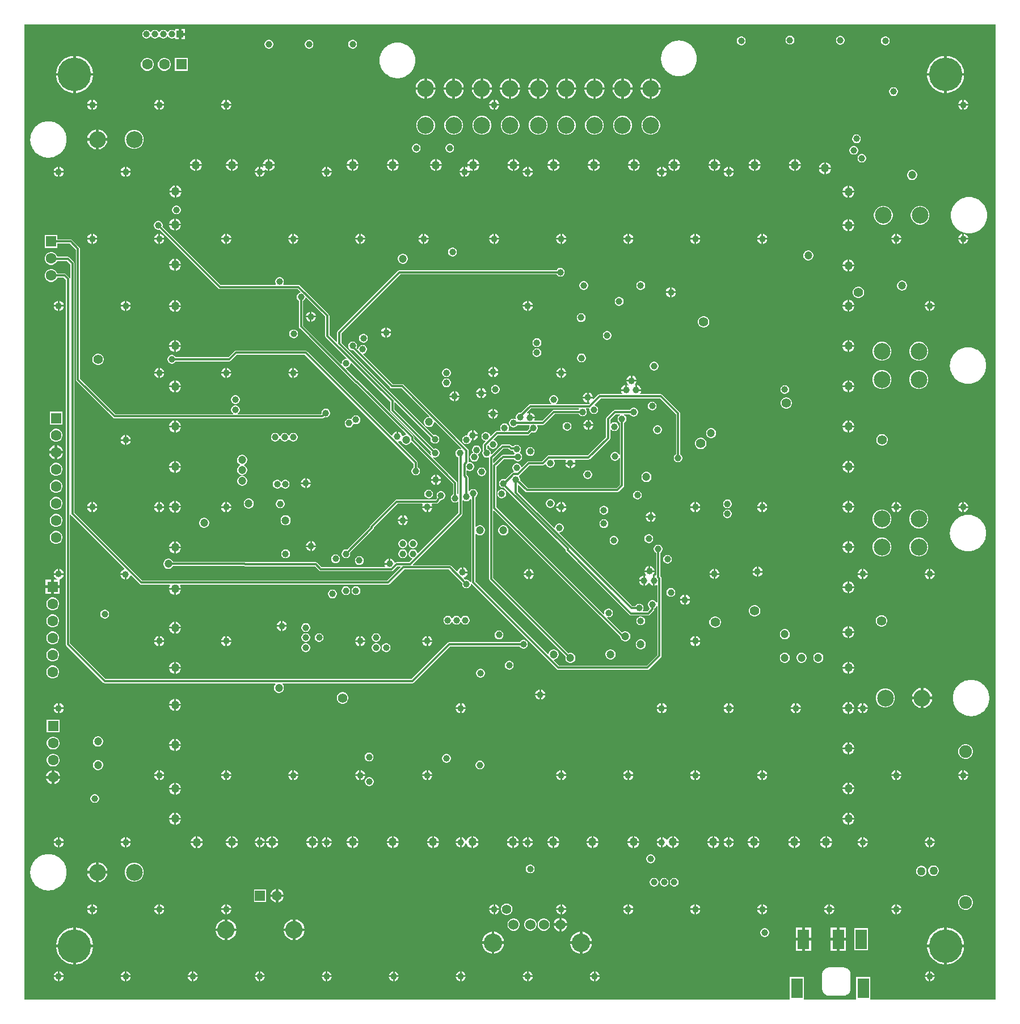
<source format=gbl>
G04*
G04 #@! TF.GenerationSoftware,Altium Limited,Altium Designer,23.5.1 (21)*
G04*
G04 Layer_Physical_Order=4*
G04 Layer_Color=16711680*
%FSLAX44Y44*%
%MOMM*%
G71*
G04*
G04 #@! TF.SameCoordinates,94069164-061E-4E51-8288-264057568BAF*
G04*
G04*
G04 #@! TF.FilePolarity,Positive*
G04*
G01*
G75*
%ADD109C,0.3000*%
%ADD115R,1.6000X1.6000*%
%ADD116C,1.6000*%
%ADD117C,1.5000*%
%ADD118R,1.5000X1.5000*%
%ADD119C,2.6000*%
%ADD120C,2.5000*%
%ADD121C,1.5240*%
%ADD122C,2.7500*%
%ADD123C,5.0000*%
%ADD124R,1.8000X3.0000*%
%ADD125C,1.9000*%
%ADD126R,1.0000X1.0000*%
%ADD127C,1.0000*%
%ADD128R,1.6000X1.6000*%
%ADD129C,1.2700*%
%ADD130C,1.2000*%
%ADD131C,1.4000*%
G36*
X1475000Y20000D02*
X1288563D01*
X1287500Y20500D01*
X1287500Y21270D01*
Y53500D01*
X1266500D01*
Y21270D01*
X1266500Y20500D01*
X1265437Y20000D01*
X1189563D01*
X1188500Y20500D01*
X1188500Y21270D01*
Y53500D01*
X1167500D01*
Y21270D01*
X1167500Y20500D01*
X1166437Y20000D01*
X25000D01*
Y1475000D01*
X1475000D01*
Y20000D01*
D02*
G37*
%LPC*%
G36*
X255500Y1467540D02*
X249960D01*
Y1465866D01*
X248690Y1465375D01*
X247509Y1466057D01*
X245856Y1466500D01*
X244144D01*
X242491Y1466057D01*
X241009Y1465201D01*
X239799Y1463991D01*
X239483Y1463445D01*
X238017D01*
X237701Y1463991D01*
X236491Y1465201D01*
X235009Y1466057D01*
X233356Y1466500D01*
X231644D01*
X229991Y1466057D01*
X228509Y1465201D01*
X227299Y1463991D01*
X226983Y1463445D01*
X225517D01*
X225201Y1463991D01*
X223991Y1465201D01*
X222509Y1466057D01*
X220856Y1466500D01*
X219144D01*
X217491Y1466057D01*
X216009Y1465201D01*
X214799Y1463991D01*
X214483Y1463445D01*
X213017D01*
X212701Y1463991D01*
X211491Y1465201D01*
X210009Y1466057D01*
X208356Y1466500D01*
X206644D01*
X204991Y1466057D01*
X203509Y1465201D01*
X202299Y1463991D01*
X201443Y1462509D01*
X201000Y1460856D01*
Y1459144D01*
X201443Y1457491D01*
X202299Y1456009D01*
X203509Y1454799D01*
X204991Y1453943D01*
X206644Y1453500D01*
X208356D01*
X210009Y1453943D01*
X211491Y1454799D01*
X212701Y1456009D01*
X213017Y1456555D01*
X214483D01*
X214799Y1456009D01*
X216009Y1454799D01*
X217491Y1453943D01*
X219144Y1453500D01*
X220856D01*
X222509Y1453943D01*
X223991Y1454799D01*
X225201Y1456009D01*
X225517Y1456555D01*
X226983D01*
X227299Y1456009D01*
X228509Y1454799D01*
X229991Y1453943D01*
X231644Y1453500D01*
X233356D01*
X235009Y1453943D01*
X236491Y1454799D01*
X237701Y1456009D01*
X238017Y1456555D01*
X239483D01*
X239799Y1456009D01*
X241009Y1454799D01*
X242491Y1453943D01*
X244144Y1453500D01*
X245856D01*
X247509Y1453943D01*
X248690Y1454625D01*
X249960Y1454134D01*
Y1452460D01*
X255500D01*
Y1460000D01*
Y1467540D01*
D02*
G37*
G36*
X265040D02*
X259500D01*
Y1462000D01*
X265040D01*
Y1467540D01*
D02*
G37*
G36*
Y1458000D02*
X259500D01*
Y1452460D01*
X265040D01*
Y1458000D01*
D02*
G37*
G36*
X1168577Y1457708D02*
X1166866D01*
X1165212Y1457265D01*
X1163730Y1456409D01*
X1162520Y1455199D01*
X1161664Y1453717D01*
X1161221Y1452064D01*
Y1450352D01*
X1161664Y1448699D01*
X1162520Y1447217D01*
X1163730Y1446007D01*
X1165212Y1445151D01*
X1166866Y1444708D01*
X1168577D01*
X1170230Y1445151D01*
X1171712Y1446007D01*
X1172923Y1447217D01*
X1173778Y1448699D01*
X1174221Y1450352D01*
Y1452064D01*
X1173778Y1453717D01*
X1172923Y1455199D01*
X1171712Y1456409D01*
X1170230Y1457265D01*
X1168577Y1457708D01*
D02*
G37*
G36*
X1243789Y1457526D02*
X1242077D01*
X1240424Y1457083D01*
X1238942Y1456228D01*
X1237732Y1455017D01*
X1236876Y1453535D01*
X1236433Y1451882D01*
Y1450171D01*
X1236876Y1448517D01*
X1237732Y1447035D01*
X1238942Y1445825D01*
X1240424Y1444969D01*
X1242077Y1444526D01*
X1243789D01*
X1245442Y1444969D01*
X1246924Y1445825D01*
X1248134Y1447035D01*
X1248990Y1448517D01*
X1249433Y1450171D01*
Y1451882D01*
X1248990Y1453535D01*
X1248134Y1455017D01*
X1246924Y1456228D01*
X1245442Y1457083D01*
X1243789Y1457526D01*
D02*
G37*
G36*
X1310856Y1456500D02*
X1309144D01*
X1307491Y1456057D01*
X1306009Y1455201D01*
X1304799Y1453991D01*
X1303943Y1452509D01*
X1303500Y1450856D01*
Y1449144D01*
X1303943Y1447491D01*
X1304799Y1446009D01*
X1306009Y1444799D01*
X1307491Y1443943D01*
X1309144Y1443500D01*
X1310856D01*
X1312509Y1443943D01*
X1313991Y1444799D01*
X1315201Y1446009D01*
X1316057Y1447491D01*
X1316500Y1449144D01*
Y1450856D01*
X1316057Y1452509D01*
X1315201Y1453991D01*
X1313991Y1455201D01*
X1312509Y1456057D01*
X1310856Y1456500D01*
D02*
G37*
G36*
X1095856D02*
X1094144D01*
X1092491Y1456057D01*
X1091009Y1455201D01*
X1089799Y1453991D01*
X1088943Y1452509D01*
X1088500Y1450856D01*
Y1449144D01*
X1088943Y1447491D01*
X1089799Y1446009D01*
X1091009Y1444799D01*
X1092491Y1443943D01*
X1094144Y1443500D01*
X1095856D01*
X1097509Y1443943D01*
X1098991Y1444799D01*
X1100201Y1446009D01*
X1101057Y1447491D01*
X1101500Y1449144D01*
Y1450856D01*
X1101057Y1452509D01*
X1100201Y1453991D01*
X1098991Y1455201D01*
X1097509Y1456057D01*
X1095856Y1456500D01*
D02*
G37*
G36*
X515856Y1451500D02*
X514144D01*
X512491Y1451057D01*
X511009Y1450201D01*
X509799Y1448991D01*
X508943Y1447509D01*
X508500Y1445856D01*
Y1444144D01*
X508943Y1442491D01*
X509799Y1441009D01*
X511009Y1439799D01*
X512491Y1438943D01*
X514144Y1438500D01*
X515856D01*
X517509Y1438943D01*
X518991Y1439799D01*
X520201Y1441009D01*
X521057Y1442491D01*
X521500Y1444144D01*
Y1445856D01*
X521057Y1447509D01*
X520201Y1448991D01*
X518991Y1450201D01*
X517509Y1451057D01*
X515856Y1451500D01*
D02*
G37*
G36*
X450856D02*
X449144D01*
X447491Y1451057D01*
X446009Y1450201D01*
X444799Y1448991D01*
X443943Y1447509D01*
X443500Y1445856D01*
Y1444144D01*
X443943Y1442491D01*
X444799Y1441009D01*
X446009Y1439799D01*
X447491Y1438943D01*
X449144Y1438500D01*
X450856D01*
X452509Y1438943D01*
X453991Y1439799D01*
X455201Y1441009D01*
X456057Y1442491D01*
X456500Y1444144D01*
Y1445856D01*
X456057Y1447509D01*
X455201Y1448991D01*
X453991Y1450201D01*
X452509Y1451057D01*
X450856Y1451500D01*
D02*
G37*
G36*
X390856D02*
X389144D01*
X387491Y1451057D01*
X386009Y1450201D01*
X384799Y1448991D01*
X383943Y1447509D01*
X383500Y1445856D01*
Y1444144D01*
X383943Y1442491D01*
X384799Y1441009D01*
X386009Y1439799D01*
X387491Y1438943D01*
X389144Y1438500D01*
X390856D01*
X392509Y1438943D01*
X393991Y1439799D01*
X395201Y1441009D01*
X396057Y1442491D01*
X396500Y1444144D01*
Y1445856D01*
X396057Y1447509D01*
X395201Y1448991D01*
X393991Y1450201D01*
X392509Y1451057D01*
X390856Y1451500D01*
D02*
G37*
G36*
X268900Y1424500D02*
X249900D01*
Y1405500D01*
X268900D01*
Y1424500D01*
D02*
G37*
G36*
X235251D02*
X232749D01*
X230333Y1423853D01*
X228167Y1422602D01*
X226398Y1420833D01*
X225147Y1418667D01*
X224500Y1416251D01*
Y1413749D01*
X225147Y1411333D01*
X226398Y1409167D01*
X228167Y1407398D01*
X230333Y1406147D01*
X232749Y1405500D01*
X235251D01*
X237667Y1406147D01*
X239833Y1407398D01*
X241602Y1409167D01*
X242852Y1411333D01*
X243500Y1413749D01*
Y1416251D01*
X242852Y1418667D01*
X241602Y1420833D01*
X239833Y1422602D01*
X237667Y1423853D01*
X235251Y1424500D01*
D02*
G37*
G36*
X209851D02*
X207349D01*
X204933Y1423853D01*
X202767Y1422602D01*
X200998Y1420833D01*
X199747Y1418667D01*
X199100Y1416251D01*
Y1413749D01*
X199747Y1411333D01*
X200998Y1409167D01*
X202767Y1407398D01*
X204933Y1406147D01*
X207349Y1405500D01*
X209851D01*
X212267Y1406147D01*
X214433Y1407398D01*
X216202Y1409167D01*
X217453Y1411333D01*
X218100Y1413749D01*
Y1416251D01*
X217453Y1418667D01*
X216202Y1420833D01*
X214433Y1422602D01*
X212267Y1423853D01*
X209851Y1424500D01*
D02*
G37*
G36*
X1402168Y1427540D02*
X1402000D01*
Y1402000D01*
X1427540D01*
Y1402168D01*
X1426862Y1406449D01*
X1425522Y1410572D01*
X1423554Y1414434D01*
X1421006Y1417941D01*
X1417941Y1421006D01*
X1414434Y1423554D01*
X1410572Y1425522D01*
X1406449Y1426862D01*
X1402168Y1427540D01*
D02*
G37*
G36*
X1398000D02*
X1397832D01*
X1393551Y1426862D01*
X1389428Y1425522D01*
X1385566Y1423554D01*
X1382059Y1421006D01*
X1378994Y1417941D01*
X1376446Y1414434D01*
X1374478Y1410572D01*
X1373138Y1406449D01*
X1372460Y1402168D01*
Y1402000D01*
X1398000D01*
Y1427540D01*
D02*
G37*
G36*
X102168D02*
X102000D01*
Y1402000D01*
X127540D01*
Y1402168D01*
X126862Y1406449D01*
X125522Y1410572D01*
X123554Y1414434D01*
X121006Y1417941D01*
X117941Y1421006D01*
X114434Y1423554D01*
X110572Y1425522D01*
X106449Y1426862D01*
X102168Y1427540D01*
D02*
G37*
G36*
X98000D02*
X97832D01*
X93551Y1426862D01*
X89428Y1425522D01*
X85566Y1423554D01*
X82059Y1421006D01*
X78994Y1417941D01*
X76446Y1414434D01*
X74478Y1410572D01*
X73138Y1406449D01*
X72460Y1402168D01*
Y1402000D01*
X98000D01*
Y1427540D01*
D02*
G37*
G36*
X1003566Y1450586D02*
X1000316D01*
X999335Y1450457D01*
X998348Y1450392D01*
X995161Y1449758D01*
X994224Y1449440D01*
X993268Y1449185D01*
X990266Y1447941D01*
X989409Y1447446D01*
X988522Y1447009D01*
X985819Y1445203D01*
X985076Y1444551D01*
X984291Y1443949D01*
X981993Y1441650D01*
X981390Y1440865D01*
X980738Y1440122D01*
X978933Y1437419D01*
X978495Y1436532D01*
X978001Y1435676D01*
X976757Y1432673D01*
X976501Y1431717D01*
X976183Y1430781D01*
X975549Y1427593D01*
X975484Y1426606D01*
X975355Y1425625D01*
Y1422375D01*
X975484Y1421394D01*
X975549Y1420407D01*
X976183Y1417220D01*
X976501Y1416283D01*
X976757Y1415327D01*
X978001Y1412325D01*
X978495Y1411468D01*
X978933Y1410581D01*
X980738Y1407878D01*
X981391Y1407135D01*
X981993Y1406350D01*
X984291Y1404052D01*
X985076Y1403449D01*
X985819Y1402797D01*
X988522Y1400992D01*
X989409Y1400554D01*
X990266Y1400059D01*
X993268Y1398816D01*
X994224Y1398560D01*
X995161Y1398242D01*
X998348Y1397608D01*
X999335Y1397543D01*
X1000316Y1397414D01*
X1003566D01*
X1004547Y1397543D01*
X1005534Y1397608D01*
X1008722Y1398242D01*
X1009659Y1398560D01*
X1010614Y1398816D01*
X1013617Y1400059D01*
X1014473Y1400554D01*
X1015360Y1400992D01*
X1018063Y1402797D01*
X1018807Y1403449D01*
X1019591Y1404052D01*
X1021890Y1406350D01*
X1022492Y1407135D01*
X1023144Y1407878D01*
X1024950Y1410581D01*
X1025387Y1411468D01*
X1025882Y1412325D01*
X1027126Y1415327D01*
X1027382Y1416283D01*
X1027700Y1417219D01*
X1028334Y1420407D01*
X1028398Y1421394D01*
X1028528Y1422375D01*
Y1425625D01*
X1028398Y1426606D01*
X1028334Y1427593D01*
X1027700Y1430781D01*
X1027382Y1431717D01*
X1027126Y1432673D01*
X1025882Y1435676D01*
X1025387Y1436532D01*
X1024950Y1437419D01*
X1023144Y1440122D01*
X1022492Y1440865D01*
X1021890Y1441650D01*
X1019591Y1443949D01*
X1018807Y1444551D01*
X1018063Y1445203D01*
X1015360Y1447009D01*
X1014473Y1447446D01*
X1013617Y1447941D01*
X1010614Y1449185D01*
X1009658Y1449440D01*
X1008722Y1449758D01*
X1005534Y1450392D01*
X1004547Y1450457D01*
X1003566Y1450586D01*
D02*
G37*
G36*
X583566Y1447586D02*
X580316D01*
X579335Y1447457D01*
X578348Y1447392D01*
X575161Y1446758D01*
X574224Y1446440D01*
X573268Y1446184D01*
X570266Y1444941D01*
X569409Y1444446D01*
X568522Y1444008D01*
X565819Y1442203D01*
X565076Y1441551D01*
X564291Y1440948D01*
X561993Y1438650D01*
X561390Y1437865D01*
X560738Y1437122D01*
X558933Y1434419D01*
X558495Y1433532D01*
X558001Y1432676D01*
X556757Y1429673D01*
X556501Y1428717D01*
X556183Y1427781D01*
X555549Y1424593D01*
X555484Y1423606D01*
X555355Y1422625D01*
Y1419375D01*
X555484Y1418394D01*
X555549Y1417407D01*
X556183Y1414220D01*
X556501Y1413283D01*
X556757Y1412327D01*
X558001Y1409324D01*
X558495Y1408468D01*
X558933Y1407581D01*
X560738Y1404878D01*
X561391Y1404135D01*
X561993Y1403350D01*
X564291Y1401052D01*
X565076Y1400449D01*
X565819Y1399797D01*
X568522Y1397991D01*
X569409Y1397554D01*
X570266Y1397059D01*
X573268Y1395816D01*
X574224Y1395560D01*
X575161Y1395242D01*
X578348Y1394608D01*
X579336Y1394543D01*
X580316Y1394414D01*
X583566D01*
X584547Y1394543D01*
X585534Y1394608D01*
X588722Y1395242D01*
X589659Y1395560D01*
X590614Y1395816D01*
X593617Y1397059D01*
X594473Y1397554D01*
X595360Y1397991D01*
X598063Y1399797D01*
X598807Y1400449D01*
X599591Y1401052D01*
X601890Y1403350D01*
X602492Y1404135D01*
X603144Y1404878D01*
X604950Y1407581D01*
X605387Y1408468D01*
X605882Y1409324D01*
X607126Y1412327D01*
X607382Y1413283D01*
X607700Y1414219D01*
X608334Y1417407D01*
X608398Y1418394D01*
X608527Y1419375D01*
Y1422625D01*
X608398Y1423606D01*
X608334Y1424593D01*
X607700Y1427781D01*
X607382Y1428717D01*
X607126Y1429673D01*
X605882Y1432676D01*
X605387Y1433532D01*
X604950Y1434419D01*
X603144Y1437122D01*
X602492Y1437865D01*
X601890Y1438650D01*
X599591Y1440948D01*
X598806Y1441551D01*
X598063Y1442203D01*
X595360Y1444008D01*
X594473Y1444446D01*
X593617Y1444941D01*
X590614Y1446184D01*
X589658Y1446440D01*
X588722Y1446758D01*
X585534Y1447392D01*
X584547Y1447457D01*
X583566Y1447586D01*
D02*
G37*
G36*
X709941Y1393937D02*
Y1381000D01*
X722878D01*
X722403Y1383387D01*
X721270Y1386124D01*
X719623Y1388587D01*
X717529Y1390682D01*
X715065Y1392328D01*
X712328Y1393462D01*
X709941Y1393937D01*
D02*
G37*
G36*
X961941D02*
Y1381000D01*
X974878D01*
X974403Y1383387D01*
X973270Y1386124D01*
X971624Y1388587D01*
X969529Y1390682D01*
X967065Y1392328D01*
X964328Y1393462D01*
X961941Y1393937D01*
D02*
G37*
G36*
X877941D02*
Y1381000D01*
X890878D01*
X890403Y1383387D01*
X889269Y1386124D01*
X887624Y1388587D01*
X885529Y1390682D01*
X883065Y1392328D01*
X880328Y1393462D01*
X877941Y1393937D01*
D02*
G37*
G36*
X919941D02*
Y1381000D01*
X932878D01*
X932403Y1383387D01*
X931270Y1386124D01*
X929623Y1388587D01*
X927529Y1390682D01*
X925065Y1392328D01*
X922328Y1393462D01*
X919941Y1393937D01*
D02*
G37*
G36*
X667941D02*
Y1381000D01*
X680878D01*
X680403Y1383387D01*
X679269Y1386124D01*
X677624Y1388587D01*
X675529Y1390682D01*
X673065Y1392328D01*
X670328Y1393462D01*
X667941Y1393937D01*
D02*
G37*
G36*
X835941D02*
Y1381000D01*
X848878D01*
X848403Y1383387D01*
X847270Y1386124D01*
X845623Y1388587D01*
X843529Y1390682D01*
X841065Y1392328D01*
X838328Y1393462D01*
X835941Y1393937D01*
D02*
G37*
G36*
X625941D02*
Y1381000D01*
X638878D01*
X638403Y1383387D01*
X637270Y1386124D01*
X635624Y1388587D01*
X633529Y1390682D01*
X631065Y1392328D01*
X628328Y1393462D01*
X625941Y1393937D01*
D02*
G37*
G36*
X751941Y1393937D02*
Y1381000D01*
X764878D01*
X764403Y1383387D01*
X763270Y1386124D01*
X761624Y1388587D01*
X759529Y1390682D01*
X757065Y1392328D01*
X754328Y1393462D01*
X751941Y1393937D01*
D02*
G37*
G36*
X793941D02*
Y1381000D01*
X806878D01*
X806403Y1383387D01*
X805269Y1386124D01*
X803624Y1388587D01*
X801529Y1390682D01*
X799065Y1392328D01*
X796328Y1393462D01*
X793941Y1393937D01*
D02*
G37*
G36*
X789941Y1393937D02*
X787554Y1393462D01*
X784817Y1392328D01*
X782354Y1390682D01*
X780259Y1388587D01*
X778613Y1386124D01*
X777479Y1383387D01*
X777004Y1381000D01*
X789941D01*
Y1393937D01*
D02*
G37*
G36*
X747941D02*
X745554Y1393462D01*
X742817Y1392328D01*
X740354Y1390682D01*
X738259Y1388587D01*
X736613Y1386124D01*
X735479Y1383387D01*
X735004Y1381000D01*
X747941D01*
Y1393937D01*
D02*
G37*
G36*
X831941Y1393937D02*
X829554Y1393462D01*
X826817Y1392328D01*
X824354Y1390682D01*
X822259Y1388587D01*
X820613Y1386124D01*
X819479Y1383387D01*
X819004Y1381000D01*
X831941D01*
Y1393937D01*
D02*
G37*
G36*
X621941D02*
X619554Y1393462D01*
X616817Y1392328D01*
X614354Y1390682D01*
X612259Y1388587D01*
X610613Y1386124D01*
X609479Y1383387D01*
X609004Y1381000D01*
X621941D01*
Y1393937D01*
D02*
G37*
G36*
X915941D02*
X913554Y1393462D01*
X910817Y1392328D01*
X908354Y1390682D01*
X906259Y1388587D01*
X904613Y1386124D01*
X903479Y1383387D01*
X903004Y1381000D01*
X915941D01*
Y1393937D01*
D02*
G37*
G36*
X873941D02*
X871554Y1393462D01*
X868817Y1392328D01*
X866354Y1390682D01*
X864259Y1388587D01*
X862613Y1386124D01*
X861479Y1383387D01*
X861004Y1381000D01*
X873941D01*
Y1393937D01*
D02*
G37*
G36*
X663941D02*
X661554Y1393462D01*
X658817Y1392328D01*
X656354Y1390682D01*
X654259Y1388587D01*
X652613Y1386124D01*
X651479Y1383387D01*
X651004Y1381000D01*
X663941D01*
Y1393937D01*
D02*
G37*
G36*
X705941D02*
X703554Y1393462D01*
X700817Y1392328D01*
X698354Y1390682D01*
X696259Y1388587D01*
X694613Y1386124D01*
X693479Y1383387D01*
X693004Y1381000D01*
X705941D01*
Y1393937D01*
D02*
G37*
G36*
X957941D02*
X955554Y1393462D01*
X952817Y1392328D01*
X950354Y1390682D01*
X948259Y1388587D01*
X946613Y1386124D01*
X945479Y1383387D01*
X945004Y1381000D01*
X957941D01*
Y1393937D01*
D02*
G37*
G36*
X1427540Y1398000D02*
X1402000D01*
Y1372460D01*
X1402168D01*
X1406449Y1373138D01*
X1410572Y1374478D01*
X1414434Y1376446D01*
X1417941Y1378994D01*
X1421006Y1382059D01*
X1423554Y1385566D01*
X1425522Y1389428D01*
X1426862Y1393551D01*
X1427540Y1397832D01*
Y1398000D01*
D02*
G37*
G36*
X1398000D02*
X1372460D01*
Y1397832D01*
X1373138Y1393551D01*
X1374478Y1389428D01*
X1376446Y1385566D01*
X1378994Y1382059D01*
X1382059Y1378994D01*
X1385566Y1376446D01*
X1389428Y1374478D01*
X1393551Y1373138D01*
X1397832Y1372460D01*
X1398000D01*
Y1398000D01*
D02*
G37*
G36*
X127540D02*
X102000D01*
Y1372460D01*
X102168D01*
X106449Y1373138D01*
X110572Y1374478D01*
X114434Y1376446D01*
X117941Y1378994D01*
X121006Y1382059D01*
X123554Y1385566D01*
X125522Y1389428D01*
X126862Y1393551D01*
X127540Y1397832D01*
Y1398000D01*
D02*
G37*
G36*
X98000D02*
X72460D01*
Y1397832D01*
X73138Y1393551D01*
X74478Y1389428D01*
X76446Y1385566D01*
X78994Y1382059D01*
X82059Y1378994D01*
X85566Y1376446D01*
X89428Y1374478D01*
X93551Y1373138D01*
X97832Y1372460D01*
X98000D01*
Y1398000D01*
D02*
G37*
G36*
X1323045Y1380807D02*
X1321334D01*
X1319680Y1380365D01*
X1318198Y1379509D01*
X1316988Y1378299D01*
X1316132Y1376816D01*
X1315689Y1375163D01*
Y1373452D01*
X1316132Y1371799D01*
X1316988Y1370316D01*
X1318198Y1369106D01*
X1319680Y1368250D01*
X1321334Y1367807D01*
X1323045D01*
X1324698Y1368250D01*
X1326181Y1369106D01*
X1327391Y1370316D01*
X1328246Y1371799D01*
X1328689Y1373452D01*
Y1375163D01*
X1328246Y1376816D01*
X1327391Y1378299D01*
X1326181Y1379509D01*
X1324698Y1380365D01*
X1323045Y1380807D01*
D02*
G37*
G36*
X789941Y1377000D02*
X777004D01*
X777479Y1374613D01*
X778613Y1371876D01*
X780259Y1369413D01*
X782354Y1367318D01*
X784817Y1365672D01*
X787554Y1364538D01*
X789941Y1364063D01*
Y1377000D01*
D02*
G37*
G36*
X747941D02*
X735004D01*
X735479Y1374613D01*
X736613Y1371876D01*
X738259Y1369413D01*
X740354Y1367318D01*
X742817Y1365672D01*
X745554Y1364538D01*
X747941Y1364063D01*
Y1377000D01*
D02*
G37*
G36*
X974878D02*
X961941D01*
Y1364063D01*
X964328Y1364538D01*
X967065Y1365672D01*
X969529Y1367318D01*
X971624Y1369413D01*
X973270Y1371876D01*
X974403Y1374613D01*
X974878Y1377000D01*
D02*
G37*
G36*
X722878D02*
X709941D01*
Y1364063D01*
X712328Y1364538D01*
X715065Y1365672D01*
X717529Y1367318D01*
X719623Y1369413D01*
X721270Y1371876D01*
X722403Y1374613D01*
X722878Y1377000D01*
D02*
G37*
G36*
X831941D02*
X819004D01*
X819479Y1374613D01*
X820613Y1371876D01*
X822259Y1369413D01*
X824354Y1367318D01*
X826817Y1365672D01*
X829554Y1364538D01*
X831941Y1364063D01*
Y1377000D01*
D02*
G37*
G36*
X621941D02*
X609004D01*
X609479Y1374613D01*
X610613Y1371876D01*
X612259Y1369413D01*
X614354Y1367318D01*
X616817Y1365672D01*
X619554Y1364538D01*
X621941Y1364063D01*
Y1377000D01*
D02*
G37*
G36*
X932878D02*
X919941D01*
Y1364063D01*
X922328Y1364538D01*
X925065Y1365672D01*
X927529Y1367318D01*
X929623Y1369413D01*
X931270Y1371876D01*
X932403Y1374613D01*
X932878Y1377000D01*
D02*
G37*
G36*
X890878D02*
X877941D01*
Y1364063D01*
X880328Y1364538D01*
X883065Y1365672D01*
X885529Y1367318D01*
X887624Y1369413D01*
X889269Y1371876D01*
X890403Y1374613D01*
X890878Y1377000D01*
D02*
G37*
G36*
X680878D02*
X667941D01*
Y1364063D01*
X670328Y1364538D01*
X673065Y1365672D01*
X675529Y1367318D01*
X677624Y1369413D01*
X679269Y1371876D01*
X680403Y1374613D01*
X680878Y1377000D01*
D02*
G37*
G36*
X915941D02*
X903004D01*
X903479Y1374613D01*
X904613Y1371876D01*
X906259Y1369413D01*
X908354Y1367318D01*
X910817Y1365672D01*
X913554Y1364538D01*
X915941Y1364063D01*
Y1377000D01*
D02*
G37*
G36*
X873941D02*
X861004D01*
X861479Y1374613D01*
X862613Y1371876D01*
X864259Y1369413D01*
X866354Y1367318D01*
X868817Y1365672D01*
X871554Y1364538D01*
X873941Y1364063D01*
Y1377000D01*
D02*
G37*
G36*
X663941D02*
X651004D01*
X651479Y1374613D01*
X652613Y1371876D01*
X654259Y1369413D01*
X656354Y1367318D01*
X658817Y1365672D01*
X661554Y1364538D01*
X663941Y1364063D01*
Y1377000D01*
D02*
G37*
G36*
X848878D02*
X835941D01*
Y1364063D01*
X838328Y1364538D01*
X841065Y1365672D01*
X843529Y1367318D01*
X845623Y1369413D01*
X847270Y1371876D01*
X848403Y1374613D01*
X848878Y1377000D01*
D02*
G37*
G36*
X638878D02*
X625941D01*
Y1364063D01*
X628328Y1364538D01*
X631065Y1365672D01*
X633529Y1367318D01*
X635624Y1369413D01*
X637270Y1371876D01*
X638403Y1374613D01*
X638878Y1377000D01*
D02*
G37*
G36*
X957941D02*
X945004D01*
X945479Y1374613D01*
X946613Y1371876D01*
X948259Y1369413D01*
X950354Y1367318D01*
X952817Y1365672D01*
X955554Y1364538D01*
X957941Y1364063D01*
Y1377000D01*
D02*
G37*
G36*
X705941D02*
X693004D01*
X693479Y1374613D01*
X694613Y1371876D01*
X696259Y1369413D01*
X698354Y1367318D01*
X700817Y1365672D01*
X703554Y1364538D01*
X705941Y1364063D01*
Y1377000D01*
D02*
G37*
G36*
X806878D02*
X793941D01*
Y1364063D01*
X796328Y1364538D01*
X799065Y1365672D01*
X801529Y1367318D01*
X803624Y1369413D01*
X805269Y1371876D01*
X806403Y1374613D01*
X806878Y1377000D01*
D02*
G37*
G36*
X764878D02*
X751941D01*
Y1364063D01*
X754328Y1364538D01*
X757065Y1365672D01*
X759529Y1367318D01*
X761624Y1369413D01*
X763270Y1371876D01*
X764403Y1374613D01*
X764878Y1377000D01*
D02*
G37*
G36*
X1427619Y1362222D02*
Y1356026D01*
X1433814D01*
X1433375Y1357666D01*
X1432382Y1359386D01*
X1430978Y1360789D01*
X1429259Y1361782D01*
X1427619Y1362222D01*
D02*
G37*
G36*
X1425079D02*
X1423438Y1361782D01*
X1421719Y1360789D01*
X1420315Y1359386D01*
X1419323Y1357666D01*
X1418883Y1356026D01*
X1425079D01*
Y1362222D01*
D02*
G37*
G36*
X727619D02*
Y1356026D01*
X733814D01*
X733375Y1357666D01*
X732382Y1359386D01*
X730978Y1360789D01*
X729259Y1361782D01*
X727619Y1362222D01*
D02*
G37*
G36*
X725079D02*
X723438Y1361782D01*
X721719Y1360789D01*
X720315Y1359386D01*
X719322Y1357666D01*
X718883Y1356026D01*
X725079D01*
Y1362222D01*
D02*
G37*
G36*
X327619D02*
Y1356026D01*
X333814D01*
X333375Y1357666D01*
X332382Y1359386D01*
X330978Y1360789D01*
X329259Y1361782D01*
X327619Y1362222D01*
D02*
G37*
G36*
X325079D02*
X323438Y1361782D01*
X321719Y1360789D01*
X320315Y1359386D01*
X319322Y1357666D01*
X318883Y1356026D01*
X325079D01*
Y1362222D01*
D02*
G37*
G36*
X227619D02*
Y1356026D01*
X233814D01*
X233375Y1357666D01*
X232382Y1359386D01*
X230978Y1360789D01*
X229259Y1361782D01*
X227619Y1362222D01*
D02*
G37*
G36*
X225079D02*
X223438Y1361782D01*
X221719Y1360789D01*
X220315Y1359386D01*
X219322Y1357666D01*
X218883Y1356026D01*
X225079D01*
Y1362222D01*
D02*
G37*
G36*
X127619D02*
Y1356026D01*
X133814D01*
X133375Y1357666D01*
X132382Y1359386D01*
X130978Y1360789D01*
X129259Y1361782D01*
X127619Y1362222D01*
D02*
G37*
G36*
X125079D02*
X123438Y1361782D01*
X121719Y1360789D01*
X120315Y1359386D01*
X119322Y1357666D01*
X118883Y1356026D01*
X125079D01*
Y1362222D01*
D02*
G37*
G36*
X1433814Y1353486D02*
X1427619D01*
Y1347290D01*
X1429259Y1347730D01*
X1430978Y1348722D01*
X1432382Y1350126D01*
X1433375Y1351846D01*
X1433814Y1353486D01*
D02*
G37*
G36*
X1425079D02*
X1418883D01*
X1419323Y1351846D01*
X1420315Y1350126D01*
X1421719Y1348722D01*
X1423438Y1347730D01*
X1425079Y1347290D01*
Y1353486D01*
D02*
G37*
G36*
X733814D02*
X727619D01*
Y1347290D01*
X729259Y1347730D01*
X730978Y1348722D01*
X732382Y1350126D01*
X733375Y1351846D01*
X733814Y1353486D01*
D02*
G37*
G36*
X725079D02*
X718883D01*
X719322Y1351846D01*
X720315Y1350126D01*
X721719Y1348722D01*
X723438Y1347730D01*
X725079Y1347290D01*
Y1353486D01*
D02*
G37*
G36*
X333814D02*
X327619D01*
Y1347290D01*
X329259Y1347730D01*
X330978Y1348722D01*
X332382Y1350126D01*
X333375Y1351846D01*
X333814Y1353486D01*
D02*
G37*
G36*
X325079D02*
X318883D01*
X319322Y1351846D01*
X320315Y1350126D01*
X321719Y1348722D01*
X323438Y1347730D01*
X325079Y1347290D01*
Y1353486D01*
D02*
G37*
G36*
X233814D02*
X227619D01*
Y1347290D01*
X229259Y1347730D01*
X230978Y1348722D01*
X232382Y1350126D01*
X233375Y1351846D01*
X233814Y1353486D01*
D02*
G37*
G36*
X225079D02*
X218883D01*
X219322Y1351846D01*
X220315Y1350126D01*
X221719Y1348722D01*
X223438Y1347730D01*
X225079Y1347290D01*
Y1353486D01*
D02*
G37*
G36*
X133814D02*
X127619D01*
Y1347290D01*
X129259Y1347730D01*
X130978Y1348722D01*
X132382Y1350126D01*
X133375Y1351846D01*
X133814Y1353486D01*
D02*
G37*
G36*
X125079D02*
X118883D01*
X119322Y1351846D01*
X120315Y1350126D01*
X121719Y1348722D01*
X123438Y1347730D01*
X125079Y1347290D01*
Y1353486D01*
D02*
G37*
G36*
X961784Y1338000D02*
X958098D01*
X954537Y1337046D01*
X951345Y1335203D01*
X948738Y1332596D01*
X946895Y1329404D01*
X945941Y1325843D01*
Y1322157D01*
X946895Y1318596D01*
X948738Y1315404D01*
X951345Y1312797D01*
X954537Y1310954D01*
X958098Y1310000D01*
X961784D01*
X965345Y1310954D01*
X968537Y1312797D01*
X971144Y1315404D01*
X972987Y1318596D01*
X973941Y1322157D01*
Y1325843D01*
X972987Y1329404D01*
X971144Y1332596D01*
X968537Y1335203D01*
X965345Y1337046D01*
X961784Y1338000D01*
D02*
G37*
G36*
X919784D02*
X916098D01*
X912537Y1337046D01*
X909345Y1335203D01*
X906738Y1332596D01*
X904895Y1329404D01*
X903941Y1325843D01*
Y1322157D01*
X904895Y1318596D01*
X906738Y1315404D01*
X909345Y1312797D01*
X912537Y1310954D01*
X916098Y1310000D01*
X919784D01*
X923345Y1310954D01*
X926537Y1312797D01*
X929144Y1315404D01*
X930987Y1318596D01*
X931941Y1322157D01*
Y1325843D01*
X930987Y1329404D01*
X929144Y1332596D01*
X926537Y1335203D01*
X923345Y1337046D01*
X919784Y1338000D01*
D02*
G37*
G36*
X877784D02*
X874098D01*
X870537Y1337046D01*
X867345Y1335203D01*
X864738Y1332596D01*
X862895Y1329404D01*
X861941Y1325843D01*
Y1322157D01*
X862895Y1318596D01*
X864738Y1315404D01*
X867345Y1312797D01*
X870537Y1310954D01*
X874098Y1310000D01*
X877784D01*
X881345Y1310954D01*
X884537Y1312797D01*
X887144Y1315404D01*
X888987Y1318596D01*
X889941Y1322157D01*
Y1325843D01*
X888987Y1329404D01*
X887144Y1332596D01*
X884537Y1335203D01*
X881345Y1337046D01*
X877784Y1338000D01*
D02*
G37*
G36*
X835784D02*
X832098D01*
X828537Y1337046D01*
X825345Y1335203D01*
X822738Y1332596D01*
X820895Y1329404D01*
X819941Y1325843D01*
Y1322157D01*
X820895Y1318596D01*
X822738Y1315404D01*
X825345Y1312797D01*
X828537Y1310954D01*
X832098Y1310000D01*
X835784D01*
X839345Y1310954D01*
X842537Y1312797D01*
X845144Y1315404D01*
X846987Y1318596D01*
X847941Y1322157D01*
Y1325843D01*
X846987Y1329404D01*
X845144Y1332596D01*
X842537Y1335203D01*
X839345Y1337046D01*
X835784Y1338000D01*
D02*
G37*
G36*
X793784D02*
X790098D01*
X786537Y1337046D01*
X783345Y1335203D01*
X780738Y1332596D01*
X778895Y1329404D01*
X777941Y1325843D01*
Y1322157D01*
X778895Y1318596D01*
X780738Y1315404D01*
X783345Y1312797D01*
X786537Y1310954D01*
X790098Y1310000D01*
X793784D01*
X797345Y1310954D01*
X800537Y1312797D01*
X803144Y1315404D01*
X804987Y1318596D01*
X805941Y1322157D01*
Y1325843D01*
X804987Y1329404D01*
X803144Y1332596D01*
X800537Y1335203D01*
X797345Y1337046D01*
X793784Y1338000D01*
D02*
G37*
G36*
X751784D02*
X748098D01*
X744537Y1337046D01*
X741345Y1335203D01*
X738738Y1332596D01*
X736895Y1329404D01*
X735941Y1325843D01*
Y1322157D01*
X736895Y1318596D01*
X738738Y1315404D01*
X741345Y1312797D01*
X744537Y1310954D01*
X748098Y1310000D01*
X751784D01*
X755345Y1310954D01*
X758537Y1312797D01*
X761144Y1315404D01*
X762987Y1318596D01*
X763941Y1322157D01*
Y1325843D01*
X762987Y1329404D01*
X761144Y1332596D01*
X758537Y1335203D01*
X755345Y1337046D01*
X751784Y1338000D01*
D02*
G37*
G36*
X709784D02*
X706098D01*
X702537Y1337046D01*
X699345Y1335203D01*
X696738Y1332596D01*
X694895Y1329404D01*
X693941Y1325843D01*
Y1322157D01*
X694895Y1318596D01*
X696738Y1315404D01*
X699345Y1312797D01*
X702537Y1310954D01*
X706098Y1310000D01*
X709784D01*
X713345Y1310954D01*
X716537Y1312797D01*
X719144Y1315404D01*
X720987Y1318596D01*
X721941Y1322157D01*
Y1325843D01*
X720987Y1329404D01*
X719144Y1332596D01*
X716537Y1335203D01*
X713345Y1337046D01*
X709784Y1338000D01*
D02*
G37*
G36*
X667784D02*
X664098D01*
X660537Y1337046D01*
X657345Y1335203D01*
X654738Y1332596D01*
X652895Y1329404D01*
X651941Y1325843D01*
Y1322157D01*
X652895Y1318596D01*
X654738Y1315404D01*
X657345Y1312797D01*
X660537Y1310954D01*
X664098Y1310000D01*
X667784D01*
X671345Y1310954D01*
X674537Y1312797D01*
X677144Y1315404D01*
X678987Y1318596D01*
X679941Y1322157D01*
Y1325843D01*
X678987Y1329404D01*
X677144Y1332596D01*
X674537Y1335203D01*
X671345Y1337046D01*
X667784Y1338000D01*
D02*
G37*
G36*
X625784D02*
X622098D01*
X618537Y1337046D01*
X615345Y1335203D01*
X612738Y1332596D01*
X610895Y1329404D01*
X609941Y1325843D01*
Y1322157D01*
X610895Y1318596D01*
X612738Y1315404D01*
X615345Y1312797D01*
X618537Y1310954D01*
X622098Y1310000D01*
X625784D01*
X629345Y1310954D01*
X632537Y1312797D01*
X635144Y1315404D01*
X636987Y1318596D01*
X637941Y1322157D01*
Y1325843D01*
X636987Y1329404D01*
X635144Y1332596D01*
X632537Y1335203D01*
X629345Y1337046D01*
X625784Y1338000D01*
D02*
G37*
G36*
X136000Y1317937D02*
Y1305000D01*
X148937D01*
X148462Y1307387D01*
X147328Y1310124D01*
X145682Y1312587D01*
X143587Y1314682D01*
X141124Y1316328D01*
X138387Y1317462D01*
X136000Y1317937D01*
D02*
G37*
G36*
X132000D02*
X129613Y1317462D01*
X126876Y1316328D01*
X124413Y1314682D01*
X122318Y1312587D01*
X120672Y1310124D01*
X119538Y1307387D01*
X119063Y1305000D01*
X132000D01*
Y1317937D01*
D02*
G37*
G36*
X1267856Y1310500D02*
X1266144D01*
X1264491Y1310057D01*
X1263009Y1309201D01*
X1261799Y1307991D01*
X1260943Y1306509D01*
X1260500Y1304856D01*
Y1303144D01*
X1260943Y1301491D01*
X1261799Y1300009D01*
X1263009Y1298799D01*
X1264491Y1297943D01*
X1266144Y1297500D01*
X1267856D01*
X1269509Y1297943D01*
X1270991Y1298799D01*
X1272201Y1300009D01*
X1273057Y1301491D01*
X1273500Y1303144D01*
Y1304856D01*
X1273057Y1306509D01*
X1272201Y1307991D01*
X1270991Y1309201D01*
X1269509Y1310057D01*
X1267856Y1310500D01*
D02*
G37*
G36*
X190843Y1317000D02*
X187157D01*
X183596Y1316046D01*
X180404Y1314203D01*
X177797Y1311596D01*
X175954Y1308404D01*
X175000Y1304843D01*
Y1301157D01*
X175954Y1297596D01*
X177797Y1294404D01*
X180404Y1291797D01*
X183596Y1289954D01*
X187157Y1289000D01*
X190843D01*
X194404Y1289954D01*
X197596Y1291797D01*
X200203Y1294404D01*
X202046Y1297596D01*
X203000Y1301157D01*
Y1304843D01*
X202046Y1308404D01*
X200203Y1311596D01*
X197596Y1314203D01*
X194404Y1316046D01*
X190843Y1317000D01*
D02*
G37*
G36*
X132000Y1301000D02*
X119063D01*
X119538Y1298613D01*
X120672Y1295876D01*
X122318Y1293413D01*
X124413Y1291318D01*
X126876Y1289672D01*
X129613Y1288538D01*
X132000Y1288063D01*
Y1301000D01*
D02*
G37*
G36*
X148937D02*
X136000D01*
Y1288063D01*
X138387Y1288538D01*
X141124Y1289672D01*
X143587Y1291318D01*
X145682Y1293413D01*
X147328Y1295876D01*
X148462Y1298613D01*
X148937Y1301000D01*
D02*
G37*
G36*
X660856Y1296500D02*
X659144D01*
X657491Y1296057D01*
X656009Y1295201D01*
X654799Y1293991D01*
X653943Y1292509D01*
X653500Y1290856D01*
Y1289144D01*
X653943Y1287491D01*
X654799Y1286009D01*
X656009Y1284799D01*
X657491Y1283943D01*
X659144Y1283500D01*
X660856D01*
X662509Y1283943D01*
X663991Y1284799D01*
X665201Y1286009D01*
X666057Y1287491D01*
X666500Y1289144D01*
Y1290856D01*
X666057Y1292509D01*
X665201Y1293991D01*
X663991Y1295201D01*
X662509Y1296057D01*
X660856Y1296500D01*
D02*
G37*
G36*
X610856D02*
X609144D01*
X607491Y1296057D01*
X606009Y1295201D01*
X604799Y1293991D01*
X603943Y1292509D01*
X603500Y1290856D01*
Y1289144D01*
X603943Y1287491D01*
X604799Y1286009D01*
X606009Y1284799D01*
X607491Y1283943D01*
X609144Y1283500D01*
X610856D01*
X612509Y1283943D01*
X613991Y1284799D01*
X615201Y1286009D01*
X616057Y1287491D01*
X616500Y1289144D01*
Y1290856D01*
X616057Y1292509D01*
X615201Y1293991D01*
X613991Y1295201D01*
X612509Y1296057D01*
X610856Y1296500D01*
D02*
G37*
G36*
X1263865Y1293299D02*
X1262153D01*
X1260500Y1292856D01*
X1259018Y1292000D01*
X1257808Y1290790D01*
X1256952Y1289308D01*
X1256509Y1287655D01*
Y1285943D01*
X1256952Y1284290D01*
X1257808Y1282808D01*
X1259018Y1281597D01*
X1260500Y1280742D01*
X1262153Y1280299D01*
X1263865D01*
X1265518Y1280742D01*
X1267000Y1281597D01*
X1268210Y1282808D01*
X1269066Y1284290D01*
X1269509Y1285943D01*
Y1287655D01*
X1269066Y1289308D01*
X1268210Y1290790D01*
X1267000Y1292000D01*
X1265518Y1292856D01*
X1263865Y1293299D01*
D02*
G37*
G36*
X62674Y1330086D02*
X59326D01*
X58345Y1329957D01*
X57358Y1329892D01*
X54074Y1329239D01*
X53137Y1328921D01*
X52181Y1328665D01*
X49088Y1327384D01*
X48231Y1326889D01*
X47344Y1326452D01*
X44559Y1324591D01*
X43816Y1323939D01*
X43031Y1323337D01*
X40663Y1320969D01*
X40061Y1320184D01*
X39409Y1319440D01*
X37548Y1316656D01*
X37111Y1315769D01*
X36616Y1314912D01*
X35335Y1311819D01*
X35079Y1310863D01*
X34761Y1309926D01*
X34107Y1306642D01*
X34043Y1305655D01*
X33914Y1304674D01*
Y1301326D01*
X34043Y1300345D01*
X34107Y1299358D01*
X34761Y1296074D01*
X35079Y1295137D01*
X35335Y1294181D01*
X36616Y1291088D01*
X37111Y1290231D01*
X37548Y1289344D01*
X39409Y1286559D01*
X40061Y1285816D01*
X40663Y1285031D01*
X43031Y1282663D01*
X43816Y1282061D01*
X44559Y1281409D01*
X47344Y1279548D01*
X48231Y1279111D01*
X49088Y1278616D01*
X52181Y1277335D01*
X53137Y1277079D01*
X54074Y1276761D01*
X57358Y1276107D01*
X58345Y1276043D01*
X59326Y1275914D01*
X62674D01*
X63655Y1276043D01*
X64642Y1276107D01*
X67926Y1276761D01*
X68863Y1277079D01*
X69819Y1277335D01*
X72912Y1278616D01*
X73769Y1279111D01*
X74656Y1279548D01*
X77440Y1281409D01*
X78184Y1282061D01*
X78969Y1282663D01*
X81337Y1285031D01*
X81939Y1285816D01*
X82591Y1286559D01*
X84452Y1289344D01*
X84889Y1290231D01*
X85384Y1291088D01*
X86665Y1294181D01*
X86921Y1295137D01*
X87239Y1296073D01*
X87893Y1299358D01*
X87957Y1300345D01*
X88086Y1301326D01*
Y1304674D01*
X87957Y1305655D01*
X87892Y1306642D01*
X87239Y1309926D01*
X86921Y1310863D01*
X86665Y1311819D01*
X85384Y1314912D01*
X84889Y1315769D01*
X84452Y1316656D01*
X82591Y1319440D01*
X81939Y1320184D01*
X81337Y1320969D01*
X78969Y1323337D01*
X78184Y1323939D01*
X77440Y1324591D01*
X74656Y1326452D01*
X73769Y1326889D01*
X72912Y1327384D01*
X69819Y1328665D01*
X68863Y1328921D01*
X67926Y1329239D01*
X64642Y1329892D01*
X63655Y1329957D01*
X62674Y1330086D01*
D02*
G37*
G36*
X1275856Y1281500D02*
X1274144D01*
X1272491Y1281057D01*
X1271009Y1280201D01*
X1269799Y1278991D01*
X1268943Y1277509D01*
X1268500Y1275856D01*
Y1274144D01*
X1268943Y1272491D01*
X1269799Y1271009D01*
X1271009Y1269799D01*
X1272491Y1268943D01*
X1274144Y1268500D01*
X1275856D01*
X1277509Y1268943D01*
X1278991Y1269799D01*
X1280201Y1271009D01*
X1281057Y1272491D01*
X1281500Y1274144D01*
Y1275856D01*
X1281057Y1277509D01*
X1280201Y1278991D01*
X1278991Y1280201D01*
X1277509Y1281057D01*
X1275856Y1281500D01*
D02*
G37*
G36*
X1176270Y1273863D02*
Y1266270D01*
X1183863D01*
X1183284Y1268431D01*
X1182114Y1270459D01*
X1180459Y1272114D01*
X1178431Y1273284D01*
X1176270Y1273863D01*
D02*
G37*
G36*
X1173730D02*
X1171569Y1273284D01*
X1169541Y1272114D01*
X1167886Y1270459D01*
X1166716Y1268431D01*
X1166137Y1266270D01*
X1173730D01*
Y1273863D01*
D02*
G37*
G36*
X1116270D02*
Y1266270D01*
X1123863D01*
X1123284Y1268431D01*
X1122114Y1270459D01*
X1120459Y1272114D01*
X1118431Y1273284D01*
X1116270Y1273863D01*
D02*
G37*
G36*
X1113730D02*
X1111569Y1273284D01*
X1109541Y1272114D01*
X1107886Y1270459D01*
X1106716Y1268431D01*
X1106137Y1266270D01*
X1113730D01*
Y1273863D01*
D02*
G37*
G36*
X1056270D02*
Y1266270D01*
X1063863D01*
X1063284Y1268431D01*
X1062114Y1270459D01*
X1060459Y1272114D01*
X1058431Y1273284D01*
X1056270Y1273863D01*
D02*
G37*
G36*
X1053730D02*
X1051569Y1273284D01*
X1049541Y1272114D01*
X1047886Y1270459D01*
X1046716Y1268431D01*
X1046137Y1266270D01*
X1053730D01*
Y1273863D01*
D02*
G37*
G36*
X996270D02*
Y1266270D01*
X1003863D01*
X1003284Y1268431D01*
X1002114Y1270459D01*
X1000459Y1272114D01*
X998431Y1273284D01*
X996270Y1273863D01*
D02*
G37*
G36*
X993730D02*
X991569Y1273284D01*
X989541Y1272114D01*
X987886Y1270459D01*
X986716Y1268431D01*
X986137Y1266270D01*
X993730D01*
Y1273863D01*
D02*
G37*
G36*
X936270D02*
Y1266270D01*
X943863D01*
X943284Y1268431D01*
X942114Y1270459D01*
X940459Y1272114D01*
X938431Y1273284D01*
X936270Y1273863D01*
D02*
G37*
G36*
X933730D02*
X931569Y1273284D01*
X929541Y1272114D01*
X927886Y1270459D01*
X926716Y1268431D01*
X926137Y1266270D01*
X933730D01*
Y1273863D01*
D02*
G37*
G36*
X876270D02*
Y1266270D01*
X883863D01*
X883284Y1268431D01*
X882114Y1270459D01*
X880459Y1272114D01*
X878431Y1273284D01*
X876270Y1273863D01*
D02*
G37*
G36*
X873730D02*
X871569Y1273284D01*
X869541Y1272114D01*
X867886Y1270459D01*
X866716Y1268431D01*
X866137Y1266270D01*
X873730D01*
Y1273863D01*
D02*
G37*
G36*
X816270D02*
Y1266270D01*
X823863D01*
X823284Y1268431D01*
X822114Y1270459D01*
X820459Y1272114D01*
X818431Y1273284D01*
X816270Y1273863D01*
D02*
G37*
G36*
X813730D02*
X811569Y1273284D01*
X809541Y1272114D01*
X807886Y1270459D01*
X806716Y1268431D01*
X806137Y1266270D01*
X813730D01*
Y1273863D01*
D02*
G37*
G36*
X756270D02*
Y1266270D01*
X763863D01*
X763284Y1268431D01*
X762114Y1270459D01*
X760459Y1272114D01*
X758431Y1273284D01*
X756270Y1273863D01*
D02*
G37*
G36*
X753730D02*
X751569Y1273284D01*
X749541Y1272114D01*
X747886Y1270459D01*
X746716Y1268431D01*
X746137Y1266270D01*
X753730D01*
Y1273863D01*
D02*
G37*
G36*
X696270D02*
Y1266270D01*
X703863D01*
X703284Y1268431D01*
X702114Y1270459D01*
X700459Y1272114D01*
X698431Y1273284D01*
X696270Y1273863D01*
D02*
G37*
G36*
X693730D02*
X691569Y1273284D01*
X689541Y1272114D01*
X687886Y1270459D01*
X686716Y1268431D01*
X686137Y1266270D01*
X693730D01*
Y1273863D01*
D02*
G37*
G36*
X640620D02*
Y1266270D01*
X648213D01*
X647634Y1268431D01*
X646464Y1270459D01*
X644809Y1272114D01*
X642781Y1273284D01*
X640620Y1273863D01*
D02*
G37*
G36*
X638080D02*
X635919Y1273284D01*
X633891Y1272114D01*
X632236Y1270459D01*
X631066Y1268431D01*
X630487Y1266270D01*
X638080D01*
Y1273863D01*
D02*
G37*
G36*
X576270D02*
Y1266270D01*
X583863D01*
X583284Y1268431D01*
X582114Y1270459D01*
X580459Y1272114D01*
X578431Y1273284D01*
X576270Y1273863D01*
D02*
G37*
G36*
X573730D02*
X571569Y1273284D01*
X569541Y1272114D01*
X567886Y1270459D01*
X566716Y1268431D01*
X566137Y1266270D01*
X573730D01*
Y1273863D01*
D02*
G37*
G36*
X516270D02*
Y1266270D01*
X523863D01*
X523284Y1268431D01*
X522114Y1270459D01*
X520459Y1272114D01*
X518431Y1273284D01*
X516270Y1273863D01*
D02*
G37*
G36*
X513730D02*
X511569Y1273284D01*
X509541Y1272114D01*
X507886Y1270459D01*
X506716Y1268431D01*
X506137Y1266270D01*
X513730D01*
Y1273863D01*
D02*
G37*
G36*
X391270D02*
Y1266270D01*
X398863D01*
X398284Y1268431D01*
X397114Y1270459D01*
X395459Y1272114D01*
X393431Y1273284D01*
X391270Y1273863D01*
D02*
G37*
G36*
X388730D02*
X386569Y1273284D01*
X384541Y1272114D01*
X382886Y1270459D01*
X381716Y1268431D01*
X381137Y1266270D01*
X388730D01*
Y1273863D01*
D02*
G37*
G36*
X336270D02*
Y1266270D01*
X343863D01*
X343284Y1268431D01*
X342114Y1270459D01*
X340459Y1272114D01*
X338431Y1273284D01*
X336270Y1273863D01*
D02*
G37*
G36*
X333730D02*
X331569Y1273284D01*
X329541Y1272114D01*
X327886Y1270459D01*
X326716Y1268431D01*
X326137Y1266270D01*
X333730D01*
Y1273863D01*
D02*
G37*
G36*
X282238D02*
Y1266270D01*
X289831D01*
X289252Y1268431D01*
X288082Y1270459D01*
X286427Y1272114D01*
X284400Y1273284D01*
X282238Y1273863D01*
D02*
G37*
G36*
X279698D02*
X277537Y1273284D01*
X275510Y1272114D01*
X273854Y1270459D01*
X272684Y1268431D01*
X272105Y1266270D01*
X279698D01*
Y1273863D01*
D02*
G37*
G36*
X693730Y1263730D02*
X686137D01*
X686497Y1262387D01*
X685406Y1261550D01*
X685004Y1261782D01*
X683363Y1262222D01*
Y1256026D01*
X689559D01*
X689437Y1256480D01*
X690528Y1257317D01*
X691569Y1256716D01*
X693730Y1256137D01*
Y1263730D01*
D02*
G37*
G36*
X1221270Y1268863D02*
Y1261270D01*
X1228863D01*
X1228284Y1263431D01*
X1227114Y1265459D01*
X1225459Y1267114D01*
X1223431Y1268284D01*
X1221270Y1268863D01*
D02*
G37*
G36*
X1218730D02*
X1216569Y1268284D01*
X1214541Y1267114D01*
X1212886Y1265459D01*
X1211716Y1263431D01*
X1211137Y1261270D01*
X1218730D01*
Y1268863D01*
D02*
G37*
G36*
X388730Y1263730D02*
X381137D01*
X381639Y1261856D01*
X380973Y1261190D01*
X380607Y1261004D01*
X379259Y1261782D01*
X377619Y1262222D01*
Y1256026D01*
X383814D01*
X383525Y1257107D01*
X384286Y1257691D01*
X384647Y1257825D01*
X386569Y1256716D01*
X388730Y1256137D01*
Y1263730D01*
D02*
G37*
G36*
X1183863D02*
X1176270D01*
Y1256137D01*
X1178431Y1256716D01*
X1180459Y1257886D01*
X1182114Y1259541D01*
X1183284Y1261569D01*
X1183863Y1263730D01*
D02*
G37*
G36*
X1173730D02*
X1166137D01*
X1166716Y1261569D01*
X1167886Y1259541D01*
X1169541Y1257886D01*
X1171569Y1256716D01*
X1173730Y1256137D01*
Y1263730D01*
D02*
G37*
G36*
X1123863D02*
X1116270D01*
Y1256137D01*
X1118431Y1256716D01*
X1120459Y1257886D01*
X1122114Y1259541D01*
X1123284Y1261569D01*
X1123863Y1263730D01*
D02*
G37*
G36*
X1113730D02*
X1106137D01*
X1106716Y1261569D01*
X1107886Y1259541D01*
X1109541Y1257886D01*
X1111569Y1256716D01*
X1113730Y1256137D01*
Y1263730D01*
D02*
G37*
G36*
X1063863D02*
X1056270D01*
Y1256137D01*
X1058431Y1256716D01*
X1060459Y1257886D01*
X1062114Y1259541D01*
X1063284Y1261569D01*
X1063863Y1263730D01*
D02*
G37*
G36*
X1053730D02*
X1046137D01*
X1046716Y1261569D01*
X1047886Y1259541D01*
X1049541Y1257886D01*
X1051569Y1256716D01*
X1053730Y1256137D01*
Y1263730D01*
D02*
G37*
G36*
X1003863D02*
X996270D01*
Y1256137D01*
X998431Y1256716D01*
X1000459Y1257886D01*
X1002114Y1259541D01*
X1003284Y1261569D01*
X1003863Y1263730D01*
D02*
G37*
G36*
X993730D02*
X986137D01*
X986716Y1261569D01*
X987886Y1259541D01*
X989541Y1257886D01*
X991569Y1256716D01*
X993730Y1256137D01*
Y1263730D01*
D02*
G37*
G36*
X943863D02*
X936270D01*
Y1256137D01*
X938431Y1256716D01*
X940459Y1257886D01*
X942114Y1259541D01*
X943284Y1261569D01*
X943863Y1263730D01*
D02*
G37*
G36*
X933730D02*
X926137D01*
X926716Y1261569D01*
X927886Y1259541D01*
X929541Y1257886D01*
X931569Y1256716D01*
X933730Y1256137D01*
Y1263730D01*
D02*
G37*
G36*
X883863D02*
X876270D01*
Y1256137D01*
X878431Y1256716D01*
X880459Y1257886D01*
X882114Y1259541D01*
X883284Y1261569D01*
X883863Y1263730D01*
D02*
G37*
G36*
X873730D02*
X866137D01*
X866716Y1261569D01*
X867886Y1259541D01*
X869541Y1257886D01*
X871569Y1256716D01*
X873730Y1256137D01*
Y1263730D01*
D02*
G37*
G36*
X823863D02*
X816270D01*
Y1256137D01*
X818431Y1256716D01*
X820459Y1257886D01*
X822114Y1259541D01*
X823284Y1261569D01*
X823863Y1263730D01*
D02*
G37*
G36*
X813730D02*
X806137D01*
X806716Y1261569D01*
X807886Y1259541D01*
X809541Y1257886D01*
X811569Y1256716D01*
X813730Y1256137D01*
Y1263730D01*
D02*
G37*
G36*
X763863D02*
X756270D01*
Y1256137D01*
X758431Y1256716D01*
X760459Y1257886D01*
X762114Y1259541D01*
X763284Y1261569D01*
X763863Y1263730D01*
D02*
G37*
G36*
X753730D02*
X746137D01*
X746716Y1261569D01*
X747886Y1259541D01*
X749541Y1257886D01*
X751569Y1256716D01*
X753730Y1256137D01*
Y1263730D01*
D02*
G37*
G36*
X703863D02*
X696270D01*
Y1256137D01*
X698431Y1256716D01*
X700459Y1257886D01*
X702114Y1259541D01*
X703284Y1261569D01*
X703863Y1263730D01*
D02*
G37*
G36*
X648213D02*
X640620D01*
Y1256137D01*
X642781Y1256716D01*
X644809Y1257886D01*
X646464Y1259541D01*
X647634Y1261569D01*
X648213Y1263730D01*
D02*
G37*
G36*
X638080D02*
X630487D01*
X631066Y1261569D01*
X632236Y1259541D01*
X633891Y1257886D01*
X635919Y1256716D01*
X638080Y1256137D01*
Y1263730D01*
D02*
G37*
G36*
X583863D02*
X576270D01*
Y1256137D01*
X578431Y1256716D01*
X580459Y1257886D01*
X582114Y1259541D01*
X583284Y1261569D01*
X583863Y1263730D01*
D02*
G37*
G36*
X573730D02*
X566137D01*
X566716Y1261569D01*
X567886Y1259541D01*
X569541Y1257886D01*
X571569Y1256716D01*
X573730Y1256137D01*
Y1263730D01*
D02*
G37*
G36*
X523863D02*
X516270D01*
Y1256137D01*
X518431Y1256716D01*
X520459Y1257886D01*
X522114Y1259541D01*
X523284Y1261569D01*
X523863Y1263730D01*
D02*
G37*
G36*
X513730D02*
X506137D01*
X506716Y1261569D01*
X507886Y1259541D01*
X509541Y1257886D01*
X511569Y1256716D01*
X513730Y1256137D01*
Y1263730D01*
D02*
G37*
G36*
X398863D02*
X391270D01*
Y1256137D01*
X393431Y1256716D01*
X395459Y1257886D01*
X397114Y1259541D01*
X398284Y1261569D01*
X398863Y1263730D01*
D02*
G37*
G36*
X343863D02*
X336270D01*
Y1256137D01*
X338431Y1256716D01*
X340459Y1257886D01*
X342114Y1259541D01*
X343284Y1261569D01*
X343863Y1263730D01*
D02*
G37*
G36*
X333730D02*
X326137D01*
X326716Y1261569D01*
X327886Y1259541D01*
X329541Y1257886D01*
X331569Y1256716D01*
X333730Y1256137D01*
Y1263730D01*
D02*
G37*
G36*
X289831D02*
X282238D01*
Y1256137D01*
X284400Y1256716D01*
X286427Y1257886D01*
X288082Y1259541D01*
X289252Y1261569D01*
X289831Y1263730D01*
D02*
G37*
G36*
X279698D02*
X272105D01*
X272684Y1261569D01*
X273854Y1259541D01*
X275510Y1257886D01*
X277537Y1256716D01*
X279698Y1256137D01*
Y1263730D01*
D02*
G37*
G36*
X1077619Y1262222D02*
Y1256026D01*
X1083814D01*
X1083375Y1257666D01*
X1082382Y1259386D01*
X1080978Y1260789D01*
X1079259Y1261782D01*
X1077619Y1262222D01*
D02*
G37*
G36*
X1075079D02*
X1073438Y1261782D01*
X1071719Y1260789D01*
X1070315Y1259386D01*
X1069322Y1257666D01*
X1068883Y1256026D01*
X1075079D01*
Y1262222D01*
D02*
G37*
G36*
X977619D02*
Y1256026D01*
X983814D01*
X983375Y1257666D01*
X982382Y1259386D01*
X980978Y1260789D01*
X979259Y1261782D01*
X977619Y1262222D01*
D02*
G37*
G36*
X975079D02*
X973438Y1261782D01*
X971719Y1260789D01*
X970315Y1259386D01*
X969322Y1257666D01*
X968883Y1256026D01*
X975079D01*
Y1262222D01*
D02*
G37*
G36*
X777619D02*
Y1256026D01*
X783814D01*
X783375Y1257666D01*
X782382Y1259386D01*
X780978Y1260789D01*
X779259Y1261782D01*
X777619Y1262222D01*
D02*
G37*
G36*
X775079D02*
X773438Y1261782D01*
X771719Y1260789D01*
X770315Y1259386D01*
X769322Y1257666D01*
X768883Y1256026D01*
X775079D01*
Y1262222D01*
D02*
G37*
G36*
X680823D02*
X679183Y1261782D01*
X677464Y1260789D01*
X676060Y1259386D01*
X675067Y1257666D01*
X674628Y1256026D01*
X680823D01*
Y1262222D01*
D02*
G37*
G36*
X477619D02*
Y1256026D01*
X483814D01*
X483375Y1257666D01*
X482382Y1259386D01*
X480978Y1260789D01*
X479259Y1261782D01*
X477619Y1262222D01*
D02*
G37*
G36*
X475079D02*
X473438Y1261782D01*
X471719Y1260789D01*
X470315Y1259386D01*
X469322Y1257666D01*
X468883Y1256026D01*
X475079D01*
Y1262222D01*
D02*
G37*
G36*
X375079D02*
X373438Y1261782D01*
X371719Y1260789D01*
X370315Y1259386D01*
X369322Y1257666D01*
X368883Y1256026D01*
X375079D01*
Y1262222D01*
D02*
G37*
G36*
X177619D02*
Y1256026D01*
X183814D01*
X183375Y1257666D01*
X182382Y1259386D01*
X180978Y1260789D01*
X179259Y1261782D01*
X177619Y1262222D01*
D02*
G37*
G36*
X175079D02*
X173438Y1261782D01*
X171719Y1260789D01*
X170315Y1259386D01*
X169322Y1257666D01*
X168883Y1256026D01*
X175079D01*
Y1262222D01*
D02*
G37*
G36*
X77619D02*
Y1256026D01*
X83814D01*
X83375Y1257666D01*
X82382Y1259386D01*
X80978Y1260789D01*
X79259Y1261782D01*
X77619Y1262222D01*
D02*
G37*
G36*
X75079D02*
X73438Y1261782D01*
X71719Y1260789D01*
X70315Y1259386D01*
X69322Y1257666D01*
X68883Y1256026D01*
X75079D01*
Y1262222D01*
D02*
G37*
G36*
X1228863Y1258730D02*
X1221270D01*
Y1251137D01*
X1223431Y1251716D01*
X1225459Y1252886D01*
X1227114Y1254541D01*
X1228284Y1256569D01*
X1228863Y1258730D01*
D02*
G37*
G36*
X1218730D02*
X1211137D01*
X1211716Y1256569D01*
X1212886Y1254541D01*
X1214541Y1252886D01*
X1216569Y1251716D01*
X1218730Y1251137D01*
Y1258730D01*
D02*
G37*
G36*
X1083814Y1253486D02*
X1077619D01*
Y1247290D01*
X1079259Y1247730D01*
X1080978Y1248722D01*
X1082382Y1250126D01*
X1083375Y1251846D01*
X1083814Y1253486D01*
D02*
G37*
G36*
X1075079D02*
X1068883D01*
X1069322Y1251846D01*
X1070315Y1250126D01*
X1071719Y1248722D01*
X1073438Y1247730D01*
X1075079Y1247290D01*
Y1253486D01*
D02*
G37*
G36*
X983814D02*
X977619D01*
Y1247290D01*
X979259Y1247730D01*
X980978Y1248722D01*
X982382Y1250126D01*
X983375Y1251846D01*
X983814Y1253486D01*
D02*
G37*
G36*
X975079D02*
X968883D01*
X969322Y1251846D01*
X970315Y1250126D01*
X971719Y1248722D01*
X973438Y1247730D01*
X975079Y1247290D01*
Y1253486D01*
D02*
G37*
G36*
X783814D02*
X777619D01*
Y1247290D01*
X779259Y1247730D01*
X780978Y1248722D01*
X782382Y1250126D01*
X783375Y1251846D01*
X783814Y1253486D01*
D02*
G37*
G36*
X775079D02*
X768883D01*
X769322Y1251846D01*
X770315Y1250126D01*
X771719Y1248722D01*
X773438Y1247730D01*
X775079Y1247290D01*
Y1253486D01*
D02*
G37*
G36*
X689559D02*
X683363D01*
Y1247290D01*
X685004Y1247730D01*
X686723Y1248722D01*
X688127Y1250126D01*
X689119Y1251846D01*
X689559Y1253486D01*
D02*
G37*
G36*
X680823D02*
X674628D01*
X675067Y1251846D01*
X676060Y1250126D01*
X677464Y1248722D01*
X679183Y1247730D01*
X680823Y1247290D01*
Y1253486D01*
D02*
G37*
G36*
X483814D02*
X477619D01*
Y1247290D01*
X479259Y1247730D01*
X480978Y1248722D01*
X482382Y1250126D01*
X483375Y1251846D01*
X483814Y1253486D01*
D02*
G37*
G36*
X475079D02*
X468883D01*
X469322Y1251846D01*
X470315Y1250126D01*
X471719Y1248722D01*
X473438Y1247730D01*
X475079Y1247290D01*
Y1253486D01*
D02*
G37*
G36*
X383814D02*
X377619D01*
Y1247290D01*
X379259Y1247730D01*
X380978Y1248722D01*
X382382Y1250126D01*
X383375Y1251846D01*
X383814Y1253486D01*
D02*
G37*
G36*
X375079D02*
X368883D01*
X369322Y1251846D01*
X370315Y1250126D01*
X371719Y1248722D01*
X373438Y1247730D01*
X375079Y1247290D01*
Y1253486D01*
D02*
G37*
G36*
X183814D02*
X177619D01*
Y1247290D01*
X179259Y1247730D01*
X180978Y1248722D01*
X182382Y1250126D01*
X183375Y1251846D01*
X183814Y1253486D01*
D02*
G37*
G36*
X175079D02*
X168883D01*
X169322Y1251846D01*
X170315Y1250126D01*
X171719Y1248722D01*
X173438Y1247730D01*
X175079Y1247290D01*
Y1253486D01*
D02*
G37*
G36*
X83814D02*
X77619D01*
Y1247290D01*
X79259Y1247730D01*
X80978Y1248722D01*
X82382Y1250126D01*
X83375Y1251846D01*
X83814Y1253486D01*
D02*
G37*
G36*
X75079D02*
X68883D01*
X69322Y1251846D01*
X70315Y1250126D01*
X71719Y1248722D01*
X73438Y1247730D01*
X75079Y1247290D01*
Y1253486D01*
D02*
G37*
G36*
X1350987Y1257500D02*
X1349013D01*
X1347105Y1256989D01*
X1345395Y1256002D01*
X1343999Y1254605D01*
X1343011Y1252895D01*
X1342500Y1250987D01*
Y1249013D01*
X1343011Y1247105D01*
X1343999Y1245395D01*
X1345395Y1243998D01*
X1347105Y1243011D01*
X1349013Y1242500D01*
X1350987D01*
X1352895Y1243011D01*
X1354605Y1243998D01*
X1356001Y1245395D01*
X1356989Y1247105D01*
X1357500Y1249013D01*
Y1250987D01*
X1356989Y1252895D01*
X1356001Y1254605D01*
X1354605Y1256002D01*
X1352895Y1256989D01*
X1350987Y1257500D01*
D02*
G37*
G36*
X251791Y1234384D02*
Y1226790D01*
X259384D01*
X258805Y1228952D01*
X257634Y1230979D01*
X255979Y1232634D01*
X253952Y1233805D01*
X251791Y1234384D01*
D02*
G37*
G36*
X249251D02*
X247089Y1233805D01*
X245062Y1232634D01*
X243407Y1230979D01*
X242236Y1228952D01*
X241657Y1226790D01*
X249251D01*
Y1234384D01*
D02*
G37*
G36*
X1256270Y1233863D02*
Y1226270D01*
X1263863D01*
X1263284Y1228431D01*
X1262114Y1230459D01*
X1260459Y1232114D01*
X1258431Y1233284D01*
X1256270Y1233863D01*
D02*
G37*
G36*
X1253730D02*
X1251569Y1233284D01*
X1249541Y1232114D01*
X1247886Y1230459D01*
X1246716Y1228431D01*
X1246137Y1226270D01*
X1253730D01*
Y1233863D01*
D02*
G37*
G36*
X259384Y1224250D02*
X251791D01*
Y1216657D01*
X253952Y1217236D01*
X255979Y1218407D01*
X257634Y1220062D01*
X258805Y1222089D01*
X259384Y1224250D01*
D02*
G37*
G36*
X249251D02*
X241657D01*
X242236Y1222089D01*
X243407Y1220062D01*
X245062Y1218407D01*
X247089Y1217236D01*
X249251Y1216657D01*
Y1224250D01*
D02*
G37*
G36*
X1263863Y1223730D02*
X1256270D01*
Y1216137D01*
X1258431Y1216716D01*
X1260459Y1217886D01*
X1262114Y1219541D01*
X1263284Y1221569D01*
X1263863Y1223730D01*
D02*
G37*
G36*
X1253730D02*
X1246137D01*
X1246716Y1221569D01*
X1247886Y1219541D01*
X1249541Y1217886D01*
X1251569Y1216716D01*
X1253730Y1216137D01*
Y1223730D01*
D02*
G37*
G36*
X252945Y1204474D02*
X251234D01*
X249581Y1204031D01*
X248099Y1203175D01*
X246888Y1201965D01*
X246033Y1200483D01*
X245590Y1198830D01*
Y1197118D01*
X246033Y1195465D01*
X246888Y1193983D01*
X248099Y1192773D01*
X249581Y1191917D01*
X251234Y1191474D01*
X252945D01*
X254599Y1191917D01*
X256081Y1192773D01*
X257291Y1193983D01*
X258147Y1195465D01*
X258590Y1197118D01*
Y1198830D01*
X258147Y1200483D01*
X257291Y1201965D01*
X256081Y1203175D01*
X254599Y1204031D01*
X252945Y1204474D01*
D02*
G37*
G36*
X251270Y1184863D02*
Y1177270D01*
X258863D01*
X258284Y1179431D01*
X257114Y1181458D01*
X255459Y1183114D01*
X253431Y1184284D01*
X251270Y1184863D01*
D02*
G37*
G36*
X248730D02*
X246569Y1184284D01*
X244541Y1183114D01*
X242886Y1181458D01*
X241716Y1179431D01*
X241137Y1177270D01*
X248730D01*
Y1184863D01*
D02*
G37*
G36*
X1256270Y1183863D02*
Y1176270D01*
X1263863D01*
X1263284Y1178431D01*
X1262114Y1180459D01*
X1260459Y1182114D01*
X1258431Y1183284D01*
X1256270Y1183863D01*
D02*
G37*
G36*
X1253730D02*
X1251569Y1183284D01*
X1249541Y1182114D01*
X1247886Y1180459D01*
X1246716Y1178431D01*
X1246137Y1176270D01*
X1253730D01*
Y1183863D01*
D02*
G37*
G36*
X1363843Y1204000D02*
X1360157D01*
X1356596Y1203046D01*
X1353404Y1201203D01*
X1350797Y1198596D01*
X1348954Y1195404D01*
X1348000Y1191843D01*
Y1188157D01*
X1348954Y1184596D01*
X1350797Y1181404D01*
X1353404Y1178797D01*
X1356596Y1176954D01*
X1360157Y1176000D01*
X1363843D01*
X1367404Y1176954D01*
X1370596Y1178797D01*
X1373203Y1181404D01*
X1375046Y1184596D01*
X1376000Y1188157D01*
Y1191843D01*
X1375046Y1195404D01*
X1373203Y1198596D01*
X1370596Y1201203D01*
X1367404Y1203046D01*
X1363843Y1204000D01*
D02*
G37*
G36*
X1308843D02*
X1305157D01*
X1301596Y1203046D01*
X1298404Y1201203D01*
X1295797Y1198596D01*
X1293954Y1195404D01*
X1293000Y1191843D01*
Y1188157D01*
X1293954Y1184596D01*
X1295797Y1181404D01*
X1298404Y1178797D01*
X1301596Y1176954D01*
X1305157Y1176000D01*
X1308843D01*
X1312404Y1176954D01*
X1315596Y1178797D01*
X1318203Y1181404D01*
X1320046Y1184596D01*
X1321000Y1188157D01*
Y1191843D01*
X1320046Y1195404D01*
X1318203Y1198596D01*
X1315596Y1201203D01*
X1312404Y1203046D01*
X1308843Y1204000D01*
D02*
G37*
G36*
X258863Y1174730D02*
X251270D01*
Y1167137D01*
X253431Y1167716D01*
X255459Y1168886D01*
X257114Y1170541D01*
X258284Y1172568D01*
X258863Y1174730D01*
D02*
G37*
G36*
X248730D02*
X241137D01*
X241716Y1172568D01*
X242886Y1170541D01*
X244541Y1168886D01*
X246569Y1167716D01*
X248730Y1167137D01*
Y1174730D01*
D02*
G37*
G36*
X1263863Y1173730D02*
X1256270D01*
Y1166137D01*
X1258431Y1166716D01*
X1260459Y1167886D01*
X1262114Y1169541D01*
X1263284Y1171569D01*
X1263863Y1173730D01*
D02*
G37*
G36*
X1253730D02*
X1246137D01*
X1246716Y1171569D01*
X1247886Y1169541D01*
X1249541Y1167886D01*
X1251569Y1166716D01*
X1253730Y1166137D01*
Y1173730D01*
D02*
G37*
G36*
X1436674Y1217086D02*
X1433326D01*
X1432345Y1216957D01*
X1431358Y1216892D01*
X1428073Y1216239D01*
X1427137Y1215921D01*
X1426181Y1215665D01*
X1423088Y1214384D01*
X1422231Y1213889D01*
X1421344Y1213452D01*
X1418560Y1211591D01*
X1417816Y1210939D01*
X1417031Y1210337D01*
X1414663Y1207969D01*
X1414061Y1207184D01*
X1413409Y1206441D01*
X1411548Y1203656D01*
X1411111Y1202769D01*
X1410616Y1201912D01*
X1409335Y1198819D01*
X1409079Y1197863D01*
X1408761Y1196926D01*
X1408107Y1193642D01*
X1408043Y1192655D01*
X1407914Y1191674D01*
Y1188326D01*
X1408043Y1187345D01*
X1408107Y1186358D01*
X1408761Y1183074D01*
X1409079Y1182137D01*
X1409335Y1181181D01*
X1410616Y1178088D01*
X1411111Y1177231D01*
X1411548Y1176344D01*
X1413409Y1173559D01*
X1414061Y1172816D01*
X1414663Y1172031D01*
X1417031Y1169663D01*
X1417816Y1169061D01*
X1418560Y1168409D01*
X1421344Y1166548D01*
X1422231Y1166111D01*
X1423088Y1165616D01*
X1426181Y1164335D01*
X1427137Y1164079D01*
X1428074Y1163761D01*
X1431358Y1163108D01*
X1432345Y1163043D01*
X1433326Y1162914D01*
X1436674D01*
X1437655Y1163043D01*
X1438642Y1163108D01*
X1441926Y1163761D01*
X1442863Y1164079D01*
X1443819Y1164335D01*
X1446912Y1165616D01*
X1447769Y1166111D01*
X1448656Y1166548D01*
X1451440Y1168409D01*
X1452184Y1169061D01*
X1452969Y1169663D01*
X1455337Y1172031D01*
X1455939Y1172816D01*
X1456591Y1173559D01*
X1458452Y1176344D01*
X1458889Y1177231D01*
X1459384Y1178088D01*
X1460665Y1181181D01*
X1460921Y1182137D01*
X1461239Y1183074D01*
X1461893Y1186358D01*
X1461957Y1187345D01*
X1462086Y1188326D01*
Y1191674D01*
X1461957Y1192655D01*
X1461893Y1193642D01*
X1461239Y1196926D01*
X1460921Y1197863D01*
X1460665Y1198819D01*
X1459384Y1201912D01*
X1458889Y1202769D01*
X1458452Y1203656D01*
X1456591Y1206441D01*
X1455939Y1207184D01*
X1455337Y1207969D01*
X1452969Y1210337D01*
X1452184Y1210939D01*
X1451440Y1211591D01*
X1448656Y1213452D01*
X1447769Y1213889D01*
X1446912Y1214384D01*
X1443819Y1215665D01*
X1442863Y1215921D01*
X1441927Y1216239D01*
X1438642Y1216892D01*
X1437655Y1216957D01*
X1436674Y1217086D01*
D02*
G37*
G36*
X1427619Y1162222D02*
Y1156026D01*
X1433814D01*
X1433375Y1157666D01*
X1432382Y1159386D01*
X1430978Y1160789D01*
X1429259Y1161782D01*
X1427619Y1162222D01*
D02*
G37*
G36*
X1425079D02*
X1423438Y1161782D01*
X1421719Y1160789D01*
X1420315Y1159386D01*
X1419323Y1157666D01*
X1418883Y1156026D01*
X1425079D01*
Y1162222D01*
D02*
G37*
G36*
X1327619D02*
Y1156026D01*
X1333814D01*
X1333375Y1157666D01*
X1332382Y1159386D01*
X1330978Y1160789D01*
X1329259Y1161782D01*
X1327619Y1162222D01*
D02*
G37*
G36*
X1325079D02*
X1323438Y1161782D01*
X1321719Y1160789D01*
X1320315Y1159386D01*
X1319323Y1157666D01*
X1318883Y1156026D01*
X1325079D01*
Y1162222D01*
D02*
G37*
G36*
X1127619D02*
Y1156026D01*
X1133814D01*
X1133375Y1157666D01*
X1132382Y1159386D01*
X1130978Y1160789D01*
X1129259Y1161782D01*
X1127619Y1162222D01*
D02*
G37*
G36*
X1125079D02*
X1123438Y1161782D01*
X1121719Y1160789D01*
X1120315Y1159386D01*
X1119323Y1157666D01*
X1118883Y1156026D01*
X1125079D01*
Y1162222D01*
D02*
G37*
G36*
X1027619D02*
Y1156026D01*
X1033814D01*
X1033375Y1157666D01*
X1032382Y1159386D01*
X1030978Y1160789D01*
X1029259Y1161782D01*
X1027619Y1162222D01*
D02*
G37*
G36*
X1025079D02*
X1023438Y1161782D01*
X1021719Y1160789D01*
X1020315Y1159386D01*
X1019322Y1157666D01*
X1018883Y1156026D01*
X1025079D01*
Y1162222D01*
D02*
G37*
G36*
X927619D02*
Y1156026D01*
X933814D01*
X933375Y1157666D01*
X932382Y1159386D01*
X930978Y1160789D01*
X929259Y1161782D01*
X927619Y1162222D01*
D02*
G37*
G36*
X925079D02*
X923438Y1161782D01*
X921719Y1160789D01*
X920315Y1159386D01*
X919322Y1157666D01*
X918883Y1156026D01*
X925079D01*
Y1162222D01*
D02*
G37*
G36*
X827619D02*
Y1156026D01*
X833814D01*
X833375Y1157666D01*
X832382Y1159386D01*
X830978Y1160789D01*
X829259Y1161782D01*
X827619Y1162222D01*
D02*
G37*
G36*
X825079D02*
X823438Y1161782D01*
X821719Y1160789D01*
X820315Y1159386D01*
X819322Y1157666D01*
X818883Y1156026D01*
X825079D01*
Y1162222D01*
D02*
G37*
G36*
X727619D02*
Y1156026D01*
X733814D01*
X733375Y1157666D01*
X732382Y1159386D01*
X730978Y1160789D01*
X729259Y1161782D01*
X727619Y1162222D01*
D02*
G37*
G36*
X725079D02*
X723438Y1161782D01*
X721719Y1160789D01*
X720315Y1159386D01*
X719322Y1157666D01*
X718883Y1156026D01*
X725079D01*
Y1162222D01*
D02*
G37*
G36*
X622283D02*
Y1156026D01*
X628478D01*
X628039Y1157666D01*
X627046Y1159386D01*
X625642Y1160789D01*
X623923Y1161782D01*
X622283Y1162222D01*
D02*
G37*
G36*
X619743D02*
X618102Y1161782D01*
X616383Y1160789D01*
X614979Y1159386D01*
X613986Y1157666D01*
X613547Y1156026D01*
X619743D01*
Y1162222D01*
D02*
G37*
G36*
X527619D02*
Y1156026D01*
X533814D01*
X533375Y1157666D01*
X532382Y1159386D01*
X530978Y1160789D01*
X529259Y1161782D01*
X527619Y1162222D01*
D02*
G37*
G36*
X525079D02*
X523438Y1161782D01*
X521719Y1160789D01*
X520315Y1159386D01*
X519322Y1157666D01*
X518883Y1156026D01*
X525079D01*
Y1162222D01*
D02*
G37*
G36*
X427619D02*
Y1156026D01*
X433814D01*
X433375Y1157666D01*
X432382Y1159386D01*
X430978Y1160789D01*
X429259Y1161782D01*
X427619Y1162222D01*
D02*
G37*
G36*
X425079D02*
X423438Y1161782D01*
X421719Y1160789D01*
X420315Y1159386D01*
X419322Y1157666D01*
X418883Y1156026D01*
X425079D01*
Y1162222D01*
D02*
G37*
G36*
X327619D02*
Y1156026D01*
X333814D01*
X333375Y1157666D01*
X332382Y1159386D01*
X330978Y1160789D01*
X329259Y1161782D01*
X327619Y1162222D01*
D02*
G37*
G36*
X325079D02*
X323438Y1161782D01*
X321719Y1160789D01*
X320315Y1159386D01*
X319322Y1157666D01*
X318883Y1156026D01*
X325079D01*
Y1162222D01*
D02*
G37*
G36*
X227619D02*
Y1156026D01*
X233814D01*
X233375Y1157666D01*
X232382Y1159386D01*
X230978Y1160789D01*
X229259Y1161782D01*
X227619Y1162222D01*
D02*
G37*
G36*
X225079D02*
X223438Y1161782D01*
X221719Y1160789D01*
X220315Y1159386D01*
X219322Y1157666D01*
X218883Y1156026D01*
X225079D01*
Y1162222D01*
D02*
G37*
G36*
X127619D02*
Y1156026D01*
X133814D01*
X133375Y1157666D01*
X132382Y1159386D01*
X130978Y1160789D01*
X129259Y1161782D01*
X127619Y1162222D01*
D02*
G37*
G36*
X125079D02*
X123438Y1161782D01*
X121719Y1160789D01*
X120315Y1159386D01*
X119322Y1157666D01*
X118883Y1156026D01*
X125079D01*
Y1162222D01*
D02*
G37*
G36*
X1433814Y1153486D02*
X1427619D01*
Y1147290D01*
X1429259Y1147730D01*
X1430978Y1148722D01*
X1432382Y1150126D01*
X1433375Y1151846D01*
X1433814Y1153486D01*
D02*
G37*
G36*
X1425079D02*
X1418883D01*
X1419323Y1151846D01*
X1420315Y1150126D01*
X1421719Y1148722D01*
X1423438Y1147730D01*
X1425079Y1147290D01*
Y1153486D01*
D02*
G37*
G36*
X1333814D02*
X1327619D01*
Y1147290D01*
X1329259Y1147730D01*
X1330978Y1148722D01*
X1332382Y1150126D01*
X1333375Y1151846D01*
X1333814Y1153486D01*
D02*
G37*
G36*
X1325079D02*
X1318883D01*
X1319323Y1151846D01*
X1320315Y1150126D01*
X1321719Y1148722D01*
X1323438Y1147730D01*
X1325079Y1147290D01*
Y1153486D01*
D02*
G37*
G36*
X1133814D02*
X1127619D01*
Y1147290D01*
X1129259Y1147730D01*
X1130978Y1148722D01*
X1132382Y1150126D01*
X1133375Y1151846D01*
X1133814Y1153486D01*
D02*
G37*
G36*
X1125079D02*
X1118883D01*
X1119323Y1151846D01*
X1120315Y1150126D01*
X1121719Y1148722D01*
X1123438Y1147730D01*
X1125079Y1147290D01*
Y1153486D01*
D02*
G37*
G36*
X1033814D02*
X1027619D01*
Y1147290D01*
X1029259Y1147730D01*
X1030978Y1148722D01*
X1032382Y1150126D01*
X1033375Y1151846D01*
X1033814Y1153486D01*
D02*
G37*
G36*
X1025079D02*
X1018883D01*
X1019322Y1151846D01*
X1020315Y1150126D01*
X1021719Y1148722D01*
X1023438Y1147730D01*
X1025079Y1147290D01*
Y1153486D01*
D02*
G37*
G36*
X933814D02*
X927619D01*
Y1147290D01*
X929259Y1147730D01*
X930978Y1148722D01*
X932382Y1150126D01*
X933375Y1151846D01*
X933814Y1153486D01*
D02*
G37*
G36*
X925079D02*
X918883D01*
X919322Y1151846D01*
X920315Y1150126D01*
X921719Y1148722D01*
X923438Y1147730D01*
X925079Y1147290D01*
Y1153486D01*
D02*
G37*
G36*
X833814D02*
X827619D01*
Y1147290D01*
X829259Y1147730D01*
X830978Y1148722D01*
X832382Y1150126D01*
X833375Y1151846D01*
X833814Y1153486D01*
D02*
G37*
G36*
X825079D02*
X818883D01*
X819322Y1151846D01*
X820315Y1150126D01*
X821719Y1148722D01*
X823438Y1147730D01*
X825079Y1147290D01*
Y1153486D01*
D02*
G37*
G36*
X733814D02*
X727619D01*
Y1147290D01*
X729259Y1147730D01*
X730978Y1148722D01*
X732382Y1150126D01*
X733375Y1151846D01*
X733814Y1153486D01*
D02*
G37*
G36*
X725079D02*
X718883D01*
X719322Y1151846D01*
X720315Y1150126D01*
X721719Y1148722D01*
X723438Y1147730D01*
X725079Y1147290D01*
Y1153486D01*
D02*
G37*
G36*
X628478D02*
X622283D01*
Y1147290D01*
X623923Y1147730D01*
X625642Y1148722D01*
X627046Y1150126D01*
X628039Y1151846D01*
X628478Y1153486D01*
D02*
G37*
G36*
X619743D02*
X613547D01*
X613986Y1151846D01*
X614979Y1150126D01*
X616383Y1148722D01*
X618102Y1147730D01*
X619743Y1147290D01*
Y1153486D01*
D02*
G37*
G36*
X533814D02*
X527619D01*
Y1147290D01*
X529259Y1147730D01*
X530978Y1148722D01*
X532382Y1150126D01*
X533375Y1151846D01*
X533814Y1153486D01*
D02*
G37*
G36*
X525079D02*
X518883D01*
X519322Y1151846D01*
X520315Y1150126D01*
X521719Y1148722D01*
X523438Y1147730D01*
X525079Y1147290D01*
Y1153486D01*
D02*
G37*
G36*
X433814D02*
X427619D01*
Y1147290D01*
X429259Y1147730D01*
X430978Y1148722D01*
X432382Y1150126D01*
X433375Y1151846D01*
X433814Y1153486D01*
D02*
G37*
G36*
X425079D02*
X418883D01*
X419322Y1151846D01*
X420315Y1150126D01*
X421719Y1148722D01*
X423438Y1147730D01*
X425079Y1147290D01*
Y1153486D01*
D02*
G37*
G36*
X333814D02*
X327619D01*
Y1147290D01*
X329259Y1147730D01*
X330978Y1148722D01*
X332382Y1150126D01*
X333375Y1151846D01*
X333814Y1153486D01*
D02*
G37*
G36*
X325079D02*
X318883D01*
X319322Y1151846D01*
X320315Y1150126D01*
X321719Y1148722D01*
X323438Y1147730D01*
X325079Y1147290D01*
Y1153486D01*
D02*
G37*
G36*
X233814D02*
X227619D01*
Y1147290D01*
X229259Y1147730D01*
X230978Y1148722D01*
X232382Y1150126D01*
X233375Y1151846D01*
X233814Y1153486D01*
D02*
G37*
G36*
X225079D02*
X218883D01*
X219322Y1151846D01*
X220315Y1150126D01*
X221719Y1148722D01*
X223438Y1147730D01*
X225079Y1147290D01*
Y1153486D01*
D02*
G37*
G36*
X133814D02*
X127619D01*
Y1147290D01*
X129259Y1147730D01*
X130978Y1148722D01*
X132382Y1150126D01*
X133375Y1151846D01*
X133814Y1153486D01*
D02*
G37*
G36*
X125079D02*
X118883D01*
X119322Y1151846D01*
X120315Y1150126D01*
X121719Y1148722D01*
X123438Y1147730D01*
X125079Y1147290D01*
Y1153486D01*
D02*
G37*
G36*
X664856Y1141500D02*
X663144D01*
X661491Y1141057D01*
X660009Y1140201D01*
X658799Y1138991D01*
X657943Y1137509D01*
X657500Y1135856D01*
Y1134144D01*
X657943Y1132491D01*
X658799Y1131009D01*
X660009Y1129799D01*
X661491Y1128943D01*
X663144Y1128500D01*
X664856D01*
X666509Y1128943D01*
X667991Y1129799D01*
X669201Y1131009D01*
X670057Y1132491D01*
X670500Y1134144D01*
Y1135856D01*
X670057Y1137509D01*
X669201Y1138991D01*
X667991Y1140201D01*
X666509Y1141057D01*
X664856Y1141500D01*
D02*
G37*
G36*
X1195987Y1137500D02*
X1194013D01*
X1192105Y1136989D01*
X1190395Y1136002D01*
X1188998Y1134605D01*
X1188011Y1132895D01*
X1187500Y1130987D01*
Y1129013D01*
X1188011Y1127105D01*
X1188998Y1125395D01*
X1190395Y1123998D01*
X1192105Y1123011D01*
X1194013Y1122500D01*
X1195987D01*
X1197895Y1123011D01*
X1199605Y1123998D01*
X1201002Y1125395D01*
X1201989Y1127105D01*
X1202500Y1129013D01*
Y1130987D01*
X1201989Y1132895D01*
X1201002Y1134605D01*
X1199605Y1136002D01*
X1197895Y1136989D01*
X1195987Y1137500D01*
D02*
G37*
G36*
X251270Y1125234D02*
Y1117641D01*
X258863D01*
X258284Y1119802D01*
X257114Y1121829D01*
X255459Y1123484D01*
X253431Y1124655D01*
X251270Y1125234D01*
D02*
G37*
G36*
X248730D02*
X246569Y1124655D01*
X244541Y1123484D01*
X242886Y1121829D01*
X241716Y1119802D01*
X241137Y1117641D01*
X248730D01*
Y1125234D01*
D02*
G37*
G36*
X590987Y1132500D02*
X589013D01*
X587105Y1131989D01*
X585395Y1131002D01*
X583998Y1129605D01*
X583011Y1127895D01*
X582500Y1125987D01*
Y1124013D01*
X583011Y1122105D01*
X583998Y1120395D01*
X585395Y1118998D01*
X587105Y1118011D01*
X589013Y1117500D01*
X590987D01*
X592895Y1118011D01*
X594605Y1118998D01*
X596002Y1120395D01*
X596989Y1122105D01*
X597500Y1124013D01*
Y1125987D01*
X596989Y1127895D01*
X596002Y1129605D01*
X594605Y1131002D01*
X592895Y1131989D01*
X590987Y1132500D01*
D02*
G37*
G36*
X1256270Y1123863D02*
Y1116270D01*
X1263863D01*
X1263284Y1118431D01*
X1262114Y1120459D01*
X1260459Y1122114D01*
X1258431Y1123284D01*
X1256270Y1123863D01*
D02*
G37*
G36*
X1253730D02*
X1251569Y1123284D01*
X1249541Y1122114D01*
X1247886Y1120459D01*
X1246716Y1118431D01*
X1246137Y1116270D01*
X1253730D01*
Y1123863D01*
D02*
G37*
G36*
X258863Y1115101D02*
X251270D01*
Y1107507D01*
X253431Y1108086D01*
X255459Y1109257D01*
X257114Y1110912D01*
X258284Y1112939D01*
X258863Y1115101D01*
D02*
G37*
G36*
X248730D02*
X241137D01*
X241716Y1112939D01*
X242886Y1110912D01*
X244541Y1109257D01*
X246569Y1108086D01*
X248730Y1107507D01*
Y1115101D01*
D02*
G37*
G36*
X1263863Y1113730D02*
X1256270D01*
Y1106137D01*
X1258431Y1106716D01*
X1260459Y1107886D01*
X1262114Y1109541D01*
X1263284Y1111569D01*
X1263863Y1113730D01*
D02*
G37*
G36*
X1253730D02*
X1246137D01*
X1246716Y1111569D01*
X1247886Y1109541D01*
X1249541Y1107886D01*
X1251569Y1106716D01*
X1253730Y1106137D01*
Y1113730D01*
D02*
G37*
G36*
X945856Y1091500D02*
X944144D01*
X942491Y1091057D01*
X941009Y1090201D01*
X939799Y1088991D01*
X938943Y1087509D01*
X938500Y1085856D01*
Y1084144D01*
X938943Y1082491D01*
X939799Y1081009D01*
X941009Y1079799D01*
X942491Y1078943D01*
X944144Y1078500D01*
X945856D01*
X947509Y1078943D01*
X948991Y1079799D01*
X950201Y1081009D01*
X951057Y1082491D01*
X951500Y1084144D01*
Y1085856D01*
X951057Y1087509D01*
X950201Y1088991D01*
X948991Y1090201D01*
X947509Y1091057D01*
X945856Y1091500D01*
D02*
G37*
G36*
X860856D02*
X859144D01*
X857491Y1091057D01*
X856009Y1090201D01*
X854799Y1088991D01*
X853943Y1087509D01*
X853500Y1085856D01*
Y1084144D01*
X853943Y1082491D01*
X854799Y1081009D01*
X856009Y1079799D01*
X857491Y1078943D01*
X859144Y1078500D01*
X860856D01*
X862509Y1078943D01*
X863991Y1079799D01*
X865201Y1081009D01*
X866057Y1082491D01*
X866500Y1084144D01*
Y1085856D01*
X866057Y1087509D01*
X865201Y1088991D01*
X863991Y1090201D01*
X862509Y1091057D01*
X860856Y1091500D01*
D02*
G37*
G36*
X1335987Y1092500D02*
X1334013D01*
X1332105Y1091989D01*
X1330395Y1091002D01*
X1328999Y1089605D01*
X1328011Y1087895D01*
X1327500Y1085987D01*
Y1084013D01*
X1328011Y1082105D01*
X1328999Y1080395D01*
X1330395Y1078998D01*
X1332105Y1078011D01*
X1334013Y1077500D01*
X1335987D01*
X1337895Y1078011D01*
X1339605Y1078998D01*
X1341001Y1080395D01*
X1341989Y1082105D01*
X1342500Y1084013D01*
Y1085987D01*
X1341989Y1087895D01*
X1341001Y1089605D01*
X1339605Y1091002D01*
X1337895Y1091989D01*
X1335987Y1092500D01*
D02*
G37*
G36*
X991270Y1082466D02*
Y1076270D01*
X997466D01*
X997026Y1077910D01*
X996033Y1079630D01*
X994630Y1081033D01*
X992910Y1082026D01*
X991270Y1082466D01*
D02*
G37*
G36*
X988730D02*
X987090Y1082026D01*
X985370Y1081033D01*
X983967Y1079630D01*
X982974Y1077910D01*
X982534Y1076270D01*
X988730D01*
Y1082466D01*
D02*
G37*
G36*
X997466Y1073730D02*
X991270D01*
Y1067534D01*
X992910Y1067974D01*
X994630Y1068967D01*
X996033Y1070370D01*
X997026Y1072090D01*
X997466Y1073730D01*
D02*
G37*
G36*
X988730D02*
X982534D01*
X982974Y1072090D01*
X983967Y1070370D01*
X985370Y1068967D01*
X987090Y1067974D01*
X988730Y1067534D01*
Y1073730D01*
D02*
G37*
G36*
X1271119Y1083500D02*
X1268881D01*
X1266719Y1082921D01*
X1264781Y1081802D01*
X1263198Y1080219D01*
X1262079Y1078281D01*
X1261500Y1076119D01*
Y1073881D01*
X1262079Y1071719D01*
X1263198Y1069781D01*
X1264781Y1068198D01*
X1266719Y1067079D01*
X1268881Y1066500D01*
X1271119D01*
X1273281Y1067079D01*
X1275219Y1068198D01*
X1276802Y1069781D01*
X1277921Y1071719D01*
X1278500Y1073881D01*
Y1076119D01*
X1277921Y1078281D01*
X1276802Y1080219D01*
X1275219Y1081802D01*
X1273281Y1082921D01*
X1271119Y1083500D01*
D02*
G37*
G36*
X1256270Y1063863D02*
Y1056270D01*
X1263863D01*
X1263284Y1058431D01*
X1262114Y1060459D01*
X1260459Y1062114D01*
X1258431Y1063284D01*
X1256270Y1063863D01*
D02*
G37*
G36*
X1253730D02*
X1251569Y1063284D01*
X1249541Y1062114D01*
X1247886Y1060459D01*
X1246716Y1058431D01*
X1246137Y1056270D01*
X1253730D01*
Y1063863D01*
D02*
G37*
G36*
X1377619Y1062222D02*
Y1056026D01*
X1383814D01*
X1383375Y1057666D01*
X1382382Y1059386D01*
X1380978Y1060789D01*
X1379259Y1061782D01*
X1377619Y1062222D01*
D02*
G37*
G36*
X1375079D02*
X1373438Y1061782D01*
X1371719Y1060789D01*
X1370315Y1059386D01*
X1369323Y1057666D01*
X1368883Y1056026D01*
X1375079D01*
Y1062222D01*
D02*
G37*
G36*
X777619D02*
Y1056026D01*
X783814D01*
X783375Y1057666D01*
X782382Y1059386D01*
X780978Y1060789D01*
X779259Y1061782D01*
X777619Y1062222D01*
D02*
G37*
G36*
X775079D02*
X773438Y1061782D01*
X771719Y1060789D01*
X770315Y1059386D01*
X769322Y1057666D01*
X768883Y1056026D01*
X775079D01*
Y1062222D01*
D02*
G37*
G36*
X177619D02*
Y1056026D01*
X183814D01*
X183375Y1057666D01*
X182382Y1059386D01*
X180978Y1060789D01*
X179259Y1061782D01*
X177619Y1062222D01*
D02*
G37*
G36*
X175079D02*
X173438Y1061782D01*
X171719Y1060789D01*
X170315Y1059386D01*
X169322Y1057666D01*
X168883Y1056026D01*
X175079D01*
Y1062222D01*
D02*
G37*
G36*
X77619D02*
Y1056026D01*
X83814D01*
X83375Y1057666D01*
X82382Y1059386D01*
X80978Y1060789D01*
X79259Y1061782D01*
X77619Y1062222D01*
D02*
G37*
G36*
X75079D02*
X73438Y1061782D01*
X71719Y1060789D01*
X70315Y1059386D01*
X69322Y1057666D01*
X68883Y1056026D01*
X75079D01*
Y1062222D01*
D02*
G37*
G36*
X251270Y1063492D02*
Y1055899D01*
X258863D01*
X258284Y1058061D01*
X257114Y1060088D01*
X255459Y1061743D01*
X253431Y1062913D01*
X251270Y1063492D01*
D02*
G37*
G36*
X248730D02*
X246569Y1062913D01*
X244541Y1061743D01*
X242886Y1060088D01*
X241716Y1058061D01*
X241137Y1055899D01*
X248730D01*
Y1063492D01*
D02*
G37*
G36*
X913683Y1067964D02*
X911972D01*
X910319Y1067522D01*
X908837Y1066666D01*
X907626Y1065456D01*
X906771Y1063973D01*
X906328Y1062320D01*
Y1060609D01*
X906771Y1058956D01*
X907626Y1057473D01*
X908837Y1056263D01*
X910319Y1055407D01*
X911972Y1054965D01*
X913683D01*
X915337Y1055407D01*
X916819Y1056263D01*
X918029Y1057473D01*
X918885Y1058956D01*
X919328Y1060609D01*
Y1062320D01*
X918885Y1063973D01*
X918029Y1065456D01*
X916819Y1066666D01*
X915337Y1067522D01*
X913683Y1067964D01*
D02*
G37*
G36*
X1383814Y1053486D02*
X1377619D01*
Y1047290D01*
X1379259Y1047730D01*
X1380978Y1048722D01*
X1382382Y1050126D01*
X1383375Y1051845D01*
X1383814Y1053486D01*
D02*
G37*
G36*
X1375079D02*
X1368883D01*
X1369323Y1051845D01*
X1370315Y1050126D01*
X1371719Y1048722D01*
X1373438Y1047730D01*
X1375079Y1047290D01*
Y1053486D01*
D02*
G37*
G36*
X783814D02*
X777619D01*
Y1047290D01*
X779259Y1047730D01*
X780978Y1048722D01*
X782382Y1050126D01*
X783375Y1051845D01*
X783814Y1053486D01*
D02*
G37*
G36*
X775079D02*
X768883D01*
X769322Y1051845D01*
X770315Y1050126D01*
X771719Y1048722D01*
X773438Y1047730D01*
X775079Y1047290D01*
Y1053486D01*
D02*
G37*
G36*
X183814D02*
X177619D01*
Y1047290D01*
X179259Y1047730D01*
X180978Y1048722D01*
X182382Y1050126D01*
X183375Y1051845D01*
X183814Y1053486D01*
D02*
G37*
G36*
X175079D02*
X168883D01*
X169322Y1051845D01*
X170315Y1050126D01*
X171719Y1048722D01*
X173438Y1047730D01*
X175079Y1047290D01*
Y1053486D01*
D02*
G37*
G36*
X83814D02*
X77619D01*
Y1047290D01*
X79259Y1047730D01*
X80978Y1048722D01*
X82382Y1050126D01*
X83375Y1051845D01*
X83814Y1053486D01*
D02*
G37*
G36*
X75079D02*
X68883D01*
X69322Y1051845D01*
X70315Y1050126D01*
X71719Y1048722D01*
X73438Y1047730D01*
X75079Y1047290D01*
Y1053486D01*
D02*
G37*
G36*
X1263863Y1053730D02*
X1256270D01*
Y1046137D01*
X1258431Y1046716D01*
X1260459Y1047886D01*
X1262114Y1049541D01*
X1263284Y1051569D01*
X1263863Y1053730D01*
D02*
G37*
G36*
X1253730D02*
X1246137D01*
X1246716Y1051569D01*
X1247886Y1049541D01*
X1249541Y1047886D01*
X1251569Y1046716D01*
X1253730Y1046137D01*
Y1053730D01*
D02*
G37*
G36*
X258863Y1053359D02*
X251270D01*
Y1045766D01*
X253431Y1046345D01*
X255459Y1047515D01*
X257114Y1049171D01*
X258284Y1051198D01*
X258863Y1053359D01*
D02*
G37*
G36*
X248730D02*
X241137D01*
X241716Y1051198D01*
X242886Y1049171D01*
X244541Y1047515D01*
X246569Y1046345D01*
X248730Y1045766D01*
Y1053359D01*
D02*
G37*
G36*
X856949Y1043907D02*
X855237D01*
X853584Y1043464D01*
X852102Y1042608D01*
X850892Y1041398D01*
X850036Y1039916D01*
X849593Y1038263D01*
Y1036551D01*
X850036Y1034898D01*
X850892Y1033416D01*
X852102Y1032206D01*
X853584Y1031350D01*
X855237Y1030907D01*
X856949D01*
X858602Y1031350D01*
X860084Y1032206D01*
X861294Y1033416D01*
X862150Y1034898D01*
X862593Y1036551D01*
Y1038263D01*
X862150Y1039916D01*
X861294Y1041398D01*
X860084Y1042608D01*
X858602Y1043464D01*
X856949Y1043907D01*
D02*
G37*
G36*
X1040119Y1039500D02*
X1037881D01*
X1035719Y1038921D01*
X1033781Y1037802D01*
X1032198Y1036219D01*
X1031079Y1034281D01*
X1030500Y1032119D01*
Y1029881D01*
X1031079Y1027719D01*
X1032198Y1025781D01*
X1033781Y1024198D01*
X1035719Y1023079D01*
X1037881Y1022500D01*
X1040119D01*
X1042281Y1023079D01*
X1044219Y1024198D01*
X1045802Y1025781D01*
X1046921Y1027719D01*
X1047500Y1029881D01*
Y1032119D01*
X1046921Y1034281D01*
X1045802Y1036219D01*
X1044219Y1037802D01*
X1042281Y1038921D01*
X1040119Y1039500D01*
D02*
G37*
G36*
X566270Y1022466D02*
Y1016270D01*
X572466D01*
X572026Y1017910D01*
X571034Y1019630D01*
X569630Y1021033D01*
X567910Y1022026D01*
X566270Y1022466D01*
D02*
G37*
G36*
X563730D02*
X562090Y1022026D01*
X560370Y1021033D01*
X558966Y1019630D01*
X557974Y1017910D01*
X557534Y1016270D01*
X563730D01*
Y1022466D01*
D02*
G37*
G36*
X572466Y1013730D02*
X566270D01*
Y1007534D01*
X567910Y1007974D01*
X569630Y1008967D01*
X571034Y1010370D01*
X572026Y1012090D01*
X572466Y1013730D01*
D02*
G37*
G36*
X563730D02*
X557534D01*
X557974Y1012090D01*
X558966Y1010370D01*
X560370Y1008967D01*
X562090Y1007974D01*
X563730Y1007534D01*
Y1013730D01*
D02*
G37*
G36*
X427856Y1019500D02*
X426144D01*
X424491Y1019057D01*
X423009Y1018201D01*
X421799Y1016991D01*
X420943Y1015509D01*
X420500Y1013856D01*
Y1012144D01*
X420943Y1010491D01*
X421799Y1009009D01*
X423009Y1007799D01*
X424491Y1006943D01*
X426144Y1006500D01*
X427856D01*
X429509Y1006943D01*
X430991Y1007799D01*
X432201Y1009009D01*
X433057Y1010491D01*
X433500Y1012144D01*
Y1013856D01*
X433057Y1015509D01*
X432201Y1016991D01*
X430991Y1018201D01*
X429509Y1019057D01*
X427856Y1019500D01*
D02*
G37*
G36*
X895747Y1017168D02*
X894035D01*
X892382Y1016725D01*
X890900Y1015869D01*
X889690Y1014659D01*
X888834Y1013177D01*
X888391Y1011523D01*
Y1009812D01*
X888834Y1008159D01*
X889690Y1006677D01*
X890900Y1005466D01*
X892382Y1004611D01*
X894035Y1004168D01*
X895747D01*
X897400Y1004611D01*
X898882Y1005466D01*
X900092Y1006677D01*
X900948Y1008159D01*
X901391Y1009812D01*
Y1011523D01*
X900948Y1013177D01*
X900092Y1014659D01*
X898882Y1015869D01*
X897400Y1016725D01*
X895747Y1017168D01*
D02*
G37*
G36*
X531970Y1012982D02*
X530258D01*
X528605Y1012539D01*
X527123Y1011683D01*
X525913Y1010473D01*
X525057Y1008991D01*
X524614Y1007338D01*
Y1005626D01*
X525057Y1003973D01*
X525913Y1002491D01*
X527123Y1001281D01*
X528605Y1000425D01*
X530258Y999982D01*
X531970D01*
X533623Y1000425D01*
X535105Y1001281D01*
X536315Y1002491D01*
X537171Y1003973D01*
X537614Y1005626D01*
Y1007338D01*
X537171Y1008991D01*
X536315Y1010473D01*
X535105Y1011683D01*
X533623Y1012539D01*
X531970Y1012982D01*
D02*
G37*
G36*
X1256270Y1003863D02*
Y996270D01*
X1263863D01*
X1263284Y998431D01*
X1262114Y1000459D01*
X1260459Y1002114D01*
X1258431Y1003284D01*
X1256270Y1003863D01*
D02*
G37*
G36*
X1253730D02*
X1251569Y1003284D01*
X1249541Y1002114D01*
X1247886Y1000459D01*
X1246716Y998431D01*
X1246137Y996270D01*
X1253730D01*
Y1003863D01*
D02*
G37*
G36*
X251270D02*
Y996270D01*
X258863D01*
X258284Y998431D01*
X257114Y1000459D01*
X255459Y1002114D01*
X253431Y1003284D01*
X251270Y1003863D01*
D02*
G37*
G36*
X248730D02*
X246569Y1003284D01*
X244541Y1002114D01*
X242886Y1000459D01*
X241716Y998431D01*
X241137Y996270D01*
X248730D01*
Y1003863D01*
D02*
G37*
G36*
X790856Y1006500D02*
X789144D01*
X787491Y1006057D01*
X786009Y1005201D01*
X784799Y1003991D01*
X783943Y1002509D01*
X783500Y1000856D01*
Y999144D01*
X783943Y997491D01*
X784799Y996009D01*
X786009Y994799D01*
X787491Y993943D01*
X789144Y993500D01*
X790856D01*
X792509Y993943D01*
X793991Y994799D01*
X795201Y996009D01*
X796057Y997491D01*
X796500Y999144D01*
Y1000856D01*
X796057Y1002509D01*
X795201Y1003991D01*
X793991Y1005201D01*
X792509Y1006057D01*
X790856Y1006500D01*
D02*
G37*
G36*
X1263863Y993730D02*
X1256270D01*
Y986137D01*
X1258431Y986716D01*
X1260459Y987886D01*
X1262114Y989541D01*
X1263284Y991569D01*
X1263863Y993730D01*
D02*
G37*
G36*
X1253730D02*
X1246137D01*
X1246716Y991569D01*
X1247886Y989541D01*
X1249541Y987886D01*
X1251569Y986716D01*
X1253730Y986137D01*
Y993730D01*
D02*
G37*
G36*
X258863D02*
X251270D01*
Y986137D01*
X253431Y986716D01*
X255459Y987886D01*
X257114Y989541D01*
X258284Y991569D01*
X258863Y993730D01*
D02*
G37*
G36*
X248730D02*
X241137D01*
X241716Y991569D01*
X242886Y989541D01*
X244541Y987886D01*
X246569Y986716D01*
X248730Y986137D01*
Y993730D01*
D02*
G37*
G36*
X790856Y991500D02*
X789144D01*
X787491Y991057D01*
X786009Y990201D01*
X784799Y988991D01*
X783943Y987509D01*
X783500Y985856D01*
Y984144D01*
X783943Y982491D01*
X784799Y981009D01*
X786009Y979799D01*
X787491Y978943D01*
X789144Y978500D01*
X790856D01*
X792509Y978943D01*
X793991Y979799D01*
X795201Y981009D01*
X796057Y982491D01*
X796500Y984144D01*
Y985856D01*
X796057Y987509D01*
X795201Y988991D01*
X793991Y990201D01*
X792509Y991057D01*
X790856Y991500D01*
D02*
G37*
G36*
X1361843Y1001000D02*
X1358157D01*
X1354596Y1000046D01*
X1351404Y998203D01*
X1348797Y995596D01*
X1346954Y992404D01*
X1346000Y988843D01*
Y985157D01*
X1346954Y981596D01*
X1348797Y978404D01*
X1351404Y975797D01*
X1354596Y973954D01*
X1358157Y973000D01*
X1361843D01*
X1365404Y973954D01*
X1368596Y975797D01*
X1371203Y978404D01*
X1373046Y981596D01*
X1374000Y985157D01*
Y988843D01*
X1373046Y992404D01*
X1371203Y995596D01*
X1368596Y998203D01*
X1365404Y1000046D01*
X1361843Y1001000D01*
D02*
G37*
G36*
X1306843D02*
X1303157D01*
X1299596Y1000046D01*
X1296404Y998203D01*
X1293797Y995596D01*
X1291954Y992404D01*
X1291000Y988843D01*
Y985157D01*
X1291954Y981596D01*
X1293797Y978404D01*
X1296404Y975797D01*
X1299596Y973954D01*
X1303157Y973000D01*
X1306843D01*
X1310404Y973954D01*
X1313596Y975797D01*
X1316203Y978404D01*
X1318046Y981596D01*
X1319000Y985157D01*
Y988843D01*
X1318046Y992404D01*
X1316203Y995596D01*
X1313596Y998203D01*
X1310404Y1000046D01*
X1306843Y1001000D01*
D02*
G37*
G36*
X857383Y983580D02*
X855672D01*
X854019Y983137D01*
X852536Y982281D01*
X851326Y981071D01*
X850471Y979589D01*
X850028Y977936D01*
Y976224D01*
X850471Y974571D01*
X851326Y973089D01*
X852536Y971879D01*
X854019Y971023D01*
X855672Y970580D01*
X857383D01*
X859036Y971023D01*
X860519Y971879D01*
X861729Y973089D01*
X862585Y974571D01*
X863028Y976224D01*
Y977936D01*
X862585Y979589D01*
X861729Y981071D01*
X860519Y982281D01*
X859036Y983137D01*
X857383Y983580D01*
D02*
G37*
G36*
X136119Y983500D02*
X133881D01*
X131719Y982921D01*
X129781Y981802D01*
X128198Y980219D01*
X127079Y978281D01*
X126500Y976119D01*
Y973881D01*
X127079Y971719D01*
X128198Y969781D01*
X129781Y968198D01*
X131719Y967079D01*
X133881Y966500D01*
X136119D01*
X138281Y967079D01*
X140219Y968198D01*
X141802Y969781D01*
X142921Y971719D01*
X143500Y973881D01*
Y976119D01*
X142921Y978281D01*
X141802Y980219D01*
X140219Y981802D01*
X138281Y982921D01*
X136119Y983500D01*
D02*
G37*
G36*
X965856Y971500D02*
X964144D01*
X962491Y971057D01*
X961009Y970201D01*
X959799Y968991D01*
X958943Y967509D01*
X958500Y965856D01*
Y964144D01*
X958943Y962491D01*
X959799Y961009D01*
X961009Y959799D01*
X962491Y958943D01*
X964144Y958500D01*
X965856D01*
X967509Y958943D01*
X968991Y959799D01*
X970201Y961009D01*
X971057Y962491D01*
X971500Y964144D01*
Y965856D01*
X971057Y967509D01*
X970201Y968991D01*
X968991Y970201D01*
X967509Y971057D01*
X965856Y971500D01*
D02*
G37*
G36*
X726165Y963675D02*
Y957479D01*
X732361D01*
X731921Y959119D01*
X730929Y960839D01*
X729525Y962243D01*
X727806Y963235D01*
X726165Y963675D01*
D02*
G37*
G36*
X723625D02*
X721985Y963235D01*
X720266Y962243D01*
X718862Y960839D01*
X717869Y959119D01*
X717430Y957479D01*
X723625D01*
Y963675D01*
D02*
G37*
G36*
X827619Y962222D02*
Y956026D01*
X833814D01*
X833375Y957666D01*
X832382Y959386D01*
X830978Y960789D01*
X829259Y961782D01*
X827619Y962222D01*
D02*
G37*
G36*
X825079D02*
X823438Y961782D01*
X821719Y960789D01*
X820315Y959386D01*
X819322Y957666D01*
X818883Y956026D01*
X825079D01*
Y962222D01*
D02*
G37*
G36*
X427619D02*
Y956026D01*
X433814D01*
X433375Y957666D01*
X432382Y959386D01*
X430978Y960789D01*
X429259Y961782D01*
X427619Y962222D01*
D02*
G37*
G36*
X425079D02*
X423438Y961782D01*
X421719Y960789D01*
X420315Y959386D01*
X419322Y957666D01*
X418883Y956026D01*
X425079D01*
Y962222D01*
D02*
G37*
G36*
X327619D02*
Y956026D01*
X333814D01*
X333375Y957666D01*
X332382Y959386D01*
X330978Y960789D01*
X329259Y961782D01*
X327619Y962222D01*
D02*
G37*
G36*
X325079D02*
X323438Y961782D01*
X321719Y960789D01*
X320315Y959386D01*
X319322Y957666D01*
X318883Y956026D01*
X325079D01*
Y962222D01*
D02*
G37*
G36*
X227619D02*
Y956026D01*
X233814D01*
X233375Y957666D01*
X232382Y959386D01*
X230978Y960789D01*
X229259Y961782D01*
X227619Y962222D01*
D02*
G37*
G36*
X225079D02*
X223438Y961782D01*
X221719Y960789D01*
X220315Y959386D01*
X219322Y957666D01*
X218883Y956026D01*
X225079D01*
Y962222D01*
D02*
G37*
G36*
X732361Y954939D02*
X726165D01*
Y948743D01*
X727806Y949183D01*
X729525Y950176D01*
X730929Y951579D01*
X731921Y953299D01*
X732361Y954939D01*
D02*
G37*
G36*
X723625D02*
X717430D01*
X717869Y953299D01*
X718862Y951579D01*
X720266Y950176D01*
X721985Y949183D01*
X723625Y948743D01*
Y954939D01*
D02*
G37*
G36*
X655856Y961500D02*
X654144D01*
X652491Y961057D01*
X651009Y960201D01*
X649799Y958991D01*
X648943Y957509D01*
X648500Y955856D01*
Y954144D01*
X648943Y952491D01*
X649799Y951009D01*
X651009Y949799D01*
X652491Y948943D01*
X654144Y948500D01*
X655856D01*
X657509Y948943D01*
X658991Y949799D01*
X660201Y951009D01*
X661057Y952491D01*
X661500Y954144D01*
Y955856D01*
X661057Y957509D01*
X660201Y958991D01*
X658991Y960201D01*
X657509Y961057D01*
X655856Y961500D01*
D02*
G37*
G36*
X833814Y953486D02*
X827619D01*
Y947290D01*
X829259Y947730D01*
X830978Y948722D01*
X832382Y950126D01*
X833375Y951845D01*
X833814Y953486D01*
D02*
G37*
G36*
X825079D02*
X818883D01*
X819322Y951845D01*
X820315Y950126D01*
X821719Y948722D01*
X823438Y947730D01*
X825079Y947290D01*
Y953486D01*
D02*
G37*
G36*
X433814D02*
X427619D01*
Y947290D01*
X429259Y947730D01*
X430978Y948722D01*
X432382Y950126D01*
X433375Y951845D01*
X433814Y953486D01*
D02*
G37*
G36*
X425079D02*
X418883D01*
X419322Y951845D01*
X420315Y950126D01*
X421719Y948722D01*
X423438Y947730D01*
X425079Y947290D01*
Y953486D01*
D02*
G37*
G36*
X333814D02*
X327619D01*
Y947290D01*
X329259Y947730D01*
X330978Y948722D01*
X332382Y950126D01*
X333375Y951845D01*
X333814Y953486D01*
D02*
G37*
G36*
X325079D02*
X318883D01*
X319322Y951845D01*
X320315Y950126D01*
X321719Y948722D01*
X323438Y947730D01*
X325079Y947290D01*
Y953486D01*
D02*
G37*
G36*
X233814D02*
X227619D01*
Y947290D01*
X229259Y947730D01*
X230978Y948722D01*
X232382Y950126D01*
X233375Y951845D01*
X233814Y953486D01*
D02*
G37*
G36*
X225079D02*
X218883D01*
X219322Y951845D01*
X220315Y950126D01*
X221719Y948722D01*
X223438Y947730D01*
X225079Y947290D01*
Y953486D01*
D02*
G37*
G36*
X932472Y950764D02*
Y944568D01*
X938668D01*
X938228Y946209D01*
X937235Y947928D01*
X935832Y949332D01*
X934112Y950324D01*
X932472Y950764D01*
D02*
G37*
G36*
X929932D02*
X928292Y950324D01*
X926572Y949332D01*
X925168Y947928D01*
X924176Y946209D01*
X923736Y944568D01*
X929932D01*
Y950764D01*
D02*
G37*
G36*
X1435179Y992938D02*
X1431831D01*
X1430850Y992809D01*
X1429863Y992744D01*
X1426579Y992091D01*
X1425642Y991773D01*
X1424686Y991517D01*
X1421593Y990236D01*
X1420736Y989741D01*
X1419849Y989304D01*
X1417065Y987443D01*
X1416321Y986791D01*
X1415536Y986189D01*
X1413168Y983821D01*
X1412566Y983036D01*
X1411914Y982292D01*
X1410053Y979508D01*
X1409616Y978621D01*
X1409121Y977764D01*
X1407840Y974670D01*
X1407584Y973715D01*
X1407266Y972778D01*
X1406613Y969494D01*
X1406548Y968507D01*
X1406419Y967526D01*
Y964177D01*
X1406548Y963197D01*
X1406613Y962210D01*
X1407266Y958925D01*
X1407584Y957989D01*
X1407840Y957033D01*
X1409121Y953940D01*
X1409616Y953083D01*
X1410053Y952196D01*
X1411914Y949411D01*
X1412566Y948668D01*
X1413168Y947883D01*
X1415536Y945515D01*
X1416321Y944913D01*
X1417065Y944261D01*
X1419849Y942400D01*
X1420736Y941963D01*
X1421593Y941468D01*
X1424686Y940187D01*
X1425642Y939931D01*
X1426579Y939613D01*
X1429863Y938959D01*
X1430850Y938895D01*
X1431831Y938766D01*
X1435179D01*
X1436160Y938895D01*
X1437147Y938959D01*
X1440432Y939613D01*
X1441368Y939931D01*
X1442324Y940187D01*
X1445417Y941468D01*
X1446274Y941963D01*
X1447161Y942400D01*
X1449946Y944261D01*
X1450689Y944913D01*
X1451474Y945515D01*
X1453842Y947883D01*
X1454444Y948668D01*
X1455096Y949411D01*
X1456957Y952196D01*
X1457394Y953083D01*
X1457889Y953940D01*
X1459170Y957033D01*
X1459426Y957989D01*
X1459744Y958925D01*
X1460398Y962210D01*
X1460462Y963197D01*
X1460591Y964177D01*
Y967526D01*
X1460462Y968507D01*
X1460398Y969494D01*
X1459744Y972778D01*
X1459426Y973715D01*
X1459170Y974670D01*
X1457889Y977764D01*
X1457394Y978621D01*
X1456957Y979508D01*
X1455096Y982292D01*
X1454444Y983036D01*
X1453842Y983821D01*
X1451474Y986189D01*
X1450689Y986791D01*
X1449946Y987443D01*
X1447161Y989304D01*
X1446274Y989741D01*
X1445417Y990236D01*
X1442324Y991517D01*
X1441368Y991773D01*
X1440432Y992091D01*
X1437147Y992744D01*
X1436160Y992809D01*
X1435179Y992938D01*
D02*
G37*
G36*
X1256270Y943863D02*
Y936270D01*
X1263863D01*
X1263284Y938431D01*
X1262114Y940459D01*
X1260459Y942114D01*
X1258431Y943284D01*
X1256270Y943863D01*
D02*
G37*
G36*
X1253730D02*
X1251569Y943284D01*
X1249541Y942114D01*
X1247886Y940459D01*
X1246716Y938431D01*
X1246137Y936270D01*
X1253730D01*
Y943863D01*
D02*
G37*
G36*
X938668Y942028D02*
X923736D01*
X924176Y940388D01*
X925168Y938669D01*
X926572Y937265D01*
X925868Y936255D01*
X924391Y936651D01*
Y929185D01*
X923121D01*
Y927915D01*
X915655D01*
X916095Y926275D01*
X917087Y924556D01*
X917314Y924329D01*
X916788Y923059D01*
X883686D01*
X882516Y922826D01*
X881523Y922163D01*
X881523Y922163D01*
X874301Y914940D01*
X873162Y915598D01*
X873466Y916730D01*
X867270D01*
Y910534D01*
X868402Y910838D01*
X869060Y909699D01*
X867419Y908059D01*
X818517D01*
X818177Y909329D01*
X818991Y909799D01*
X820201Y911009D01*
X821057Y912491D01*
X821500Y914144D01*
Y915856D01*
X821057Y917509D01*
X820201Y918991D01*
X818991Y920201D01*
X817509Y921057D01*
X815856Y921500D01*
X814144D01*
X812491Y921057D01*
X811009Y920201D01*
X809799Y918991D01*
X808943Y917509D01*
X808500Y915856D01*
Y914144D01*
X808943Y912491D01*
X809799Y911009D01*
X811009Y909799D01*
X811823Y909329D01*
X811483Y908059D01*
X780000D01*
X778829Y907826D01*
X777837Y907163D01*
X777837Y907163D01*
X766107Y895433D01*
X765856Y895500D01*
X764144D01*
X762491Y895057D01*
X761009Y894201D01*
X759799Y892991D01*
X758943Y891509D01*
X758500Y889856D01*
Y888144D01*
X758878Y886733D01*
X758394Y886179D01*
X757842Y885865D01*
X757509Y886057D01*
X755856Y886500D01*
X754144D01*
X752491Y886057D01*
X751009Y885201D01*
X749799Y883991D01*
X748943Y882509D01*
X748500Y880856D01*
Y879144D01*
X748943Y877491D01*
X749799Y876009D01*
X751009Y874799D01*
X752491Y873943D01*
X754144Y873500D01*
X755856D01*
X757509Y873943D01*
X758991Y874799D01*
X760201Y876009D01*
X760740Y876941D01*
X778523D01*
X779255Y875671D01*
X778765Y874822D01*
X778322Y873169D01*
Y871458D01*
X778404Y871151D01*
X775312Y868059D01*
X747637D01*
X747132Y869329D01*
X747803Y870491D01*
X748247Y872144D01*
Y873856D01*
X747803Y875509D01*
X746948Y876991D01*
X745738Y878201D01*
X744255Y879057D01*
X742602Y879500D01*
X740891D01*
X739238Y879057D01*
X737755Y878201D01*
X736545Y876991D01*
X735689Y875509D01*
X735247Y873856D01*
Y872144D01*
X735689Y870491D01*
X736361Y869329D01*
X735856Y868059D01*
X730048D01*
X730048Y868059D01*
X728878Y867826D01*
X727885Y867163D01*
X727885Y867163D01*
X721527Y860804D01*
X720272Y861346D01*
X719925Y862642D01*
X719069Y864124D01*
X717859Y865334D01*
X716377Y866190D01*
X714723Y866633D01*
X713012D01*
X711359Y866190D01*
X709877Y865334D01*
X708666Y864124D01*
X707811Y862642D01*
X707368Y860989D01*
Y859277D01*
X707811Y857624D01*
X708666Y856142D01*
X709877Y854932D01*
X711359Y854076D01*
X712655Y853729D01*
X713196Y852474D01*
X710520Y849798D01*
X709857Y848805D01*
X709624Y847635D01*
X709624Y847635D01*
Y839211D01*
X709624Y839211D01*
X709702Y838823D01*
X708943Y837509D01*
X708500Y835856D01*
Y834144D01*
X708943Y832491D01*
X709799Y831009D01*
X711009Y829799D01*
X712491Y828943D01*
X714144Y828500D01*
X715856D01*
X717509Y828943D01*
X717652Y829026D01*
X718786Y828214D01*
X718784Y828207D01*
X718784Y828207D01*
Y647763D01*
X718784Y647763D01*
X719017Y646593D01*
X719680Y645600D01*
X833000Y532281D01*
X832538Y530556D01*
Y528581D01*
X833049Y526674D01*
X834036Y524964D01*
X835433Y523567D01*
X837143Y522580D01*
X839050Y522069D01*
X841025D01*
X842933Y522580D01*
X844643Y523567D01*
X846039Y524964D01*
X847027Y526674D01*
X847538Y528581D01*
Y530556D01*
X847027Y532464D01*
X846039Y534174D01*
X844643Y535570D01*
X842933Y536558D01*
X841025Y537069D01*
X839050D01*
X837326Y536607D01*
X724902Y649030D01*
Y749113D01*
X726075Y749599D01*
X914115Y561559D01*
X914500Y561302D01*
Y561013D01*
X915011Y559105D01*
X915999Y557395D01*
X917395Y555998D01*
X919105Y555011D01*
X921013Y554500D01*
X922987D01*
X924895Y555011D01*
X926605Y555998D01*
X928001Y557395D01*
X928989Y559105D01*
X929500Y561013D01*
Y562987D01*
X928989Y564895D01*
X928001Y566605D01*
X926605Y568002D01*
X924895Y568989D01*
X922987Y569500D01*
X921013D01*
X919105Y568989D01*
X917395Y568002D01*
X916860Y567466D01*
X895045Y589281D01*
X895702Y590420D01*
X895987Y590343D01*
X897699D01*
X899352Y590786D01*
X900834Y591642D01*
X902044Y592852D01*
X902900Y594334D01*
X903343Y595987D01*
Y597699D01*
X902900Y599352D01*
X902044Y600834D01*
X900834Y602044D01*
X899352Y602900D01*
X897699Y603343D01*
X895987D01*
X894334Y602900D01*
X892852Y602044D01*
X891642Y600834D01*
X890786Y599352D01*
X890343Y597699D01*
Y595987D01*
X890419Y595702D01*
X889281Y595045D01*
X729402Y754924D01*
Y815076D01*
X740767Y826441D01*
X755652D01*
X756190Y825509D01*
X757400Y824299D01*
X758882Y823443D01*
X760536Y823000D01*
X762247D01*
X763900Y823443D01*
X765382Y824299D01*
X766593Y825509D01*
X767448Y826991D01*
X767891Y828644D01*
Y830356D01*
X767448Y832009D01*
X766593Y833491D01*
X765382Y834701D01*
X764908Y834975D01*
X764699Y836562D01*
X765041Y836904D01*
X765896Y838386D01*
X766339Y840039D01*
Y841751D01*
X765896Y843404D01*
X765041Y844886D01*
X763830Y846096D01*
X762348Y846952D01*
X760695Y847395D01*
X758984D01*
X757330Y846952D01*
X755848Y846096D01*
X755045Y845293D01*
X752872D01*
X751002Y847163D01*
X750010Y847826D01*
X748839Y848059D01*
X748839Y848059D01*
X738636D01*
X738636Y848059D01*
X737466Y847826D01*
X736473Y847163D01*
X736473Y847163D01*
X722581Y833270D01*
X721442Y833928D01*
X721500Y834144D01*
Y835856D01*
X721057Y837509D01*
X720201Y838991D01*
X718991Y840201D01*
X717509Y841057D01*
X715856Y841500D01*
X715742D01*
Y846368D01*
X716882Y847508D01*
X718137Y846967D01*
X718484Y845670D01*
X719340Y844188D01*
X720550Y842978D01*
X722032Y842122D01*
X723686Y841679D01*
X725397D01*
X727050Y842122D01*
X728532Y842978D01*
X729743Y844188D01*
X730598Y845670D01*
X731041Y847324D01*
Y849035D01*
X730598Y850688D01*
X729743Y852170D01*
X728532Y853381D01*
X727050Y854236D01*
X725754Y854584D01*
X725212Y855838D01*
X731315Y861941D01*
X776579D01*
X776579Y861941D01*
X777750Y862174D01*
X778742Y862837D01*
X782217Y866312D01*
X782313Y866256D01*
X783966Y865814D01*
X785678D01*
X787331Y866256D01*
X788813Y867112D01*
X790023Y868322D01*
X790879Y869805D01*
X791322Y871458D01*
Y873169D01*
X790879Y874822D01*
X790208Y875985D01*
X790713Y877255D01*
X799183D01*
X799183Y877255D01*
X800353Y877488D01*
X801346Y878151D01*
X816737Y893542D01*
X852260D01*
X852799Y892609D01*
X854009Y891399D01*
X855491Y890543D01*
X857144Y890100D01*
X858856D01*
X860509Y890543D01*
X861991Y891399D01*
X863201Y892609D01*
X864057Y894091D01*
X864500Y895745D01*
Y897456D01*
X864057Y899109D01*
X863201Y900592D01*
X863122Y900671D01*
X863648Y901941D01*
X867476D01*
X868500Y900856D01*
Y899144D01*
X868943Y897491D01*
X869799Y896009D01*
X871009Y894799D01*
X872491Y893943D01*
X874144Y893500D01*
X875856D01*
X877509Y893943D01*
X878991Y894799D01*
X880201Y896009D01*
X881057Y897491D01*
X881500Y899144D01*
Y900856D01*
X881057Y902509D01*
X880201Y903991D01*
X878991Y905201D01*
X877509Y906057D01*
X876212Y906404D01*
X875671Y907659D01*
X884953Y916941D01*
X973733D01*
X997686Y892988D01*
Y833703D01*
X996754Y833165D01*
X995543Y831955D01*
X994688Y830473D01*
X994245Y828820D01*
Y827108D01*
X994688Y825455D01*
X995543Y823973D01*
X996754Y822763D01*
X998236Y821907D01*
X999889Y821464D01*
X1001600D01*
X1003254Y821907D01*
X1004736Y822763D01*
X1005946Y823973D01*
X1006802Y825455D01*
X1007245Y827108D01*
Y828820D01*
X1006802Y830473D01*
X1005946Y831955D01*
X1004736Y833165D01*
X1003803Y833703D01*
Y894255D01*
X1003803Y894255D01*
X1003571Y895426D01*
X1002908Y896418D01*
X977163Y922163D01*
X976171Y922826D01*
X975000Y923059D01*
X975000Y923059D01*
X944454D01*
X943928Y924329D01*
X944154Y924556D01*
X945147Y926275D01*
X945587Y927915D01*
X938121D01*
Y929185D01*
X936851D01*
Y937096D01*
X936416Y937849D01*
X937235Y938669D01*
X938228Y940388D01*
X938668Y942028D01*
D02*
G37*
G36*
X251270Y943492D02*
Y935899D01*
X258863D01*
X258284Y938061D01*
X257114Y940088D01*
X255459Y941743D01*
X253431Y942913D01*
X251270Y943492D01*
D02*
G37*
G36*
X248730D02*
X246569Y942913D01*
X244541Y941743D01*
X242886Y940088D01*
X241716Y938061D01*
X241137Y935899D01*
X248730D01*
Y943492D01*
D02*
G37*
G36*
X655856Y946500D02*
X654144D01*
X652491Y946057D01*
X651009Y945201D01*
X649799Y943991D01*
X648943Y942509D01*
X648500Y940856D01*
Y939144D01*
X648943Y937491D01*
X649799Y936009D01*
X651009Y934799D01*
X652491Y933943D01*
X654144Y933500D01*
X655856D01*
X657509Y933943D01*
X658991Y934799D01*
X660201Y936009D01*
X661057Y937491D01*
X661500Y939144D01*
Y940856D01*
X661057Y942509D01*
X660201Y943991D01*
X658991Y945201D01*
X657509Y946057D01*
X655856Y946500D01*
D02*
G37*
G36*
X1361843Y959000D02*
X1358157D01*
X1354596Y958046D01*
X1351404Y956203D01*
X1348797Y953596D01*
X1346954Y950404D01*
X1346000Y946843D01*
Y943157D01*
X1346954Y939596D01*
X1348797Y936404D01*
X1351404Y933797D01*
X1354596Y931954D01*
X1358157Y931000D01*
X1361843D01*
X1365404Y931954D01*
X1368596Y933797D01*
X1371203Y936404D01*
X1373046Y939596D01*
X1374000Y943157D01*
Y946843D01*
X1373046Y950404D01*
X1371203Y953596D01*
X1368596Y956203D01*
X1365404Y958046D01*
X1361843Y959000D01*
D02*
G37*
G36*
X1306843D02*
X1303157D01*
X1299596Y958046D01*
X1296404Y956203D01*
X1293797Y953596D01*
X1291954Y950404D01*
X1291000Y946843D01*
Y943157D01*
X1291954Y939596D01*
X1293797Y936404D01*
X1296404Y933797D01*
X1299596Y931954D01*
X1303157Y931000D01*
X1306843D01*
X1310404Y931954D01*
X1313596Y933797D01*
X1316203Y936404D01*
X1318046Y939596D01*
X1319000Y943157D01*
Y946843D01*
X1318046Y950404D01*
X1316203Y953596D01*
X1313596Y956203D01*
X1310404Y958046D01*
X1306843Y959000D01*
D02*
G37*
G36*
X939391Y936651D02*
Y930455D01*
X945587D01*
X945147Y932095D01*
X944154Y933815D01*
X942751Y935219D01*
X941031Y936211D01*
X939391Y936651D01*
D02*
G37*
G36*
X921851D02*
X920211Y936211D01*
X918491Y935219D01*
X917087Y933815D01*
X916095Y932095D01*
X915655Y930455D01*
X921851D01*
Y936651D01*
D02*
G37*
G36*
X1263863Y933730D02*
X1256270D01*
Y926137D01*
X1258431Y926716D01*
X1260459Y927886D01*
X1262114Y929541D01*
X1263284Y931569D01*
X1263863Y933730D01*
D02*
G37*
G36*
X1253730D02*
X1246137D01*
X1246716Y931569D01*
X1247886Y929541D01*
X1249541Y927886D01*
X1251569Y926716D01*
X1253730Y926137D01*
Y933730D01*
D02*
G37*
G36*
X708186Y932049D02*
Y925854D01*
X714382D01*
X713942Y927494D01*
X712950Y929213D01*
X711546Y930617D01*
X709827Y931610D01*
X708186Y932049D01*
D02*
G37*
G36*
X705646D02*
X704006Y931610D01*
X702287Y930617D01*
X700883Y929213D01*
X699890Y927494D01*
X699451Y925854D01*
X705646D01*
Y932049D01*
D02*
G37*
G36*
X258863Y933359D02*
X251270D01*
Y925766D01*
X253431Y926345D01*
X255459Y927515D01*
X257114Y929171D01*
X258284Y931198D01*
X258863Y933359D01*
D02*
G37*
G36*
X248730D02*
X241137D01*
X241716Y931198D01*
X242886Y929171D01*
X244541Y927515D01*
X246569Y926345D01*
X248730Y925766D01*
Y933359D01*
D02*
G37*
G36*
X728966Y936687D02*
X727254D01*
X725601Y936244D01*
X724119Y935389D01*
X722909Y934178D01*
X722053Y932696D01*
X721610Y931043D01*
Y929332D01*
X722053Y927678D01*
X722909Y926196D01*
X724119Y924986D01*
X725601Y924130D01*
X727254Y923687D01*
X728966D01*
X730619Y924130D01*
X732101Y924986D01*
X733311Y926196D01*
X734167Y927678D01*
X734610Y929332D01*
Y931043D01*
X734167Y932696D01*
X733311Y934178D01*
X732101Y935389D01*
X730619Y936244D01*
X728966Y936687D01*
D02*
G37*
G36*
X1160856Y936500D02*
X1159144D01*
X1157491Y936057D01*
X1156009Y935201D01*
X1154799Y933991D01*
X1153943Y932509D01*
X1153500Y930856D01*
Y929144D01*
X1153943Y927491D01*
X1154799Y926009D01*
X1156009Y924799D01*
X1157491Y923943D01*
X1159144Y923500D01*
X1160856D01*
X1162509Y923943D01*
X1163991Y924799D01*
X1165201Y926009D01*
X1166057Y927491D01*
X1166500Y929144D01*
Y930856D01*
X1166057Y932509D01*
X1165201Y933991D01*
X1163991Y935201D01*
X1162509Y936057D01*
X1160856Y936500D01*
D02*
G37*
G36*
X668270Y927466D02*
Y921270D01*
X674466D01*
X674026Y922910D01*
X673034Y924630D01*
X671630Y926033D01*
X669910Y927026D01*
X668270Y927466D01*
D02*
G37*
G36*
X665730D02*
X664090Y927026D01*
X662370Y926033D01*
X660966Y924630D01*
X659974Y922910D01*
X659534Y921270D01*
X665730D01*
Y927466D01*
D02*
G37*
G36*
X867270Y925466D02*
Y919270D01*
X873466D01*
X873026Y920910D01*
X872033Y922630D01*
X870630Y924034D01*
X868910Y925026D01*
X867270Y925466D01*
D02*
G37*
G36*
X864730D02*
X863090Y925026D01*
X861370Y924034D01*
X859967Y922630D01*
X858974Y920910D01*
X858534Y919270D01*
X864730D01*
Y925466D01*
D02*
G37*
G36*
X714382Y923314D02*
X708186D01*
Y917118D01*
X709827Y917558D01*
X711546Y918550D01*
X712950Y919954D01*
X713942Y921673D01*
X714382Y923314D01*
D02*
G37*
G36*
X705646D02*
X699451D01*
X699890Y921673D01*
X700883Y919954D01*
X702287Y918550D01*
X704006Y917558D01*
X705646Y917118D01*
Y923314D01*
D02*
G37*
G36*
X674466Y918730D02*
X668270D01*
Y912534D01*
X669910Y912974D01*
X671630Y913967D01*
X673034Y915370D01*
X674026Y917090D01*
X674466Y918730D01*
D02*
G37*
G36*
X665730D02*
X659534D01*
X659974Y917090D01*
X660966Y915370D01*
X662370Y913967D01*
X664090Y912974D01*
X665730Y912534D01*
Y918730D01*
D02*
G37*
G36*
X864730Y916730D02*
X858534D01*
X858974Y915090D01*
X859967Y913370D01*
X861370Y911966D01*
X863090Y910974D01*
X864730Y910534D01*
Y916730D01*
D02*
G37*
G36*
X340856Y921500D02*
X339144D01*
X337491Y921057D01*
X336009Y920201D01*
X334799Y918991D01*
X333943Y917509D01*
X333500Y915856D01*
Y914144D01*
X333943Y912491D01*
X334799Y911009D01*
X336009Y909799D01*
X337491Y908943D01*
X339144Y908500D01*
X340856D01*
X342509Y908943D01*
X343991Y909799D01*
X345201Y911009D01*
X346057Y912491D01*
X346500Y914144D01*
Y915856D01*
X346057Y917509D01*
X345201Y918991D01*
X343991Y920201D01*
X342509Y921057D01*
X340856Y921500D01*
D02*
G37*
G36*
X1163389Y918276D02*
X1161151D01*
X1158989Y917697D01*
X1157050Y916578D01*
X1155468Y914995D01*
X1154349Y913057D01*
X1153770Y910895D01*
Y908657D01*
X1154349Y906495D01*
X1155468Y904557D01*
X1157050Y902974D01*
X1158989Y901855D01*
X1161151Y901276D01*
X1163389D01*
X1165551Y901855D01*
X1167489Y902974D01*
X1169071Y904557D01*
X1170190Y906495D01*
X1170770Y908657D01*
Y910895D01*
X1170190Y913057D01*
X1169071Y914995D01*
X1167489Y916578D01*
X1165551Y917697D01*
X1163389Y918276D01*
D02*
G37*
G36*
X962889Y911870D02*
X961178D01*
X959525Y911427D01*
X958042Y910572D01*
X956832Y909361D01*
X955976Y907879D01*
X955534Y906226D01*
Y904515D01*
X955976Y902861D01*
X956832Y901379D01*
X958042Y900169D01*
X959525Y899313D01*
X961178Y898870D01*
X962889D01*
X964542Y899313D01*
X966025Y900169D01*
X967235Y901379D01*
X968091Y902861D01*
X968533Y904515D01*
Y906226D01*
X968091Y907879D01*
X967235Y909361D01*
X966025Y910572D01*
X964542Y911427D01*
X962889Y911870D01*
D02*
G37*
G36*
X725770Y901394D02*
Y895199D01*
X731966D01*
X731526Y896839D01*
X730534Y898558D01*
X729130Y899962D01*
X727410Y900955D01*
X725770Y901394D01*
D02*
G37*
G36*
X723230D02*
X721590Y900955D01*
X719870Y899962D01*
X718466Y898558D01*
X717474Y896839D01*
X717034Y895199D01*
X723230D01*
Y901394D01*
D02*
G37*
G36*
X74500Y1160300D02*
X55500D01*
Y1141300D01*
X74500D01*
Y1147741D01*
X92933D01*
X101941Y1138733D01*
Y945000D01*
X101941Y945000D01*
X102174Y943829D01*
X102837Y942837D01*
X157837Y887837D01*
X157837Y887837D01*
X158829Y887174D01*
X160000Y886941D01*
X469743D01*
X469743Y886941D01*
X470913Y887174D01*
X471906Y887837D01*
X472901Y888833D01*
X474144Y888500D01*
X475856D01*
X477509Y888943D01*
X478991Y889799D01*
X480201Y891009D01*
X481057Y892491D01*
X481500Y894144D01*
Y895856D01*
X481057Y897509D01*
X480201Y898991D01*
X478991Y900201D01*
X477509Y901057D01*
X475856Y901500D01*
X474144D01*
X472491Y901057D01*
X471009Y900201D01*
X469799Y898991D01*
X468943Y897509D01*
X468500Y895856D01*
Y894144D01*
X467476Y893059D01*
X343517D01*
X343177Y894329D01*
X343991Y894799D01*
X345201Y896009D01*
X346057Y897491D01*
X346500Y899144D01*
Y900856D01*
X346057Y902509D01*
X345201Y903991D01*
X343991Y905201D01*
X342509Y906057D01*
X340856Y906500D01*
X339144D01*
X337491Y906057D01*
X336009Y905201D01*
X334799Y903991D01*
X333943Y902509D01*
X333500Y900856D01*
Y899144D01*
X333943Y897491D01*
X334799Y896009D01*
X336009Y894799D01*
X336823Y894329D01*
X336483Y893059D01*
X161267D01*
X108059Y946267D01*
Y1140000D01*
X107826Y1141171D01*
X107163Y1142163D01*
X107163Y1142163D01*
X96363Y1152963D01*
X95371Y1153626D01*
X94200Y1153859D01*
X94200Y1153859D01*
X74500D01*
Y1160300D01*
D02*
G37*
G36*
X731966Y892658D02*
X725770D01*
Y886463D01*
X727410Y886902D01*
X729130Y887895D01*
X730534Y889299D01*
X731526Y891018D01*
X731966Y892658D01*
D02*
G37*
G36*
X723230D02*
X717034D01*
X717474Y891018D01*
X718466Y889299D01*
X719870Y887895D01*
X721590Y886902D01*
X723230Y886463D01*
Y892658D01*
D02*
G37*
G36*
X520856Y891500D02*
X519144D01*
X517491Y891057D01*
X516009Y890201D01*
X514799Y888991D01*
X513943Y887509D01*
X513683Y886538D01*
X512316Y885860D01*
X512223Y885914D01*
X510570Y886357D01*
X508858D01*
X507205Y885914D01*
X505723Y885058D01*
X504513Y883848D01*
X503657Y882366D01*
X503214Y880713D01*
Y879001D01*
X503657Y877348D01*
X504513Y875866D01*
X505723Y874656D01*
X507205Y873800D01*
X508858Y873357D01*
X510570D01*
X512223Y873800D01*
X513705Y874656D01*
X514915Y875866D01*
X515771Y877348D01*
X516031Y878319D01*
X517398Y878997D01*
X517491Y878943D01*
X519144Y878500D01*
X520856D01*
X522509Y878943D01*
X523991Y879799D01*
X525201Y881009D01*
X526057Y882491D01*
X526500Y884144D01*
Y885856D01*
X526057Y887509D01*
X525201Y888991D01*
X523991Y890201D01*
X522509Y891057D01*
X520856Y891500D01*
D02*
G37*
G36*
X868012Y884839D02*
Y878644D01*
X874208D01*
X873768Y880284D01*
X872776Y882003D01*
X871372Y883407D01*
X869652Y884400D01*
X868012Y884839D01*
D02*
G37*
G36*
X865472D02*
X863832Y884400D01*
X862113Y883407D01*
X860709Y882003D01*
X859716Y880284D01*
X859277Y878644D01*
X865472D01*
Y884839D01*
D02*
G37*
G36*
X81870Y896760D02*
X62870D01*
Y877760D01*
X81870D01*
Y896760D01*
D02*
G37*
G36*
X1256270Y883863D02*
Y876270D01*
X1263863D01*
X1263284Y878431D01*
X1262114Y880459D01*
X1260459Y882114D01*
X1258431Y883284D01*
X1256270Y883863D01*
D02*
G37*
G36*
X1253730D02*
X1251569Y883284D01*
X1249541Y882114D01*
X1247886Y880459D01*
X1246716Y878431D01*
X1246137Y876270D01*
X1253730D01*
Y883863D01*
D02*
G37*
G36*
X251270D02*
Y876270D01*
X258863D01*
X258284Y878431D01*
X257114Y880459D01*
X255459Y882114D01*
X253431Y883284D01*
X251270Y883863D01*
D02*
G37*
G36*
X248730D02*
X246569Y883284D01*
X244541Y882114D01*
X242886Y880459D01*
X241716Y878431D01*
X241137Y876270D01*
X248730D01*
Y883863D01*
D02*
G37*
G36*
X874208Y876104D02*
X868012D01*
Y869908D01*
X869652Y870347D01*
X871372Y871340D01*
X872776Y872744D01*
X873768Y874463D01*
X874208Y876104D01*
D02*
G37*
G36*
X865472D02*
X859277D01*
X859716Y874463D01*
X860709Y872744D01*
X862113Y871340D01*
X863832Y870347D01*
X865472Y869908D01*
Y876104D01*
D02*
G37*
G36*
X835856Y881500D02*
X834144D01*
X832491Y881057D01*
X831009Y880201D01*
X829799Y878991D01*
X828943Y877509D01*
X828500Y875856D01*
Y874144D01*
X828943Y872491D01*
X829799Y871009D01*
X831009Y869799D01*
X832491Y868943D01*
X834144Y868500D01*
X835856D01*
X837509Y868943D01*
X838991Y869799D01*
X840201Y871009D01*
X841057Y872491D01*
X841500Y874144D01*
Y875856D01*
X841057Y877509D01*
X840201Y878991D01*
X838991Y880201D01*
X837509Y881057D01*
X835856Y881500D01*
D02*
G37*
G36*
X1263863Y873730D02*
X1256270D01*
Y866137D01*
X1258431Y866716D01*
X1260459Y867886D01*
X1262114Y869541D01*
X1263284Y871569D01*
X1263863Y873730D01*
D02*
G37*
G36*
X1253730D02*
X1246137D01*
X1246716Y871569D01*
X1247886Y869541D01*
X1249541Y867886D01*
X1251569Y866716D01*
X1253730Y866137D01*
Y873730D01*
D02*
G37*
G36*
X258863D02*
X251270D01*
Y866137D01*
X253431Y866716D01*
X255459Y867886D01*
X257114Y869541D01*
X258284Y871569D01*
X258863Y873730D01*
D02*
G37*
G36*
X248730D02*
X241137D01*
X241716Y871569D01*
X242886Y869541D01*
X244541Y867886D01*
X246569Y866716D01*
X248730Y866137D01*
Y873730D01*
D02*
G37*
G36*
X970856Y876500D02*
X969144D01*
X967491Y876057D01*
X966009Y875201D01*
X964799Y873991D01*
X963943Y872509D01*
X963500Y870856D01*
Y869144D01*
X963943Y867491D01*
X964799Y866009D01*
X966009Y864799D01*
X967491Y863943D01*
X969144Y863500D01*
X970856D01*
X972509Y863943D01*
X973991Y864799D01*
X975201Y866009D01*
X976057Y867491D01*
X976500Y869144D01*
Y870856D01*
X976057Y872509D01*
X975201Y873991D01*
X973991Y875201D01*
X972509Y876057D01*
X970856Y876500D01*
D02*
G37*
G36*
X695502Y869323D02*
Y863127D01*
X701698D01*
X701258Y864767D01*
X700266Y866487D01*
X698862Y867890D01*
X697142Y868883D01*
X695502Y869323D01*
D02*
G37*
G36*
X427394Y865280D02*
X425683D01*
X424029Y864837D01*
X422547Y863981D01*
X421337Y862771D01*
X420736Y861730D01*
X420681Y861709D01*
X419396D01*
X419341Y861730D01*
X418740Y862771D01*
X417529Y863981D01*
X416047Y864837D01*
X414394Y865280D01*
X412683D01*
X411029Y864837D01*
X409547Y863981D01*
X408337Y862771D01*
X407481Y861289D01*
X407196Y860223D01*
X405881D01*
X405595Y861289D01*
X404740Y862771D01*
X403529Y863981D01*
X402047Y864837D01*
X400394Y865280D01*
X398683D01*
X397029Y864837D01*
X395547Y863981D01*
X394337Y862771D01*
X393481Y861289D01*
X393038Y859636D01*
Y857924D01*
X393481Y856271D01*
X394337Y854789D01*
X395547Y853579D01*
X397029Y852723D01*
X398683Y852280D01*
X400394D01*
X402047Y852723D01*
X403529Y853579D01*
X404740Y854789D01*
X405595Y856271D01*
X405881Y857337D01*
X407196D01*
X407481Y856271D01*
X408337Y854789D01*
X409547Y853579D01*
X411029Y852723D01*
X412683Y852280D01*
X414394D01*
X416047Y852723D01*
X417529Y853579D01*
X418740Y854789D01*
X419341Y855830D01*
X419396Y855852D01*
X420681D01*
X420736Y855830D01*
X421337Y854789D01*
X422547Y853579D01*
X424029Y852723D01*
X425683Y852280D01*
X427394D01*
X429047Y852723D01*
X430529Y853579D01*
X431740Y854789D01*
X432595Y856271D01*
X433038Y857924D01*
Y859636D01*
X432595Y861289D01*
X431740Y862771D01*
X430529Y863981D01*
X429047Y864837D01*
X427394Y865280D01*
D02*
G37*
G36*
X225856Y1181500D02*
X224144D01*
X222491Y1181057D01*
X221009Y1180201D01*
X219799Y1178991D01*
X218943Y1177509D01*
X218500Y1175856D01*
Y1174144D01*
X218943Y1172491D01*
X219799Y1171009D01*
X221009Y1169799D01*
X222491Y1168943D01*
X224144Y1168500D01*
X225856D01*
X226896Y1168779D01*
X314837Y1080837D01*
X314837Y1080837D01*
X315830Y1080174D01*
X317000Y1079941D01*
X433047D01*
X437329Y1075659D01*
X436787Y1074404D01*
X435491Y1074057D01*
X434009Y1073201D01*
X432799Y1071991D01*
X431943Y1070509D01*
X431500Y1068856D01*
Y1067144D01*
X431943Y1065491D01*
X432799Y1064009D01*
X434009Y1062799D01*
X434941Y1062260D01*
Y1023867D01*
X434941Y1023867D01*
X435174Y1022697D01*
X435837Y1021704D01*
X518407Y939135D01*
X518407Y939135D01*
X519399Y938472D01*
X520062Y938340D01*
X594729Y863673D01*
X594243Y862500D01*
X594013D01*
X592105Y861989D01*
X590395Y861002D01*
X590258Y860865D01*
X589940Y860862D01*
X588879Y861281D01*
X588479Y862771D01*
X587487Y864490D01*
X586083Y865894D01*
X584364Y866887D01*
X582723Y867326D01*
Y859861D01*
X580183D01*
Y867326D01*
X578543Y866887D01*
X576824Y865894D01*
X575420Y864490D01*
X574427Y862771D01*
X574200Y861922D01*
X572783Y861543D01*
X447163Y987163D01*
X446171Y987826D01*
X445000Y988059D01*
X445000Y988059D01*
X340947D01*
X339777Y987826D01*
X338784Y987163D01*
X338784Y987163D01*
X329680Y978059D01*
X250740D01*
X250201Y978991D01*
X248991Y980201D01*
X247509Y981057D01*
X245856Y981500D01*
X244144D01*
X242491Y981057D01*
X241009Y980201D01*
X239799Y978991D01*
X238943Y977509D01*
X238500Y975856D01*
Y974144D01*
X238943Y972491D01*
X239799Y971009D01*
X241009Y969799D01*
X242491Y968943D01*
X244144Y968500D01*
X245856D01*
X247509Y968943D01*
X248991Y969799D01*
X250201Y971009D01*
X250740Y971941D01*
X330947D01*
X330947Y971941D01*
X332118Y972174D01*
X333110Y972837D01*
X342214Y981941D01*
X443733D01*
X606069Y819605D01*
Y814250D01*
X605137Y813712D01*
X603927Y812502D01*
X603071Y811020D01*
X602628Y809366D01*
Y807655D01*
X603071Y806002D01*
X603927Y804520D01*
X605137Y803309D01*
X606619Y802454D01*
X608272Y802011D01*
X609984D01*
X611637Y802454D01*
X613119Y803309D01*
X614329Y804520D01*
X615185Y806002D01*
X615628Y807655D01*
Y809366D01*
X615185Y811020D01*
X614329Y812502D01*
X613119Y813712D01*
X612187Y814250D01*
Y820872D01*
X612187Y820872D01*
X611954Y822042D01*
X611291Y823035D01*
X583135Y851190D01*
X583515Y852607D01*
X584364Y852834D01*
X586083Y853827D01*
X586241Y853985D01*
X586522Y853991D01*
X587619Y853567D01*
X588011Y852105D01*
X588998Y850395D01*
X590395Y848998D01*
X592105Y848011D01*
X594013Y847500D01*
X595987D01*
X597895Y848011D01*
X599605Y848998D01*
X601002Y850395D01*
X601429Y851135D01*
X603016Y851344D01*
X665062Y789298D01*
Y773775D01*
X664130Y773237D01*
X662920Y772027D01*
X662064Y770545D01*
X661621Y768892D01*
Y767180D01*
X662064Y765527D01*
X662920Y764045D01*
X664130Y762834D01*
X665612Y761979D01*
X667265Y761536D01*
X668977D01*
X670630Y761979D01*
X671792Y762650D01*
X673062Y762145D01*
Y746074D01*
X612659Y685671D01*
X611404Y686212D01*
X611057Y687509D01*
X610201Y688991D01*
X608991Y690201D01*
X607509Y691057D01*
X605856Y691500D01*
X604144D01*
X602491Y691057D01*
X601009Y690201D01*
X599799Y688991D01*
X598943Y687509D01*
X598500Y685856D01*
Y684144D01*
X598943Y682491D01*
X599799Y681009D01*
X601009Y679799D01*
X602491Y678943D01*
X603787Y678596D01*
X604329Y677341D01*
X599547Y672559D01*
X580814D01*
X580814Y672559D01*
X579643Y672326D01*
X578651Y671663D01*
X577254Y672062D01*
X577026Y672910D01*
X576034Y674630D01*
X574630Y676033D01*
X572910Y677026D01*
X571270Y677466D01*
Y670000D01*
X570000D01*
Y668730D01*
X562534D01*
X562974Y667090D01*
X563413Y666329D01*
X562680Y665059D01*
X468789D01*
X462185Y671663D01*
X461192Y672326D01*
X460022Y672559D01*
X460022Y672559D01*
X355300D01*
X354901Y672826D01*
X353730Y673059D01*
X353730Y673059D01*
X246894D01*
X246001Y674605D01*
X244605Y676002D01*
X242895Y676989D01*
X240987Y677500D01*
X239013D01*
X237105Y676989D01*
X235395Y676002D01*
X233999Y674605D01*
X233011Y672895D01*
X232500Y670987D01*
Y669013D01*
X233011Y667105D01*
X233999Y665395D01*
X235395Y663998D01*
X237105Y663011D01*
X239013Y662500D01*
X240987D01*
X242895Y663011D01*
X244605Y663998D01*
X246001Y665395D01*
X246894Y666941D01*
X352660D01*
X353060Y666674D01*
X354230Y666441D01*
X458755D01*
X465359Y659837D01*
X466351Y659174D01*
X467522Y658941D01*
X467522Y658941D01*
X573314D01*
X573314Y658941D01*
X574484Y659174D01*
X575477Y659837D01*
X582081Y666441D01*
X586285D01*
X586771Y665268D01*
X566562Y645059D01*
X200990D01*
X99992Y746058D01*
Y1118067D01*
X99992Y1118067D01*
X99759Y1119238D01*
X99096Y1120230D01*
X92163Y1127163D01*
X91171Y1127826D01*
X90000Y1128059D01*
X90000Y1128059D01*
X74123D01*
X73853Y1129067D01*
X72602Y1131233D01*
X70833Y1133002D01*
X68667Y1134253D01*
X66251Y1134900D01*
X63749D01*
X61333Y1134253D01*
X59167Y1133002D01*
X57398Y1131233D01*
X56147Y1129067D01*
X55500Y1126651D01*
Y1124149D01*
X56147Y1121733D01*
X57398Y1119567D01*
X59167Y1117798D01*
X61333Y1116547D01*
X63749Y1115900D01*
X66251D01*
X68667Y1116547D01*
X70833Y1117798D01*
X72602Y1119567D01*
X73853Y1121733D01*
X73908Y1121941D01*
X88733D01*
X93874Y1116800D01*
Y1096888D01*
X92604Y1096503D01*
X92163Y1097163D01*
X92163Y1097163D01*
X87163Y1102163D01*
X86171Y1102826D01*
X85000Y1103059D01*
X85000Y1103059D01*
X74015D01*
X73853Y1103667D01*
X72602Y1105833D01*
X70833Y1107602D01*
X68667Y1108853D01*
X66251Y1109500D01*
X63749D01*
X61333Y1108853D01*
X59167Y1107602D01*
X57398Y1105833D01*
X56147Y1103667D01*
X55500Y1101251D01*
Y1098749D01*
X56147Y1096333D01*
X57398Y1094167D01*
X59167Y1092398D01*
X61333Y1091147D01*
X63749Y1090500D01*
X66251D01*
X68667Y1091147D01*
X70833Y1092398D01*
X72602Y1094167D01*
X73853Y1096333D01*
X74015Y1096941D01*
X83733D01*
X86941Y1093733D01*
Y550000D01*
X86941Y550000D01*
X87174Y548829D01*
X87837Y547837D01*
X142837Y492837D01*
X143829Y492174D01*
X145000Y491941D01*
X145000Y491941D01*
X399598D01*
X400065Y490671D01*
X398998Y489605D01*
X398011Y487895D01*
X397500Y485987D01*
Y484013D01*
X398011Y482105D01*
X398998Y480395D01*
X400395Y478998D01*
X402105Y478011D01*
X404013Y477500D01*
X405987D01*
X407895Y478011D01*
X409605Y478998D01*
X411002Y480395D01*
X411989Y482105D01*
X412500Y484013D01*
Y485987D01*
X411989Y487895D01*
X411002Y489605D01*
X409935Y490671D01*
X410402Y491941D01*
X604053D01*
X604053Y491941D01*
X605223Y492174D01*
X606216Y492837D01*
X660320Y546941D01*
X764260D01*
X764799Y546009D01*
X766009Y544799D01*
X767491Y543943D01*
X769144Y543500D01*
X770856D01*
X772509Y543943D01*
X773991Y544799D01*
X775201Y546009D01*
X776057Y547491D01*
X776500Y549144D01*
Y550856D01*
X776057Y552509D01*
X775201Y553991D01*
X773991Y555201D01*
X772509Y556057D01*
X770856Y556500D01*
X769144D01*
X767491Y556057D01*
X766009Y555201D01*
X764799Y553991D01*
X764260Y553059D01*
X659053D01*
X659053Y553059D01*
X657882Y552826D01*
X656890Y552163D01*
X602786Y498059D01*
X146267D01*
X93059Y551267D01*
Y742903D01*
X94329Y743288D01*
X94770Y742628D01*
X174319Y663079D01*
X173940Y661662D01*
X173091Y661435D01*
X171372Y660442D01*
X169968Y659038D01*
X168975Y657319D01*
X168536Y655678D01*
X176001D01*
Y654408D01*
X177271D01*
Y646943D01*
X178912Y647382D01*
X180631Y648375D01*
X182035Y649779D01*
X183027Y651498D01*
X183255Y652347D01*
X184671Y652726D01*
X197561Y639837D01*
X197561Y639837D01*
X198553Y639174D01*
X199723Y638941D01*
X199724Y638941D01*
X242044D01*
X242634Y637671D01*
X241716Y636081D01*
X241137Y633920D01*
X258863D01*
X258284Y636081D01*
X257366Y637671D01*
X257956Y638941D01*
X567829D01*
X567829Y638941D01*
X568999Y639174D01*
X569992Y639837D01*
X592096Y661941D01*
X658733D01*
X678779Y641896D01*
X678500Y640856D01*
Y639144D01*
X678943Y637491D01*
X679799Y636009D01*
X681009Y634799D01*
X682491Y633943D01*
X684144Y633500D01*
X685856D01*
X687509Y633943D01*
X688991Y634799D01*
X690201Y636009D01*
X691057Y637491D01*
X691500Y639144D01*
Y639824D01*
X692770Y640210D01*
X692837Y640109D01*
X820109Y512837D01*
X820109Y512837D01*
X821102Y512174D01*
X822272Y511941D01*
X955000D01*
X955000Y511941D01*
X956171Y512174D01*
X957163Y512837D01*
X974878Y530552D01*
X974878Y530552D01*
X975541Y531544D01*
X975773Y532715D01*
Y648314D01*
X975774Y648314D01*
X975541Y649484D01*
X974878Y650477D01*
X974059Y651295D01*
Y686261D01*
X974991Y686799D01*
X976201Y688009D01*
X977057Y689491D01*
X977500Y691144D01*
Y692856D01*
X977057Y694509D01*
X976201Y695991D01*
X974991Y697201D01*
X973509Y698057D01*
X971856Y698500D01*
X970144D01*
X968491Y698057D01*
X967009Y697201D01*
X965799Y695991D01*
X964943Y694509D01*
X964500Y692856D01*
Y691144D01*
X964943Y689491D01*
X965799Y688009D01*
X967009Y686799D01*
X967941Y686261D01*
Y653256D01*
X966671Y652282D01*
X965985Y652466D01*
Y645000D01*
Y637534D01*
X967625Y637974D01*
X968386Y638413D01*
X969656Y637680D01*
Y612466D01*
X968386Y612247D01*
X967680Y613471D01*
X966469Y614681D01*
X964987Y615537D01*
X963334Y615979D01*
X961623D01*
X959969Y615537D01*
X958487Y614681D01*
X957277Y613471D01*
X956421Y611988D01*
X955978Y610335D01*
Y608624D01*
X956421Y606971D01*
X957277Y605489D01*
X958329Y604437D01*
X958487Y604021D01*
X958486Y602812D01*
X954795Y599120D01*
X948620D01*
X948116Y600390D01*
X948787Y601553D01*
X949230Y603206D01*
Y604917D01*
X948787Y606571D01*
X947931Y608053D01*
X946721Y609263D01*
X945239Y610119D01*
X943586Y610562D01*
X941874D01*
X940221Y610119D01*
X938739Y609263D01*
X937529Y608053D01*
X936990Y607120D01*
X932205D01*
X823410Y715916D01*
X823935Y717186D01*
X824542D01*
X826195Y717629D01*
X827677Y718485D01*
X828888Y719695D01*
X829743Y721177D01*
X830186Y722831D01*
Y724542D01*
X829743Y726195D01*
X828888Y727677D01*
X827677Y728888D01*
X826195Y729743D01*
X824542Y730186D01*
X822831D01*
X821177Y729743D01*
X819695Y728888D01*
X818485Y727677D01*
X817629Y726195D01*
X817186Y724542D01*
Y723935D01*
X815916Y723410D01*
X761540Y777786D01*
Y787475D01*
X762713Y787961D01*
X772837Y777837D01*
X772837Y777837D01*
X773829Y777174D01*
X775000Y776941D01*
X910000D01*
X910000Y776941D01*
X911171Y777174D01*
X912163Y777837D01*
X919163Y784837D01*
X919163Y784837D01*
X919826Y785829D01*
X920059Y787000D01*
X920059Y787000D01*
Y880260D01*
X920991Y880799D01*
X922201Y882009D01*
X923057Y883491D01*
X923500Y885144D01*
Y886856D01*
X923057Y888509D01*
X922201Y889991D01*
X920991Y891201D01*
X919717Y891937D01*
X919744Y892687D01*
X919938Y893207D01*
X928649D01*
X929188Y892275D01*
X930398Y891065D01*
X931880Y890209D01*
X933533Y889766D01*
X935245D01*
X936898Y890209D01*
X938380Y891065D01*
X939590Y892275D01*
X940446Y893757D01*
X940889Y895410D01*
Y897122D01*
X940446Y898775D01*
X939590Y900257D01*
X938380Y901467D01*
X936898Y902323D01*
X935245Y902766D01*
X933533D01*
X931880Y902323D01*
X930398Y901467D01*
X929188Y900257D01*
X928649Y899325D01*
X906249D01*
X905079Y899092D01*
X904087Y898429D01*
X904087Y898429D01*
X894180Y888522D01*
X893517Y887530D01*
X893284Y886359D01*
X893284Y886359D01*
Y859052D01*
X865791Y831559D01*
X807186D01*
X806016Y831326D01*
X805023Y830663D01*
X805023Y830663D01*
X797419Y823059D01*
X777814D01*
X777814Y823059D01*
X776643Y822826D01*
X775651Y822163D01*
X767659Y814171D01*
X766404Y814713D01*
X766057Y816009D01*
X765201Y817491D01*
X763991Y818701D01*
X762509Y819557D01*
X760856Y820000D01*
X759144D01*
X757491Y819557D01*
X756009Y818701D01*
X754799Y817491D01*
X753943Y816009D01*
X753500Y814356D01*
Y812644D01*
X753943Y810991D01*
X754799Y809509D01*
X756009Y808299D01*
X756019Y808293D01*
X755678Y807023D01*
X755043D01*
X755043Y807023D01*
X753873Y806790D01*
X752880Y806127D01*
X742700Y795947D01*
X742509Y796057D01*
X740856Y796500D01*
X739144D01*
X737491Y796057D01*
X736009Y795201D01*
X734799Y793991D01*
X733943Y792509D01*
X733500Y790856D01*
Y789144D01*
X733943Y787491D01*
X734799Y786009D01*
X736009Y784799D01*
X737491Y783943D01*
X739144Y783500D01*
X740810D01*
X832850Y691461D01*
Y690631D01*
X832850Y690631D01*
X833083Y689460D01*
X833746Y688468D01*
X928315Y593899D01*
X929307Y593236D01*
X930478Y593003D01*
X930478Y593003D01*
X956061D01*
X956062Y593003D01*
X957232Y593236D01*
X958224Y593899D01*
X964424Y600098D01*
X964424Y600099D01*
X965087Y601091D01*
X965320Y602262D01*
X965320Y602262D01*
Y603615D01*
X966469Y604278D01*
X967680Y605489D01*
X968386Y606712D01*
X969656Y606493D01*
Y533982D01*
X953733Y518059D01*
X823539D01*
X815271Y526327D01*
X815757Y527500D01*
X815987D01*
X817895Y528011D01*
X819605Y528998D01*
X821002Y530395D01*
X821989Y532105D01*
X822500Y534013D01*
Y535987D01*
X821989Y537895D01*
X821002Y539605D01*
X819605Y541002D01*
X817895Y541989D01*
X815987Y542500D01*
X814013D01*
X812105Y541989D01*
X810395Y541002D01*
X808998Y539605D01*
X808011Y537895D01*
X807500Y535987D01*
Y535757D01*
X806327Y535271D01*
X698059Y643539D01*
Y714598D01*
X699329Y715065D01*
X700395Y713998D01*
X702105Y713011D01*
X704013Y712500D01*
X705987D01*
X707895Y713011D01*
X709605Y713998D01*
X711002Y715395D01*
X711989Y717105D01*
X712500Y719013D01*
Y720987D01*
X711989Y722895D01*
X711002Y724605D01*
X709605Y726002D01*
X707895Y726989D01*
X705987Y727500D01*
X704013D01*
X702105Y726989D01*
X700395Y726002D01*
X699329Y724935D01*
X698059Y725402D01*
Y769260D01*
X698991Y769799D01*
X700201Y771009D01*
X701057Y772491D01*
X701500Y774144D01*
Y775856D01*
X701057Y777509D01*
X700201Y778991D01*
X698991Y780201D01*
X697509Y781057D01*
X695856Y781500D01*
X694144D01*
X692491Y781057D01*
X691009Y780201D01*
X689799Y778991D01*
X689652Y778736D01*
X688000Y778415D01*
X687773Y778592D01*
Y798447D01*
X687540Y799618D01*
X686877Y800610D01*
X686877Y800611D01*
X685059Y802429D01*
Y809110D01*
X686329Y809614D01*
X687491Y808943D01*
X689144Y808500D01*
X690856D01*
X692509Y808943D01*
X693991Y809799D01*
X695201Y811009D01*
X696057Y812491D01*
X696500Y814144D01*
Y815856D01*
X696057Y817509D01*
X695201Y818991D01*
X693991Y820201D01*
X692509Y821057D01*
X690856Y821500D01*
X689285D01*
X689123Y821520D01*
X688059Y822524D01*
Y839142D01*
X687826Y840313D01*
X687163Y841305D01*
X687163Y841305D01*
X591297Y937171D01*
X590304Y937834D01*
X589134Y938067D01*
X589134Y938067D01*
X574945D01*
X530671Y982341D01*
X531213Y983596D01*
X532509Y983943D01*
X533991Y984799D01*
X535201Y986009D01*
X536057Y987491D01*
X536500Y989144D01*
Y990856D01*
X536057Y992509D01*
X535201Y993991D01*
X533991Y995201D01*
X532509Y996057D01*
X530856Y996500D01*
X529144D01*
X527491Y996057D01*
X526009Y995201D01*
X524799Y993991D01*
X523943Y992509D01*
X523596Y991212D01*
X522341Y990671D01*
X520861Y992151D01*
X521057Y992491D01*
X521500Y994144D01*
Y995856D01*
X521057Y997509D01*
X520201Y998991D01*
X518991Y1000201D01*
X517509Y1001057D01*
X515856Y1001500D01*
X514144D01*
X512491Y1001057D01*
X511009Y1000201D01*
X509799Y998991D01*
X508943Y997509D01*
X508500Y995856D01*
Y994144D01*
X508943Y992491D01*
X509799Y991009D01*
X511009Y989799D01*
X512491Y988943D01*
X514144Y988500D01*
X515856D01*
X515859Y988501D01*
X571515Y932845D01*
X572508Y932182D01*
X573678Y931949D01*
X573678Y931949D01*
X587867D01*
X629525Y890292D01*
X628999Y889022D01*
X628025D01*
X626118Y888511D01*
X624408Y887523D01*
X623011Y886127D01*
X622024Y884417D01*
X621513Y882509D01*
Y880534D01*
X622024Y878627D01*
X623011Y876917D01*
X624408Y875520D01*
X626118Y874533D01*
X628025Y874022D01*
X630000D01*
X631908Y874533D01*
X633618Y875520D01*
X635014Y876917D01*
X636002Y878627D01*
X636513Y880534D01*
Y881508D01*
X637783Y882034D01*
X677421Y842395D01*
X676764Y841257D01*
X675856Y841500D01*
X674144D01*
X672491Y841057D01*
X671009Y840201D01*
X669799Y838991D01*
X668943Y837509D01*
X668500Y835856D01*
Y834144D01*
X668943Y832491D01*
X669799Y831009D01*
X671009Y829799D01*
X672491Y828943D01*
X673062Y828790D01*
Y774752D01*
X671792Y774063D01*
X671180Y774463D01*
Y790565D01*
X670947Y791736D01*
X670284Y792728D01*
X670284Y792728D01*
X634405Y828607D01*
X635185Y829623D01*
X635574Y829399D01*
X637227Y828956D01*
X638938D01*
X640591Y829399D01*
X642074Y830255D01*
X643284Y831465D01*
X644139Y832947D01*
X644582Y834600D01*
Y836312D01*
X644139Y837965D01*
X643284Y839447D01*
X642074Y840657D01*
X640591Y841513D01*
X638938Y841956D01*
X637227D01*
X636187Y841677D01*
X577388Y900476D01*
Y910314D01*
X578561Y910800D01*
X631555Y857807D01*
X631276Y856767D01*
Y855055D01*
X631719Y853402D01*
X632575Y851920D01*
X633785Y850710D01*
X635267Y849854D01*
X636920Y849411D01*
X638632D01*
X640285Y849854D01*
X641767Y850710D01*
X642977Y851920D01*
X643833Y853402D01*
X644276Y855055D01*
Y856767D01*
X643833Y858420D01*
X642977Y859902D01*
X641767Y861112D01*
X640285Y861968D01*
X638632Y862411D01*
X636920D01*
X635880Y862132D01*
X498059Y999954D01*
Y1013733D01*
X586267Y1101941D01*
X819260D01*
X819799Y1101009D01*
X821009Y1099799D01*
X822491Y1098943D01*
X824144Y1098500D01*
X825856D01*
X827509Y1098943D01*
X828991Y1099799D01*
X830201Y1101009D01*
X831057Y1102491D01*
X831500Y1104144D01*
Y1105856D01*
X831057Y1107509D01*
X830201Y1108991D01*
X828991Y1110201D01*
X827509Y1111057D01*
X825856Y1111500D01*
X824144D01*
X822491Y1111057D01*
X821009Y1110201D01*
X819799Y1108991D01*
X819260Y1108059D01*
X585000D01*
X585000Y1108059D01*
X583829Y1107826D01*
X582837Y1107163D01*
X582837Y1107163D01*
X492837Y1017163D01*
X492174Y1016171D01*
X491941Y1015000D01*
X491941Y1015000D01*
Y1001367D01*
X490768Y1000881D01*
X480237Y1011412D01*
Y1040136D01*
X480237Y1040136D01*
X480004Y1041306D01*
X479341Y1042299D01*
X479341Y1042299D01*
X436477Y1085163D01*
X435484Y1085826D01*
X434314Y1086059D01*
X434314Y1086059D01*
X411890D01*
X411386Y1087329D01*
X412057Y1088491D01*
X412500Y1090144D01*
Y1091856D01*
X412057Y1093509D01*
X411201Y1094991D01*
X409991Y1096201D01*
X408509Y1097057D01*
X406856Y1097500D01*
X405144D01*
X403491Y1097057D01*
X402009Y1096201D01*
X400799Y1094991D01*
X399943Y1093509D01*
X399500Y1091856D01*
Y1090144D01*
X399943Y1088491D01*
X400614Y1087329D01*
X400110Y1086059D01*
X318267D01*
X231221Y1173104D01*
X231500Y1174144D01*
Y1175856D01*
X231057Y1177509D01*
X230201Y1178991D01*
X228991Y1180201D01*
X227509Y1181057D01*
X225856Y1181500D01*
D02*
G37*
G36*
X1050987Y872500D02*
X1049013D01*
X1047105Y871989D01*
X1045395Y871002D01*
X1043998Y869605D01*
X1043011Y867895D01*
X1042500Y865987D01*
Y864013D01*
X1043011Y862105D01*
X1043998Y860395D01*
X1045395Y858998D01*
X1047105Y858011D01*
X1049013Y857500D01*
X1050987D01*
X1052895Y858011D01*
X1054605Y858998D01*
X1056002Y860395D01*
X1056989Y862105D01*
X1057500Y864013D01*
Y865987D01*
X1056989Y867895D01*
X1056002Y869605D01*
X1054605Y871002D01*
X1052895Y871989D01*
X1050987Y872500D01*
D02*
G37*
G36*
X177619Y862222D02*
Y856026D01*
X183814D01*
X183375Y857666D01*
X182382Y859386D01*
X180978Y860789D01*
X179259Y861782D01*
X177619Y862222D01*
D02*
G37*
G36*
X175079D02*
X173438Y861782D01*
X171719Y860789D01*
X170315Y859386D01*
X169322Y857666D01*
X168883Y856026D01*
X175079D01*
Y862222D01*
D02*
G37*
G36*
X701698Y860587D02*
X695502D01*
Y854391D01*
X697142Y854831D01*
X698862Y855823D01*
X700266Y857227D01*
X701258Y858947D01*
X701698Y860587D01*
D02*
G37*
G36*
X692962Y869323D02*
X691322Y868883D01*
X689603Y867890D01*
X688199Y866487D01*
X687206Y864767D01*
X686692Y862850D01*
Y862142D01*
X685856Y861500D01*
X684144D01*
X682491Y861057D01*
X681009Y860201D01*
X679799Y858991D01*
X678943Y857509D01*
X678500Y855856D01*
Y854144D01*
X678943Y852491D01*
X679799Y851009D01*
X681009Y849799D01*
X682491Y848943D01*
X684144Y848500D01*
X685856D01*
X687509Y848943D01*
X688991Y849799D01*
X690201Y851009D01*
X691057Y852491D01*
X691500Y854144D01*
X692117Y854618D01*
X692962Y854391D01*
Y861857D01*
Y869323D01*
D02*
G37*
G36*
X73621Y871360D02*
X71119D01*
X68703Y870713D01*
X66537Y869462D01*
X64768Y867693D01*
X63517Y865527D01*
X62870Y863111D01*
Y860609D01*
X63517Y858193D01*
X64768Y856027D01*
X66537Y854258D01*
X68703Y853007D01*
X71119Y852360D01*
X73621D01*
X76037Y853007D01*
X78203Y854258D01*
X79972Y856027D01*
X81222Y858193D01*
X81870Y860609D01*
Y863111D01*
X81222Y865527D01*
X79972Y867693D01*
X78203Y869462D01*
X76037Y870713D01*
X73621Y871360D01*
D02*
G37*
G36*
X183814Y853486D02*
X177619D01*
Y847290D01*
X179259Y847730D01*
X180978Y848722D01*
X182382Y850126D01*
X183375Y851845D01*
X183814Y853486D01*
D02*
G37*
G36*
X175079D02*
X168883D01*
X169322Y851845D01*
X170315Y850126D01*
X171719Y848722D01*
X173438Y847730D01*
X175079Y847290D01*
Y853486D01*
D02*
G37*
G36*
X1306119Y863500D02*
X1303881D01*
X1301719Y862921D01*
X1299781Y861802D01*
X1298198Y860219D01*
X1297079Y858281D01*
X1296500Y856119D01*
Y853881D01*
X1297079Y851719D01*
X1298198Y849781D01*
X1299781Y848198D01*
X1301719Y847079D01*
X1303881Y846500D01*
X1306119D01*
X1308281Y847079D01*
X1310219Y848198D01*
X1311802Y849781D01*
X1312921Y851719D01*
X1313500Y853881D01*
Y856119D01*
X1312921Y858281D01*
X1311802Y860219D01*
X1310219Y861802D01*
X1308281Y862921D01*
X1306119Y863500D01*
D02*
G37*
G36*
X1035694Y858092D02*
X1033455D01*
X1031294Y857513D01*
X1029355Y856394D01*
X1027773Y854811D01*
X1026654Y852873D01*
X1026075Y850711D01*
Y848473D01*
X1026654Y846311D01*
X1027773Y844373D01*
X1029355Y842790D01*
X1031294Y841671D01*
X1033455Y841092D01*
X1035694D01*
X1037855Y841671D01*
X1039794Y842790D01*
X1041376Y844373D01*
X1042495Y846311D01*
X1043074Y848473D01*
Y850711D01*
X1042495Y852873D01*
X1041376Y854811D01*
X1039794Y856394D01*
X1037855Y857513D01*
X1035694Y858092D01*
D02*
G37*
G36*
X74370Y846836D02*
Y838460D01*
X82746D01*
X82192Y840528D01*
X80804Y842932D01*
X78842Y844894D01*
X76438Y846282D01*
X74370Y846836D01*
D02*
G37*
G36*
X70370Y846836D02*
X68302Y846282D01*
X65898Y844894D01*
X63936Y842932D01*
X62548Y840528D01*
X61994Y838460D01*
X70370D01*
Y846836D01*
D02*
G37*
G36*
X780856Y844000D02*
X779144D01*
X777491Y843557D01*
X776009Y842701D01*
X774799Y841491D01*
X773943Y840009D01*
X773500Y838356D01*
Y836644D01*
X773943Y834991D01*
X774799Y833509D01*
X776009Y832299D01*
X777491Y831443D01*
X779144Y831000D01*
X780856D01*
X782509Y831443D01*
X783991Y832299D01*
X785201Y833509D01*
X786057Y834991D01*
X786500Y836644D01*
Y838356D01*
X786057Y840009D01*
X785201Y841491D01*
X783991Y842701D01*
X782509Y843557D01*
X780856Y844000D01*
D02*
G37*
G36*
X82746Y834460D02*
X74370D01*
Y826084D01*
X76438Y826638D01*
X78842Y828026D01*
X80804Y829988D01*
X82192Y832392D01*
X82746Y834460D01*
D02*
G37*
G36*
X70370D02*
X61994D01*
X62548Y832392D01*
X63936Y829988D01*
X65898Y828026D01*
X68302Y826638D01*
X70370Y826084D01*
Y834460D01*
D02*
G37*
G36*
X700856Y846500D02*
X699144D01*
X697491Y846057D01*
X696009Y845201D01*
X694799Y843991D01*
X693943Y842509D01*
X693500Y840856D01*
Y839144D01*
X693943Y837491D01*
X694478Y836565D01*
X694027Y835150D01*
X693923Y835089D01*
X692480Y834256D01*
X691270Y833046D01*
X690414Y831564D01*
X689971Y829911D01*
Y828199D01*
X690414Y826546D01*
X691270Y825064D01*
X692480Y823854D01*
X693962Y822998D01*
X695615Y822555D01*
X697327D01*
X698980Y822998D01*
X700462Y823854D01*
X701672Y825064D01*
X702528Y826546D01*
X702971Y828199D01*
Y829911D01*
X702528Y831564D01*
X701993Y832490D01*
X702444Y833905D01*
X702549Y833966D01*
X703991Y834799D01*
X705201Y836009D01*
X706057Y837491D01*
X706500Y839144D01*
Y840856D01*
X706057Y842509D01*
X705201Y843991D01*
X703991Y845201D01*
X702509Y846057D01*
X700856Y846500D01*
D02*
G37*
G36*
X1256270Y823863D02*
Y816270D01*
X1263863D01*
X1263284Y818431D01*
X1262114Y820459D01*
X1260459Y822114D01*
X1258431Y823284D01*
X1256270Y823863D01*
D02*
G37*
G36*
X1253730D02*
X1251569Y823284D01*
X1249541Y822114D01*
X1247886Y820459D01*
X1246716Y818431D01*
X1246137Y816270D01*
X1253730D01*
Y823863D01*
D02*
G37*
G36*
X251270Y823492D02*
Y815899D01*
X258863D01*
X258284Y818061D01*
X257114Y820088D01*
X255459Y821743D01*
X253431Y822913D01*
X251270Y823492D01*
D02*
G37*
G36*
X248730D02*
X246569Y822913D01*
X244541Y821743D01*
X242886Y820088D01*
X241716Y818061D01*
X241137Y815899D01*
X248730D01*
Y823492D01*
D02*
G37*
G36*
X1263863Y813730D02*
X1256270D01*
Y806137D01*
X1258431Y806716D01*
X1260459Y807886D01*
X1262114Y809541D01*
X1263284Y811569D01*
X1263863Y813730D01*
D02*
G37*
G36*
X1253730D02*
X1246137D01*
X1246716Y811569D01*
X1247886Y809541D01*
X1249541Y807886D01*
X1251569Y806716D01*
X1253730Y806137D01*
Y813730D01*
D02*
G37*
G36*
X258863Y813359D02*
X251270D01*
Y805766D01*
X253431Y806345D01*
X255459Y807515D01*
X257114Y809171D01*
X258284Y811198D01*
X258863Y813359D01*
D02*
G37*
G36*
X248730D02*
X241137D01*
X241716Y811198D01*
X242886Y809171D01*
X244541Y807515D01*
X246569Y806345D01*
X248730Y805766D01*
Y813359D01*
D02*
G37*
G36*
X350987Y832500D02*
X349013D01*
X347105Y831989D01*
X345395Y831002D01*
X343998Y829605D01*
X343011Y827895D01*
X342500Y825987D01*
Y824013D01*
X343011Y822105D01*
X343998Y820395D01*
X345395Y818998D01*
X346766Y818207D01*
X346878Y817805D01*
Y817195D01*
X346766Y816793D01*
X345395Y816002D01*
X343998Y814605D01*
X343011Y812895D01*
X342500Y810987D01*
Y809013D01*
X343011Y807105D01*
X343998Y805395D01*
X345395Y803998D01*
X347105Y803011D01*
X349013Y802500D01*
X350987D01*
X352895Y803011D01*
X354605Y803998D01*
X356002Y805395D01*
X356989Y807105D01*
X357500Y809013D01*
Y810987D01*
X356989Y812895D01*
X356002Y814605D01*
X354605Y816002D01*
X353234Y816793D01*
X353122Y817195D01*
Y817805D01*
X353234Y818207D01*
X354605Y818998D01*
X356002Y820395D01*
X356989Y822105D01*
X357500Y824013D01*
Y825987D01*
X356989Y827895D01*
X356002Y829605D01*
X354605Y831002D01*
X352895Y831989D01*
X350987Y832500D01*
D02*
G37*
G36*
X73621Y820560D02*
X71119D01*
X68703Y819913D01*
X66537Y818662D01*
X64768Y816893D01*
X63517Y814727D01*
X62870Y812311D01*
Y809809D01*
X63517Y807393D01*
X64768Y805227D01*
X66537Y803458D01*
X68703Y802207D01*
X71119Y801560D01*
X73621D01*
X76037Y802207D01*
X78203Y803458D01*
X79972Y805227D01*
X81222Y807393D01*
X81870Y809809D01*
Y812311D01*
X81222Y814727D01*
X79972Y816893D01*
X78203Y818662D01*
X76037Y819913D01*
X73621Y820560D01*
D02*
G37*
G36*
X708296Y813683D02*
X706585D01*
X704932Y813240D01*
X703450Y812384D01*
X702239Y811174D01*
X701384Y809691D01*
X700941Y808038D01*
Y806327D01*
X701384Y804674D01*
X702239Y803192D01*
X703450Y801981D01*
X704932Y801126D01*
X706585Y800683D01*
X708296D01*
X709950Y801126D01*
X711432Y801981D01*
X712642Y803192D01*
X713498Y804674D01*
X713941Y806327D01*
Y808038D01*
X713498Y809691D01*
X712642Y811174D01*
X711432Y812384D01*
X709950Y813240D01*
X708296Y813683D01*
D02*
G37*
G36*
X640599Y802831D02*
Y796635D01*
X646795D01*
X646355Y798276D01*
X645362Y799995D01*
X643959Y801399D01*
X642239Y802391D01*
X640599Y802831D01*
D02*
G37*
G36*
X638059D02*
X636419Y802391D01*
X634699Y801399D01*
X633296Y799995D01*
X632303Y798276D01*
X631863Y796635D01*
X638059D01*
Y802831D01*
D02*
G37*
G36*
X954493Y807059D02*
X952519D01*
X950611Y806548D01*
X948901Y805561D01*
X947505Y804164D01*
X946517Y802454D01*
X946006Y800547D01*
Y798572D01*
X946517Y796664D01*
X947505Y794954D01*
X948901Y793558D01*
X950611Y792570D01*
X952519Y792059D01*
X954493D01*
X956401Y792570D01*
X958111Y793558D01*
X959508Y794954D01*
X960495Y796664D01*
X961006Y798572D01*
Y800547D01*
X960495Y802454D01*
X959508Y804164D01*
X958111Y805561D01*
X956401Y806548D01*
X954493Y807059D01*
D02*
G37*
G36*
X446400Y797814D02*
Y791619D01*
X452595D01*
X452156Y793259D01*
X451163Y794978D01*
X449759Y796382D01*
X448040Y797375D01*
X446400Y797814D01*
D02*
G37*
G36*
X443860D02*
X442220Y797375D01*
X440500Y796382D01*
X439096Y794978D01*
X438104Y793259D01*
X437664Y791619D01*
X443860D01*
Y797814D01*
D02*
G37*
G36*
X646795Y794095D02*
X640599D01*
Y787900D01*
X642239Y788339D01*
X643959Y789332D01*
X645362Y790736D01*
X646355Y792455D01*
X646795Y794095D01*
D02*
G37*
G36*
X638059D02*
X631863D01*
X632303Y792455D01*
X633296Y790736D01*
X634699Y789332D01*
X636419Y788339D01*
X638059Y787900D01*
Y794095D01*
D02*
G37*
G36*
X351216Y801230D02*
X349242D01*
X347334Y800719D01*
X345624Y799732D01*
X344228Y798335D01*
X343240Y796625D01*
X342729Y794717D01*
Y792743D01*
X343240Y790835D01*
X344228Y789125D01*
X345624Y787729D01*
X347334Y786741D01*
X349242Y786230D01*
X351216D01*
X353124Y786741D01*
X354834Y787729D01*
X356231Y789125D01*
X357218Y790835D01*
X357729Y792743D01*
Y794717D01*
X357218Y796625D01*
X356231Y798335D01*
X354834Y799732D01*
X353124Y800719D01*
X351216Y801230D01*
D02*
G37*
G36*
X452595Y789079D02*
X446400D01*
Y782883D01*
X448040Y783323D01*
X449759Y784315D01*
X451163Y785719D01*
X452156Y787439D01*
X452595Y789079D01*
D02*
G37*
G36*
X443860D02*
X437664D01*
X438104Y787439D01*
X439096Y785719D01*
X440500Y784315D01*
X442220Y783323D01*
X443860Y782883D01*
Y789079D01*
D02*
G37*
G36*
X403267Y795411D02*
X401555D01*
X399902Y794968D01*
X398420Y794112D01*
X397210Y792902D01*
X396354Y791420D01*
X395911Y789767D01*
Y788055D01*
X396354Y786402D01*
X397210Y784920D01*
X398420Y783710D01*
X399902Y782854D01*
X401555Y782411D01*
X403267D01*
X404920Y782854D01*
X406402Y783710D01*
X407536Y784843D01*
X407838Y784986D01*
X408920D01*
X409105Y784665D01*
X410315Y783455D01*
X411797Y782599D01*
X413451Y782156D01*
X415162D01*
X416815Y782599D01*
X418297Y783455D01*
X419508Y784665D01*
X420363Y786148D01*
X420806Y787801D01*
Y789512D01*
X420363Y791165D01*
X419508Y792647D01*
X418297Y793858D01*
X416815Y794713D01*
X415162Y795156D01*
X413451D01*
X411797Y794713D01*
X410315Y793858D01*
X409181Y792724D01*
X408879Y792582D01*
X407797D01*
X407612Y792902D01*
X406402Y794112D01*
X404920Y794968D01*
X403267Y795411D01*
D02*
G37*
G36*
X73621Y795160D02*
X71119D01*
X68703Y794513D01*
X66537Y793262D01*
X64768Y791493D01*
X63517Y789327D01*
X62870Y786911D01*
Y784409D01*
X63517Y781993D01*
X64768Y779827D01*
X66537Y778058D01*
X68703Y776807D01*
X71119Y776160D01*
X73621D01*
X76037Y776807D01*
X78203Y778058D01*
X79972Y779827D01*
X81222Y781993D01*
X81870Y784409D01*
Y786911D01*
X81222Y789327D01*
X79972Y791493D01*
X78203Y793262D01*
X76037Y794513D01*
X73621Y795160D01*
D02*
G37*
G36*
X738368Y780904D02*
X736656D01*
X735003Y780461D01*
X733521Y779605D01*
X732310Y778395D01*
X731455Y776913D01*
X731012Y775260D01*
Y773548D01*
X731455Y771895D01*
X732310Y770413D01*
X733521Y769203D01*
X735003Y768347D01*
X736656Y767904D01*
X738368D01*
X740021Y768347D01*
X741503Y769203D01*
X742713Y770413D01*
X743569Y771895D01*
X744012Y773548D01*
Y775260D01*
X743569Y776913D01*
X742713Y778395D01*
X741503Y779605D01*
X740021Y780461D01*
X738368Y780904D01*
D02*
G37*
G36*
X629356Y780644D02*
X627644D01*
X625991Y780201D01*
X624509Y779345D01*
X623299Y778135D01*
X622443Y776653D01*
X622000Y775000D01*
Y773288D01*
X622443Y771635D01*
X623299Y770153D01*
X624509Y768943D01*
X625991Y768087D01*
X627644Y767644D01*
X629356D01*
X631009Y768087D01*
X632491Y768943D01*
X633701Y770153D01*
X634557Y771635D01*
X635000Y773288D01*
Y775000D01*
X634557Y776653D01*
X633701Y778135D01*
X632491Y779345D01*
X631009Y780201D01*
X629356Y780644D01*
D02*
G37*
G36*
X940856Y779000D02*
X939144D01*
X937491Y778557D01*
X936009Y777701D01*
X934799Y776491D01*
X933943Y775009D01*
X933500Y773356D01*
Y771644D01*
X933943Y769991D01*
X934799Y768509D01*
X936009Y767299D01*
X937491Y766443D01*
X939144Y766000D01*
X940856D01*
X942509Y766443D01*
X943991Y767299D01*
X945201Y768509D01*
X946057Y769991D01*
X946500Y771644D01*
Y773356D01*
X946057Y775009D01*
X945201Y776491D01*
X943991Y777701D01*
X942509Y778557D01*
X940856Y779000D01*
D02*
G37*
G36*
X647699Y778343D02*
X645987D01*
X644334Y777900D01*
X642852Y777044D01*
X641642Y775834D01*
X640786Y774352D01*
X640343Y772699D01*
Y770987D01*
X640786Y769334D01*
X641195Y768626D01*
X640332Y767764D01*
X639669Y766772D01*
X639571Y766279D01*
X639107Y765815D01*
X580756D01*
X580756Y765815D01*
X579585Y765582D01*
X578593Y764919D01*
X578593Y764919D01*
X541385Y727710D01*
X540722Y726718D01*
X540489Y725548D01*
X540489Y725547D01*
Y724815D01*
X506896Y691221D01*
X505856Y691500D01*
X504144D01*
X502491Y691057D01*
X501009Y690201D01*
X499799Y688991D01*
X498943Y687509D01*
X498500Y685856D01*
Y684144D01*
X498943Y682491D01*
X499799Y681009D01*
X501009Y679799D01*
X502491Y678943D01*
X504144Y678500D01*
X505856D01*
X507509Y678943D01*
X508991Y679799D01*
X510201Y681009D01*
X511057Y682491D01*
X511500Y684144D01*
Y685856D01*
X511221Y686896D01*
X545710Y721385D01*
X546374Y722377D01*
X546606Y723548D01*
X546606Y723548D01*
Y724281D01*
X582023Y759697D01*
X619029D01*
X619762Y758427D01*
X619322Y757666D01*
X618883Y756026D01*
X633814D01*
X633375Y757666D01*
X632935Y758427D01*
X633669Y759697D01*
X640374D01*
X640374Y759697D01*
X641544Y759930D01*
X642537Y760593D01*
X644658Y762714D01*
X645321Y763707D01*
X645419Y764199D01*
X646563Y765343D01*
X647699D01*
X649352Y765786D01*
X650834Y766642D01*
X652044Y767852D01*
X652900Y769334D01*
X653343Y770987D01*
Y772699D01*
X652900Y774352D01*
X652044Y775834D01*
X650834Y777044D01*
X649352Y777900D01*
X647699Y778343D01*
D02*
G37*
G36*
X1256270Y763863D02*
Y756270D01*
X1263863D01*
X1263284Y758431D01*
X1262114Y760459D01*
X1260459Y762114D01*
X1258431Y763284D01*
X1256270Y763863D01*
D02*
G37*
G36*
X1253730D02*
X1251569Y763284D01*
X1249541Y762114D01*
X1247886Y760459D01*
X1246716Y758431D01*
X1246137Y756270D01*
X1253730D01*
Y763863D01*
D02*
G37*
G36*
X251270D02*
Y756270D01*
X258863D01*
X258284Y758431D01*
X257114Y760459D01*
X255459Y762114D01*
X253431Y763284D01*
X251270Y763863D01*
D02*
G37*
G36*
X248730D02*
X246569Y763284D01*
X244541Y762114D01*
X242886Y760459D01*
X241716Y758431D01*
X241137Y756270D01*
X248730D01*
Y763863D01*
D02*
G37*
G36*
X1427619Y762222D02*
Y756026D01*
X1433814D01*
X1433375Y757666D01*
X1432382Y759386D01*
X1430978Y760789D01*
X1429259Y761782D01*
X1427619Y762222D01*
D02*
G37*
G36*
X1425079D02*
X1423438Y761782D01*
X1421719Y760789D01*
X1420315Y759386D01*
X1419323Y757666D01*
X1418883Y756026D01*
X1425079D01*
Y762222D01*
D02*
G37*
G36*
X1327619D02*
Y756026D01*
X1333814D01*
X1333375Y757666D01*
X1332382Y759386D01*
X1330978Y760789D01*
X1329259Y761782D01*
X1327619Y762222D01*
D02*
G37*
G36*
X1325079D02*
X1323438Y761782D01*
X1321719Y760789D01*
X1320315Y759386D01*
X1319323Y757666D01*
X1318883Y756026D01*
X1325079D01*
Y762222D01*
D02*
G37*
G36*
X1127619D02*
Y756026D01*
X1133814D01*
X1133375Y757666D01*
X1132382Y759386D01*
X1130978Y760789D01*
X1129259Y761782D01*
X1127619Y762222D01*
D02*
G37*
G36*
X1125079D02*
X1123438Y761782D01*
X1121719Y760789D01*
X1120315Y759386D01*
X1119323Y757666D01*
X1118883Y756026D01*
X1125079D01*
Y762222D01*
D02*
G37*
G36*
X1027619D02*
Y756026D01*
X1033814D01*
X1033375Y757666D01*
X1032382Y759386D01*
X1030978Y760789D01*
X1029259Y761782D01*
X1027619Y762222D01*
D02*
G37*
G36*
X1025079D02*
X1023438Y761782D01*
X1021719Y760789D01*
X1020315Y759386D01*
X1019322Y757666D01*
X1018883Y756026D01*
X1025079D01*
Y762222D01*
D02*
G37*
G36*
X827619D02*
Y756026D01*
X833814D01*
X833375Y757666D01*
X832382Y759386D01*
X830978Y760789D01*
X829259Y761782D01*
X827619Y762222D01*
D02*
G37*
G36*
X825079D02*
X823438Y761782D01*
X821719Y760789D01*
X820315Y759386D01*
X819322Y757666D01*
X818883Y756026D01*
X825079D01*
Y762222D01*
D02*
G37*
G36*
X327619D02*
Y756026D01*
X333814D01*
X333375Y757666D01*
X332382Y759386D01*
X330978Y760789D01*
X329259Y761782D01*
X327619Y762222D01*
D02*
G37*
G36*
X325079D02*
X323438Y761782D01*
X321719Y760789D01*
X320315Y759386D01*
X319322Y757666D01*
X318883Y756026D01*
X325079D01*
Y762222D01*
D02*
G37*
G36*
X227619D02*
Y756026D01*
X233814D01*
X233375Y757666D01*
X232382Y759386D01*
X230978Y760789D01*
X229259Y761782D01*
X227619Y762222D01*
D02*
G37*
G36*
X225079D02*
X223438Y761782D01*
X221719Y760789D01*
X220315Y759386D01*
X219322Y757666D01*
X218883Y756026D01*
X225079D01*
Y762222D01*
D02*
G37*
G36*
X127619D02*
Y756026D01*
X133814D01*
X133375Y757666D01*
X132382Y759386D01*
X130978Y760789D01*
X129259Y761782D01*
X127619Y762222D01*
D02*
G37*
G36*
X125079D02*
X123438Y761782D01*
X121719Y760789D01*
X120315Y759386D01*
X119322Y757666D01*
X118883Y756026D01*
X125079D01*
Y762222D01*
D02*
G37*
G36*
X810856Y766500D02*
X809144D01*
X807491Y766057D01*
X806009Y765201D01*
X804799Y763991D01*
X803943Y762509D01*
X803500Y760856D01*
Y759144D01*
X803943Y757491D01*
X804799Y756009D01*
X806009Y754799D01*
X807491Y753943D01*
X809144Y753500D01*
X810856D01*
X812509Y753943D01*
X813991Y754799D01*
X815201Y756009D01*
X816057Y757491D01*
X816500Y759144D01*
Y760856D01*
X816057Y762509D01*
X815201Y763991D01*
X813991Y765201D01*
X812509Y766057D01*
X810856Y766500D01*
D02*
G37*
G36*
X1075301Y766017D02*
X1073589D01*
X1071936Y765574D01*
X1070454Y764718D01*
X1069244Y763508D01*
X1068388Y762026D01*
X1067945Y760372D01*
Y758661D01*
X1068388Y757008D01*
X1069244Y755526D01*
X1070454Y754315D01*
X1071936Y753460D01*
X1073589Y753017D01*
X1075301D01*
X1076954Y753460D01*
X1078436Y754315D01*
X1079646Y755526D01*
X1080502Y757008D01*
X1080945Y758661D01*
Y760372D01*
X1080502Y762026D01*
X1079646Y763508D01*
X1078436Y764718D01*
X1076954Y765574D01*
X1075301Y766017D01*
D02*
G37*
G36*
X407799Y765991D02*
X406087D01*
X404434Y765548D01*
X402952Y764692D01*
X401742Y763482D01*
X400886Y762000D01*
X400443Y760347D01*
Y758635D01*
X400886Y756982D01*
X401742Y755500D01*
X402952Y754290D01*
X404434Y753434D01*
X406087Y752991D01*
X407799D01*
X409452Y753434D01*
X410934Y754290D01*
X412144Y755500D01*
X413000Y756982D01*
X413443Y758635D01*
Y760347D01*
X413000Y762000D01*
X412144Y763482D01*
X410934Y764692D01*
X409452Y765548D01*
X407799Y765991D01*
D02*
G37*
G36*
X360987Y767500D02*
X359013D01*
X357105Y766989D01*
X355395Y766002D01*
X353998Y764605D01*
X353011Y762895D01*
X352500Y760987D01*
Y759013D01*
X353011Y757105D01*
X353998Y755395D01*
X355395Y753998D01*
X357105Y753011D01*
X359013Y752500D01*
X360987D01*
X362895Y753011D01*
X364605Y753998D01*
X366002Y755395D01*
X366989Y757105D01*
X367500Y759013D01*
Y760987D01*
X366989Y762895D01*
X366002Y764605D01*
X364605Y766002D01*
X362895Y766989D01*
X360987Y767500D01*
D02*
G37*
G36*
X73621Y769760D02*
X71119D01*
X68703Y769113D01*
X66537Y767862D01*
X64768Y766093D01*
X63517Y763927D01*
X62870Y761511D01*
Y759009D01*
X63517Y756593D01*
X64768Y754427D01*
X66537Y752658D01*
X68703Y751407D01*
X71119Y750760D01*
X73621D01*
X76037Y751407D01*
X78203Y752658D01*
X79972Y754427D01*
X81222Y756593D01*
X81870Y759009D01*
Y761511D01*
X81222Y763927D01*
X79972Y766093D01*
X78203Y767862D01*
X76037Y769113D01*
X73621Y769760D01*
D02*
G37*
G36*
X1433814Y753486D02*
X1427619D01*
Y747290D01*
X1429259Y747730D01*
X1430978Y748722D01*
X1432382Y750126D01*
X1433375Y751845D01*
X1433814Y753486D01*
D02*
G37*
G36*
X1425079D02*
X1418883D01*
X1419323Y751845D01*
X1420315Y750126D01*
X1421719Y748722D01*
X1423438Y747730D01*
X1425079Y747290D01*
Y753486D01*
D02*
G37*
G36*
X1333814D02*
X1327619D01*
Y747290D01*
X1329259Y747730D01*
X1330978Y748722D01*
X1332382Y750126D01*
X1333375Y751845D01*
X1333814Y753486D01*
D02*
G37*
G36*
X1325079D02*
X1318883D01*
X1319323Y751845D01*
X1320315Y750126D01*
X1321719Y748722D01*
X1323438Y747730D01*
X1325079Y747290D01*
Y753486D01*
D02*
G37*
G36*
X1133814D02*
X1127619D01*
Y747290D01*
X1129259Y747730D01*
X1130978Y748722D01*
X1132382Y750126D01*
X1133375Y751845D01*
X1133814Y753486D01*
D02*
G37*
G36*
X1125079D02*
X1118883D01*
X1119323Y751845D01*
X1120315Y750126D01*
X1121719Y748722D01*
X1123438Y747730D01*
X1125079Y747290D01*
Y753486D01*
D02*
G37*
G36*
X1033814D02*
X1027619D01*
Y747290D01*
X1029259Y747730D01*
X1030978Y748722D01*
X1032382Y750126D01*
X1033375Y751845D01*
X1033814Y753486D01*
D02*
G37*
G36*
X1025079D02*
X1018883D01*
X1019322Y751845D01*
X1020315Y750126D01*
X1021719Y748722D01*
X1023438Y747730D01*
X1025079Y747290D01*
Y753486D01*
D02*
G37*
G36*
X833814D02*
X827619D01*
Y747290D01*
X829259Y747730D01*
X830978Y748722D01*
X832382Y750126D01*
X833375Y751845D01*
X833814Y753486D01*
D02*
G37*
G36*
X825079D02*
X818883D01*
X819322Y751845D01*
X820315Y750126D01*
X821719Y748722D01*
X823438Y747730D01*
X825079Y747290D01*
Y753486D01*
D02*
G37*
G36*
X633814D02*
X627619D01*
Y747290D01*
X629259Y747730D01*
X630978Y748722D01*
X632382Y750126D01*
X633375Y751845D01*
X633814Y753486D01*
D02*
G37*
G36*
X625079D02*
X618883D01*
X619322Y751845D01*
X620315Y750126D01*
X621719Y748722D01*
X623438Y747730D01*
X625079Y747290D01*
Y753486D01*
D02*
G37*
G36*
X333814D02*
X327619D01*
Y747290D01*
X329259Y747730D01*
X330978Y748722D01*
X332382Y750126D01*
X333375Y751845D01*
X333814Y753486D01*
D02*
G37*
G36*
X325079D02*
X318883D01*
X319322Y751845D01*
X320315Y750126D01*
X321719Y748722D01*
X323438Y747730D01*
X325079Y747290D01*
Y753486D01*
D02*
G37*
G36*
X233814D02*
X227619D01*
Y747290D01*
X229259Y747730D01*
X230978Y748722D01*
X232382Y750126D01*
X233375Y751845D01*
X233814Y753486D01*
D02*
G37*
G36*
X225079D02*
X218883D01*
X219322Y751845D01*
X220315Y750126D01*
X221719Y748722D01*
X223438Y747730D01*
X225079Y747290D01*
Y753486D01*
D02*
G37*
G36*
X133814D02*
X127619D01*
Y747290D01*
X129259Y747730D01*
X130978Y748722D01*
X132382Y750126D01*
X133375Y751845D01*
X133814Y753486D01*
D02*
G37*
G36*
X125079D02*
X118883D01*
X119322Y751845D01*
X120315Y750126D01*
X121719Y748722D01*
X123438Y747730D01*
X125079Y747290D01*
Y753486D01*
D02*
G37*
G36*
X1263863Y753730D02*
X1256270D01*
Y746137D01*
X1258431Y746716D01*
X1260459Y747886D01*
X1262114Y749541D01*
X1263284Y751569D01*
X1263863Y753730D01*
D02*
G37*
G36*
X1253730D02*
X1246137D01*
X1246716Y751569D01*
X1247886Y749541D01*
X1249541Y747886D01*
X1251569Y746716D01*
X1253730Y746137D01*
Y753730D01*
D02*
G37*
G36*
X258863D02*
X251270D01*
Y746137D01*
X253431Y746716D01*
X255459Y747886D01*
X257114Y749541D01*
X258284Y751569D01*
X258863Y753730D01*
D02*
G37*
G36*
X248730D02*
X241137D01*
X241716Y751569D01*
X242886Y749541D01*
X244541Y747886D01*
X246569Y746716D01*
X248730Y746137D01*
Y753730D01*
D02*
G37*
G36*
X890856Y756500D02*
X889144D01*
X887491Y756057D01*
X886009Y755201D01*
X884799Y753991D01*
X883943Y752509D01*
X883500Y750856D01*
Y749144D01*
X883943Y747491D01*
X884799Y746009D01*
X886009Y744799D01*
X887491Y743943D01*
X889144Y743500D01*
X890856D01*
X892509Y743943D01*
X893991Y744799D01*
X895201Y746009D01*
X896057Y747491D01*
X896500Y749144D01*
Y750856D01*
X896057Y752509D01*
X895201Y753991D01*
X893991Y755201D01*
X892509Y756057D01*
X890856Y756500D01*
D02*
G37*
G36*
X961270Y747466D02*
Y741270D01*
X967466D01*
X967026Y742910D01*
X966033Y744630D01*
X964630Y746033D01*
X962910Y747026D01*
X961270Y747466D01*
D02*
G37*
G36*
X958730D02*
X957090Y747026D01*
X955370Y746033D01*
X953967Y744630D01*
X952974Y742910D01*
X952534Y741270D01*
X958730D01*
Y747466D01*
D02*
G37*
G36*
X1075301Y751017D02*
X1073589D01*
X1071936Y750574D01*
X1070454Y749718D01*
X1069244Y748508D01*
X1068388Y747026D01*
X1067945Y745372D01*
Y743661D01*
X1068388Y742008D01*
X1069244Y740526D01*
X1070454Y739315D01*
X1071936Y738460D01*
X1073589Y738017D01*
X1075301D01*
X1076954Y738460D01*
X1078436Y739315D01*
X1079646Y740526D01*
X1080502Y742008D01*
X1080945Y743661D01*
Y745372D01*
X1080502Y747026D01*
X1079646Y748508D01*
X1078436Y749718D01*
X1076954Y750574D01*
X1075301Y751017D01*
D02*
G37*
G36*
X591270Y742466D02*
Y736270D01*
X597466D01*
X597026Y737910D01*
X596034Y739630D01*
X594630Y741033D01*
X592910Y742026D01*
X591270Y742466D01*
D02*
G37*
G36*
X588730D02*
X587090Y742026D01*
X585370Y741033D01*
X583966Y739630D01*
X582974Y737910D01*
X582534Y736270D01*
X588730D01*
Y742466D01*
D02*
G37*
G36*
X967466Y738730D02*
X961270D01*
Y732534D01*
X962910Y732974D01*
X964630Y733967D01*
X966033Y735370D01*
X967026Y737090D01*
X967466Y738730D01*
D02*
G37*
G36*
X958730D02*
X952534D01*
X952974Y737090D01*
X953967Y735370D01*
X955370Y733967D01*
X957090Y732974D01*
X958730Y732534D01*
Y738730D01*
D02*
G37*
G36*
X597466Y733730D02*
X591270D01*
Y727534D01*
X592910Y727974D01*
X594630Y728967D01*
X596034Y730370D01*
X597026Y732090D01*
X597466Y733730D01*
D02*
G37*
G36*
X588730D02*
X582534D01*
X582974Y732090D01*
X583966Y730370D01*
X585370Y728967D01*
X587090Y727974D01*
X588730Y727534D01*
Y733730D01*
D02*
G37*
G36*
X415987Y742500D02*
X414013D01*
X412105Y741989D01*
X410395Y741002D01*
X408998Y739605D01*
X408011Y737895D01*
X407500Y735987D01*
Y734013D01*
X408011Y732105D01*
X408998Y730395D01*
X410395Y728998D01*
X412105Y728011D01*
X414013Y727500D01*
X415987D01*
X417895Y728011D01*
X419605Y728998D01*
X421002Y730395D01*
X421989Y732105D01*
X422500Y734013D01*
Y735987D01*
X421989Y737895D01*
X421002Y739605D01*
X419605Y741002D01*
X417895Y741989D01*
X415987Y742500D01*
D02*
G37*
G36*
X73621Y744360D02*
X71119D01*
X68703Y743713D01*
X66537Y742462D01*
X64768Y740693D01*
X63517Y738527D01*
X62870Y736111D01*
Y733609D01*
X63517Y731193D01*
X64768Y729027D01*
X66537Y727258D01*
X68703Y726007D01*
X71119Y725360D01*
X73621D01*
X76037Y726007D01*
X78203Y727258D01*
X79972Y729027D01*
X81222Y731193D01*
X81870Y733609D01*
Y736111D01*
X81222Y738527D01*
X79972Y740693D01*
X78203Y742462D01*
X76037Y743713D01*
X73621Y744360D01*
D02*
G37*
G36*
X294417Y738630D02*
X292442D01*
X290534Y738119D01*
X288824Y737131D01*
X287428Y735735D01*
X286440Y734025D01*
X285929Y732117D01*
Y730142D01*
X286440Y728235D01*
X287428Y726525D01*
X288824Y725128D01*
X290534Y724141D01*
X292442Y723630D01*
X294417D01*
X296324Y724141D01*
X298034Y725128D01*
X299431Y726525D01*
X300418Y728235D01*
X300929Y730142D01*
Y732117D01*
X300418Y734025D01*
X299431Y735735D01*
X298034Y737131D01*
X296324Y738119D01*
X294417Y738630D01*
D02*
G37*
G36*
X890856Y736500D02*
X889144D01*
X887491Y736057D01*
X886009Y735201D01*
X884799Y733991D01*
X883943Y732509D01*
X883500Y730856D01*
Y729144D01*
X883943Y727491D01*
X884799Y726009D01*
X886009Y724799D01*
X887491Y723943D01*
X889144Y723500D01*
X890856D01*
X892509Y723943D01*
X893991Y724799D01*
X895201Y726009D01*
X896057Y727491D01*
X896500Y729144D01*
Y730856D01*
X896057Y732509D01*
X895201Y733991D01*
X893991Y735201D01*
X892509Y736057D01*
X890856Y736500D01*
D02*
G37*
G36*
X1361843Y751000D02*
X1358157D01*
X1354596Y750046D01*
X1351404Y748203D01*
X1348797Y745596D01*
X1346954Y742404D01*
X1346000Y738843D01*
Y735157D01*
X1346954Y731596D01*
X1348797Y728404D01*
X1351404Y725797D01*
X1354596Y723954D01*
X1358157Y723000D01*
X1361843D01*
X1365404Y723954D01*
X1368596Y725797D01*
X1371203Y728404D01*
X1373046Y731596D01*
X1374000Y735157D01*
Y738843D01*
X1373046Y742404D01*
X1371203Y745596D01*
X1368596Y748203D01*
X1365404Y750046D01*
X1361843Y751000D01*
D02*
G37*
G36*
X1306843D02*
X1303157D01*
X1299596Y750046D01*
X1296404Y748203D01*
X1293797Y745596D01*
X1291954Y742404D01*
X1291000Y738843D01*
Y735157D01*
X1291954Y731596D01*
X1293797Y728404D01*
X1296404Y725797D01*
X1299596Y723954D01*
X1303157Y723000D01*
X1306843D01*
X1310404Y723954D01*
X1313596Y725797D01*
X1316203Y728404D01*
X1318046Y731596D01*
X1319000Y735157D01*
Y738843D01*
X1318046Y742404D01*
X1316203Y745596D01*
X1313596Y748203D01*
X1310404Y750046D01*
X1306843Y751000D01*
D02*
G37*
G36*
X740987Y727500D02*
X739013D01*
X737105Y726989D01*
X735395Y726002D01*
X733998Y724605D01*
X733011Y722895D01*
X732500Y720987D01*
Y719013D01*
X733011Y717105D01*
X733998Y715395D01*
X735395Y713998D01*
X737105Y713011D01*
X739013Y712500D01*
X740987D01*
X742895Y713011D01*
X744605Y713998D01*
X746002Y715395D01*
X746989Y717105D01*
X747500Y719013D01*
Y720987D01*
X746989Y722895D01*
X746002Y724605D01*
X744605Y726002D01*
X742895Y726989D01*
X740987Y727500D01*
D02*
G37*
G36*
X957856Y714000D02*
X956144D01*
X954491Y713557D01*
X953009Y712701D01*
X951799Y711491D01*
X950943Y710009D01*
X950500Y708356D01*
Y706644D01*
X950943Y704991D01*
X951799Y703509D01*
X953009Y702299D01*
X954491Y701443D01*
X956144Y701000D01*
X957856D01*
X959509Y701443D01*
X960991Y702299D01*
X962201Y703509D01*
X963057Y704991D01*
X963500Y706644D01*
Y708356D01*
X963057Y710009D01*
X962201Y711491D01*
X960991Y712701D01*
X959509Y713557D01*
X957856Y714000D01*
D02*
G37*
G36*
X73621Y718960D02*
X71119D01*
X68703Y718313D01*
X66537Y717062D01*
X64768Y715293D01*
X63517Y713127D01*
X62870Y710711D01*
Y708209D01*
X63517Y705793D01*
X64768Y703627D01*
X66537Y701858D01*
X68703Y700607D01*
X71119Y699960D01*
X73621D01*
X76037Y700607D01*
X78203Y701858D01*
X79972Y703627D01*
X81222Y705793D01*
X81870Y708209D01*
Y710711D01*
X81222Y713127D01*
X79972Y715293D01*
X78203Y717062D01*
X76037Y718313D01*
X73621Y718960D01*
D02*
G37*
G36*
X905856Y711500D02*
X904144D01*
X902491Y711057D01*
X901009Y710201D01*
X899799Y708991D01*
X898943Y707509D01*
X898500Y705856D01*
Y704144D01*
X898943Y702491D01*
X899799Y701009D01*
X901009Y699799D01*
X902491Y698943D01*
X904144Y698500D01*
X905856D01*
X907509Y698943D01*
X908991Y699799D01*
X910201Y701009D01*
X911057Y702491D01*
X911500Y704144D01*
Y705856D01*
X911057Y707509D01*
X910201Y708991D01*
X908991Y710201D01*
X907509Y711057D01*
X905856Y711500D01*
D02*
G37*
G36*
X454131Y703966D02*
Y697770D01*
X460326D01*
X459887Y699410D01*
X458894Y701130D01*
X457490Y702533D01*
X455771Y703526D01*
X454131Y703966D01*
D02*
G37*
G36*
X451591D02*
X449950Y703526D01*
X448231Y702533D01*
X446827Y701130D01*
X445835Y699410D01*
X445395Y697770D01*
X451591D01*
Y703966D01*
D02*
G37*
G36*
X1256270Y703863D02*
Y696270D01*
X1263863D01*
X1263284Y698431D01*
X1262114Y700459D01*
X1260459Y702114D01*
X1258431Y703284D01*
X1256270Y703863D01*
D02*
G37*
G36*
X1253730D02*
X1251569Y703284D01*
X1249541Y702114D01*
X1247886Y700459D01*
X1246716Y698431D01*
X1246137Y696270D01*
X1253730D01*
Y703863D01*
D02*
G37*
G36*
X251270Y703492D02*
Y695899D01*
X258863D01*
X258284Y698061D01*
X257114Y700088D01*
X255459Y701743D01*
X253431Y702913D01*
X251270Y703492D01*
D02*
G37*
G36*
X248730D02*
X246569Y702913D01*
X244541Y701743D01*
X242886Y700088D01*
X241716Y698061D01*
X241137Y695899D01*
X248730D01*
Y703492D01*
D02*
G37*
G36*
X605856Y706500D02*
X604144D01*
X602491Y706057D01*
X601009Y705201D01*
X599799Y703991D01*
X598943Y702509D01*
X598500Y700856D01*
Y699144D01*
X598943Y697491D01*
X599799Y696009D01*
X601009Y694799D01*
X602491Y693943D01*
X604144Y693500D01*
X605856D01*
X607509Y693943D01*
X608991Y694799D01*
X610201Y696009D01*
X611057Y697491D01*
X611500Y699144D01*
Y700856D01*
X611057Y702509D01*
X610201Y703991D01*
X608991Y705201D01*
X607509Y706057D01*
X605856Y706500D01*
D02*
G37*
G36*
X590856D02*
X589144D01*
X587491Y706057D01*
X586009Y705201D01*
X584799Y703991D01*
X583943Y702509D01*
X583500Y700856D01*
Y699144D01*
X583943Y697491D01*
X584799Y696009D01*
X586009Y694799D01*
X587491Y693943D01*
X589144Y693500D01*
X590856D01*
X592509Y693943D01*
X593991Y694799D01*
X595201Y696009D01*
X596057Y697491D01*
X596500Y699144D01*
Y700856D01*
X596057Y702509D01*
X595201Y703991D01*
X593991Y705201D01*
X592509Y706057D01*
X590856Y706500D01*
D02*
G37*
G36*
X460326Y695230D02*
X454131D01*
Y689034D01*
X455771Y689474D01*
X457490Y690467D01*
X458894Y691870D01*
X459887Y693590D01*
X460326Y695230D01*
D02*
G37*
G36*
X451591D02*
X445395D01*
X445835Y693590D01*
X446827Y691870D01*
X448231Y690467D01*
X449950Y689474D01*
X451591Y689034D01*
Y695230D01*
D02*
G37*
G36*
X1435179Y742938D02*
X1431831D01*
X1430850Y742809D01*
X1429863Y742744D01*
X1426579Y742091D01*
X1425642Y741773D01*
X1424686Y741517D01*
X1421593Y740236D01*
X1420736Y739741D01*
X1419849Y739304D01*
X1417065Y737443D01*
X1416321Y736791D01*
X1415536Y736189D01*
X1413168Y733821D01*
X1412566Y733036D01*
X1411914Y732292D01*
X1410053Y729508D01*
X1409616Y728621D01*
X1409121Y727764D01*
X1407840Y724670D01*
X1407584Y723715D01*
X1407266Y722778D01*
X1406613Y719494D01*
X1406548Y718507D01*
X1406419Y717526D01*
Y714177D01*
X1406548Y713197D01*
X1406613Y712210D01*
X1407266Y708925D01*
X1407584Y707989D01*
X1407840Y707033D01*
X1409121Y703940D01*
X1409616Y703083D01*
X1410053Y702196D01*
X1411914Y699411D01*
X1412566Y698668D01*
X1413168Y697883D01*
X1415536Y695515D01*
X1416321Y694913D01*
X1417065Y694261D01*
X1419849Y692400D01*
X1420736Y691963D01*
X1421593Y691468D01*
X1424686Y690187D01*
X1425642Y689931D01*
X1426579Y689613D01*
X1429863Y688959D01*
X1430850Y688895D01*
X1431831Y688766D01*
X1435179D01*
X1436160Y688895D01*
X1437147Y688959D01*
X1440432Y689613D01*
X1441368Y689931D01*
X1442324Y690187D01*
X1445417Y691468D01*
X1446274Y691963D01*
X1447161Y692400D01*
X1449946Y694261D01*
X1450689Y694913D01*
X1451474Y695515D01*
X1453842Y697883D01*
X1454444Y698668D01*
X1455096Y699411D01*
X1456957Y702196D01*
X1457394Y703083D01*
X1457889Y703940D01*
X1459170Y707033D01*
X1459426Y707989D01*
X1459744Y708925D01*
X1460398Y712210D01*
X1460462Y713197D01*
X1460591Y714177D01*
Y717526D01*
X1460462Y718507D01*
X1460398Y719494D01*
X1459744Y722778D01*
X1459426Y723715D01*
X1459170Y724670D01*
X1457889Y727764D01*
X1457394Y728621D01*
X1456957Y729508D01*
X1455096Y732292D01*
X1454444Y733036D01*
X1453842Y733821D01*
X1451474Y736189D01*
X1450689Y736791D01*
X1449946Y737443D01*
X1447161Y739304D01*
X1446274Y739741D01*
X1445417Y740236D01*
X1442324Y741517D01*
X1441368Y741773D01*
X1440432Y742091D01*
X1437147Y742744D01*
X1436160Y742809D01*
X1435179Y742938D01*
D02*
G37*
G36*
X1263863Y693730D02*
X1256270D01*
Y686137D01*
X1258431Y686716D01*
X1260459Y687886D01*
X1262114Y689541D01*
X1263284Y691569D01*
X1263863Y693730D01*
D02*
G37*
G36*
X1253730D02*
X1246137D01*
X1246716Y691569D01*
X1247886Y689541D01*
X1249541Y687886D01*
X1251569Y686716D01*
X1253730Y686137D01*
Y693730D01*
D02*
G37*
G36*
X258863Y693359D02*
X251270D01*
Y685766D01*
X253431Y686345D01*
X255459Y687515D01*
X257114Y689171D01*
X258284Y691198D01*
X258863Y693359D01*
D02*
G37*
G36*
X248730D02*
X241137D01*
X241716Y691198D01*
X242886Y689171D01*
X244541Y687515D01*
X246569Y686345D01*
X248730Y685766D01*
Y693359D01*
D02*
G37*
G36*
X1361843Y709000D02*
X1358157D01*
X1354596Y708046D01*
X1351404Y706203D01*
X1348797Y703596D01*
X1346954Y700404D01*
X1346000Y696843D01*
Y693157D01*
X1346954Y689596D01*
X1348797Y686404D01*
X1351404Y683797D01*
X1354596Y681954D01*
X1358157Y681000D01*
X1361843D01*
X1365404Y681954D01*
X1368596Y683797D01*
X1371203Y686404D01*
X1373046Y689596D01*
X1374000Y693157D01*
Y696843D01*
X1373046Y700404D01*
X1371203Y703596D01*
X1368596Y706203D01*
X1365404Y708046D01*
X1361843Y709000D01*
D02*
G37*
G36*
X1306843D02*
X1303157D01*
X1299596Y708046D01*
X1296404Y706203D01*
X1293797Y703596D01*
X1291954Y700404D01*
X1291000Y696843D01*
Y693157D01*
X1291954Y689596D01*
X1293797Y686404D01*
X1296404Y683797D01*
X1299596Y681954D01*
X1303157Y681000D01*
X1306843D01*
X1310404Y681954D01*
X1313596Y683797D01*
X1316203Y686404D01*
X1318046Y689596D01*
X1319000Y693157D01*
Y696843D01*
X1318046Y700404D01*
X1316203Y703596D01*
X1313596Y706203D01*
X1310404Y708046D01*
X1306843Y709000D01*
D02*
G37*
G36*
X590856Y691500D02*
X589144D01*
X587491Y691057D01*
X586009Y690201D01*
X584799Y688991D01*
X583943Y687509D01*
X583500Y685856D01*
Y684144D01*
X583943Y682491D01*
X584799Y681009D01*
X586009Y679799D01*
X587491Y678943D01*
X589144Y678500D01*
X590856D01*
X592509Y678943D01*
X593991Y679799D01*
X595201Y681009D01*
X596057Y682491D01*
X596500Y684144D01*
Y685856D01*
X596057Y687509D01*
X595201Y688991D01*
X593991Y690201D01*
X592509Y691057D01*
X590856Y691500D01*
D02*
G37*
G36*
X415856D02*
X414144D01*
X412491Y691057D01*
X411009Y690201D01*
X409799Y688991D01*
X408943Y687509D01*
X408500Y685856D01*
Y684144D01*
X408943Y682491D01*
X409799Y681009D01*
X411009Y679799D01*
X412491Y678943D01*
X414144Y678500D01*
X415856D01*
X417509Y678943D01*
X418991Y679799D01*
X420201Y681009D01*
X421057Y682491D01*
X421500Y684144D01*
Y685856D01*
X421057Y687509D01*
X420201Y688991D01*
X418991Y690201D01*
X417509Y691057D01*
X415856Y691500D01*
D02*
G37*
G36*
X568730Y677466D02*
X567090Y677026D01*
X565370Y676033D01*
X563966Y674630D01*
X562974Y672910D01*
X562534Y671270D01*
X568730D01*
Y677466D01*
D02*
G37*
G36*
X490413Y684008D02*
X488702D01*
X487049Y683565D01*
X485567Y682709D01*
X484356Y681499D01*
X483501Y680017D01*
X483058Y678364D01*
Y676652D01*
X483501Y674999D01*
X484356Y673517D01*
X485567Y672307D01*
X487049Y671451D01*
X488702Y671008D01*
X490413D01*
X492067Y671451D01*
X493549Y672307D01*
X494759Y673517D01*
X495615Y674999D01*
X496058Y676652D01*
Y678364D01*
X495615Y680017D01*
X494759Y681499D01*
X493549Y682709D01*
X492067Y683565D01*
X490413Y684008D01*
D02*
G37*
G36*
X985720Y683337D02*
X984008D01*
X982355Y682894D01*
X980873Y682038D01*
X979663Y680828D01*
X978807Y679346D01*
X978364Y677692D01*
Y675981D01*
X978807Y674328D01*
X979663Y672846D01*
X980873Y671636D01*
X982355Y670780D01*
X984008Y670337D01*
X985720D01*
X987373Y670780D01*
X988855Y671636D01*
X990065Y672846D01*
X990921Y674328D01*
X991364Y675981D01*
Y677692D01*
X990921Y679346D01*
X990065Y680828D01*
X988855Y682038D01*
X987373Y682894D01*
X985720Y683337D01*
D02*
G37*
G36*
X525856Y681500D02*
X524144D01*
X522491Y681057D01*
X521009Y680201D01*
X519799Y678991D01*
X518943Y677509D01*
X518500Y675856D01*
Y674144D01*
X518943Y672491D01*
X519799Y671009D01*
X521009Y669799D01*
X522491Y668943D01*
X524144Y668500D01*
X525856D01*
X527509Y668943D01*
X528991Y669799D01*
X530201Y671009D01*
X531057Y672491D01*
X531500Y674144D01*
Y675856D01*
X531057Y677509D01*
X530201Y678991D01*
X528991Y680201D01*
X527509Y681057D01*
X525856Y681500D01*
D02*
G37*
G36*
X959351Y666579D02*
Y660383D01*
X965547D01*
X965107Y662023D01*
X964115Y663743D01*
X962711Y665147D01*
X960991Y666139D01*
X959351Y666579D01*
D02*
G37*
G36*
X956811D02*
X955171Y666139D01*
X953451Y665147D01*
X952048Y663743D01*
X951055Y662023D01*
X950615Y660383D01*
X956811D01*
Y666579D01*
D02*
G37*
G36*
X1120636Y665803D02*
Y659607D01*
X1126832D01*
X1126393Y661248D01*
X1125400Y662967D01*
X1123996Y664371D01*
X1122277Y665363D01*
X1120636Y665803D01*
D02*
G37*
G36*
X1118096D02*
X1116456Y665363D01*
X1114737Y664371D01*
X1113333Y662967D01*
X1112340Y661248D01*
X1111901Y659607D01*
X1118096D01*
Y665803D01*
D02*
G37*
G36*
X1056270Y662466D02*
Y656270D01*
X1062466D01*
X1062026Y657910D01*
X1061033Y659630D01*
X1059630Y661033D01*
X1057910Y662026D01*
X1056270Y662466D01*
D02*
G37*
G36*
X1053730D02*
X1052090Y662026D01*
X1050370Y661033D01*
X1048967Y659630D01*
X1047974Y657910D01*
X1047534Y656270D01*
X1053730D01*
Y662466D01*
D02*
G37*
G36*
X1377619Y662222D02*
Y656026D01*
X1383814D01*
X1383375Y657666D01*
X1382382Y659386D01*
X1380978Y660789D01*
X1379259Y661782D01*
X1377619Y662222D01*
D02*
G37*
G36*
X1375079D02*
X1373438Y661782D01*
X1371719Y660789D01*
X1370315Y659386D01*
X1369323Y657666D01*
X1368883Y656026D01*
X1375079D01*
Y662222D01*
D02*
G37*
G36*
X1277619D02*
Y656026D01*
X1283814D01*
X1283375Y657666D01*
X1282382Y659386D01*
X1280978Y660789D01*
X1279259Y661782D01*
X1277619Y662222D01*
D02*
G37*
G36*
X1275079D02*
X1273438Y661782D01*
X1271719Y660789D01*
X1270315Y659386D01*
X1269323Y657666D01*
X1268883Y656026D01*
X1275079D01*
Y662222D01*
D02*
G37*
G36*
X779270D02*
Y656026D01*
X785466D01*
X785026Y657666D01*
X784034Y659386D01*
X782630Y660789D01*
X780910Y661782D01*
X779270Y662222D01*
D02*
G37*
G36*
X776730D02*
X775090Y661782D01*
X773370Y660789D01*
X771966Y659386D01*
X770974Y657666D01*
X770534Y656026D01*
X776730D01*
Y662222D01*
D02*
G37*
G36*
X77619D02*
Y656026D01*
X83814D01*
X83375Y657666D01*
X82382Y659386D01*
X80978Y660789D01*
X79259Y661782D01*
X77619Y662222D01*
D02*
G37*
G36*
X75079D02*
X73438Y661782D01*
X71719Y660789D01*
X70315Y659386D01*
X69322Y657666D01*
X68883Y656026D01*
X75079D01*
Y662222D01*
D02*
G37*
G36*
X965547Y657843D02*
X950615D01*
X951055Y656203D01*
X952048Y654483D01*
X953451Y653080D01*
X952747Y652070D01*
X951270Y652466D01*
Y645000D01*
Y637534D01*
X952910Y637974D01*
X954630Y638966D01*
X956033Y640370D01*
X956624Y641393D01*
X958091D01*
X958681Y640370D01*
X960085Y638966D01*
X961804Y637974D01*
X963445Y637534D01*
Y645000D01*
Y653587D01*
X963397Y653766D01*
X964115Y654483D01*
X965107Y656203D01*
X965547Y657843D01*
D02*
G37*
G36*
X1126832Y657067D02*
X1120636D01*
Y650872D01*
X1122277Y651311D01*
X1123996Y652304D01*
X1125400Y653708D01*
X1126393Y655427D01*
X1126832Y657067D01*
D02*
G37*
G36*
X1118096D02*
X1111901D01*
X1112340Y655427D01*
X1113333Y653708D01*
X1114737Y652304D01*
X1116456Y651311D01*
X1118096Y650872D01*
Y657067D01*
D02*
G37*
G36*
X1062466Y653730D02*
X1056270D01*
Y647534D01*
X1057910Y647974D01*
X1059630Y648967D01*
X1061033Y650370D01*
X1062026Y652090D01*
X1062466Y653730D01*
D02*
G37*
G36*
X1053730D02*
X1047534D01*
X1047974Y652090D01*
X1048967Y650370D01*
X1050370Y648967D01*
X1052090Y647974D01*
X1053730Y647534D01*
Y653730D01*
D02*
G37*
G36*
X1383814Y653486D02*
X1377619D01*
Y647290D01*
X1379259Y647730D01*
X1380978Y648722D01*
X1382382Y650126D01*
X1383375Y651845D01*
X1383814Y653486D01*
D02*
G37*
G36*
X1375079D02*
X1368883D01*
X1369323Y651845D01*
X1370315Y650126D01*
X1371719Y648722D01*
X1373438Y647730D01*
X1375079Y647290D01*
Y653486D01*
D02*
G37*
G36*
X1283814D02*
X1277619D01*
Y647290D01*
X1279259Y647730D01*
X1280978Y648722D01*
X1282382Y650126D01*
X1283375Y651845D01*
X1283814Y653486D01*
D02*
G37*
G36*
X1275079D02*
X1268883D01*
X1269323Y651845D01*
X1270315Y650126D01*
X1271719Y648722D01*
X1273438Y647730D01*
X1275079Y647290D01*
Y653486D01*
D02*
G37*
G36*
X785466D02*
X779270D01*
Y647290D01*
X780910Y647730D01*
X782630Y648722D01*
X784034Y650126D01*
X785026Y651845D01*
X785466Y653486D01*
D02*
G37*
G36*
X776730D02*
X770534D01*
X770974Y651845D01*
X771966Y650126D01*
X773370Y648722D01*
X775090Y647730D01*
X776730Y647290D01*
Y653486D01*
D02*
G37*
G36*
X174731Y653139D02*
X168536D01*
X168975Y651498D01*
X169968Y649779D01*
X171372Y648375D01*
X173091Y647382D01*
X174731Y646943D01*
Y653139D01*
D02*
G37*
G36*
X948730Y652466D02*
X947090Y652026D01*
X945370Y651033D01*
X943967Y649630D01*
X942974Y647910D01*
X942534Y646270D01*
X948730D01*
Y652466D01*
D02*
G37*
G36*
X83814Y653486D02*
X68883D01*
X69322Y651845D01*
X70315Y650126D01*
X71719Y648722D01*
X73438Y647730D01*
X73885Y647610D01*
X73718Y646340D01*
X69290D01*
Y637800D01*
X77830D01*
Y646032D01*
X77830Y646340D01*
X78216Y647450D01*
X79259Y647730D01*
X80978Y648722D01*
X82382Y650126D01*
X83375Y651845D01*
X83814Y653486D01*
D02*
G37*
G36*
X65290Y646340D02*
X56750D01*
Y637800D01*
X65290D01*
Y646340D01*
D02*
G37*
G36*
X948730Y643730D02*
X942534D01*
X942974Y642090D01*
X943967Y640370D01*
X945370Y638966D01*
X947090Y637974D01*
X948730Y637534D01*
Y643730D01*
D02*
G37*
G36*
X1256270Y643863D02*
Y636270D01*
X1263863D01*
X1263284Y638431D01*
X1262114Y640459D01*
X1260459Y642114D01*
X1258431Y643284D01*
X1256270Y643863D01*
D02*
G37*
G36*
X1253730D02*
X1251569Y643284D01*
X1249541Y642114D01*
X1247886Y640459D01*
X1246716Y638431D01*
X1246137Y636270D01*
X1253730D01*
Y643863D01*
D02*
G37*
G36*
X1263863Y633730D02*
X1256270D01*
Y626137D01*
X1258431Y626716D01*
X1260459Y627886D01*
X1262114Y629541D01*
X1263284Y631569D01*
X1263863Y633730D01*
D02*
G37*
G36*
X1253730D02*
X1246137D01*
X1246716Y631569D01*
X1247886Y629541D01*
X1249541Y627886D01*
X1251569Y626716D01*
X1253730Y626137D01*
Y633730D01*
D02*
G37*
G36*
X77830Y633800D02*
X69290D01*
Y625260D01*
X77830D01*
Y633800D01*
D02*
G37*
G36*
X65290D02*
X56750D01*
Y625260D01*
X65290D01*
Y633800D01*
D02*
G37*
G36*
X258863Y631380D02*
X251270D01*
Y623787D01*
X253431Y624366D01*
X255459Y625536D01*
X257114Y627191D01*
X258284Y629219D01*
X258863Y631380D01*
D02*
G37*
G36*
X248730D02*
X241137D01*
X241716Y629219D01*
X242886Y627191D01*
X244541Y625536D01*
X246569Y624366D01*
X248730Y623787D01*
Y631380D01*
D02*
G37*
G36*
X520856Y636500D02*
X519144D01*
X517491Y636057D01*
X516009Y635201D01*
X514799Y633991D01*
X513943Y632509D01*
X513500Y630856D01*
Y629144D01*
X513943Y627491D01*
X514799Y626009D01*
X516009Y624799D01*
X517491Y623943D01*
X519144Y623500D01*
X520856D01*
X522509Y623943D01*
X523991Y624799D01*
X525201Y626009D01*
X526057Y627491D01*
X526500Y629144D01*
Y630856D01*
X526057Y632509D01*
X525201Y633991D01*
X523991Y635201D01*
X522509Y636057D01*
X520856Y636500D01*
D02*
G37*
G36*
X505856D02*
X504144D01*
X502491Y636057D01*
X501009Y635201D01*
X499799Y633991D01*
X498943Y632509D01*
X498500Y630856D01*
Y629144D01*
X498943Y627491D01*
X499799Y626009D01*
X501009Y624799D01*
X502491Y623943D01*
X504144Y623500D01*
X505856D01*
X507509Y623943D01*
X508991Y624799D01*
X510201Y626009D01*
X511057Y627491D01*
X511500Y629144D01*
Y630856D01*
X511057Y632509D01*
X510201Y633991D01*
X508991Y635201D01*
X507509Y636057D01*
X505856Y636500D01*
D02*
G37*
G36*
X990803Y633975D02*
X989092D01*
X987439Y633532D01*
X985956Y632676D01*
X984746Y631466D01*
X983891Y629984D01*
X983448Y628331D01*
Y626619D01*
X983891Y624966D01*
X984746Y623484D01*
X985956Y622274D01*
X987439Y621418D01*
X989092Y620975D01*
X990803D01*
X992457Y621418D01*
X993939Y622274D01*
X995149Y623484D01*
X996005Y624966D01*
X996448Y626619D01*
Y628331D01*
X996005Y629984D01*
X995149Y631466D01*
X993939Y632676D01*
X992457Y633532D01*
X990803Y633975D01*
D02*
G37*
G36*
X485856Y631500D02*
X484144D01*
X482491Y631057D01*
X481009Y630201D01*
X479799Y628991D01*
X478943Y627509D01*
X478500Y625856D01*
Y624144D01*
X478943Y622491D01*
X479799Y621009D01*
X481009Y619799D01*
X482491Y618943D01*
X484144Y618500D01*
X485856D01*
X487509Y618943D01*
X488991Y619799D01*
X490201Y621009D01*
X491057Y622491D01*
X491500Y624144D01*
Y625856D01*
X491057Y627509D01*
X490201Y628991D01*
X488991Y630201D01*
X487509Y631057D01*
X485856Y631500D01*
D02*
G37*
G36*
X1012270Y623966D02*
Y617770D01*
X1018466D01*
X1018026Y619410D01*
X1017033Y621130D01*
X1015630Y622533D01*
X1013910Y623526D01*
X1012270Y623966D01*
D02*
G37*
G36*
X1009730D02*
X1008090Y623526D01*
X1006370Y622533D01*
X1004967Y621130D01*
X1003974Y619410D01*
X1003534Y617770D01*
X1009730D01*
Y623966D01*
D02*
G37*
G36*
X1018466Y615230D02*
X1012270D01*
Y609034D01*
X1013910Y609474D01*
X1015630Y610466D01*
X1017033Y611870D01*
X1018026Y613590D01*
X1018466Y615230D01*
D02*
G37*
G36*
X1009730D02*
X1003534D01*
X1003974Y613590D01*
X1004967Y611870D01*
X1006370Y610466D01*
X1008090Y609474D01*
X1009730Y609034D01*
Y615230D01*
D02*
G37*
G36*
X68541Y619900D02*
X66039D01*
X63623Y619253D01*
X61457Y618002D01*
X59688Y616233D01*
X58437Y614067D01*
X57790Y611651D01*
Y609149D01*
X58437Y606733D01*
X59688Y604567D01*
X61457Y602798D01*
X63623Y601547D01*
X66039Y600900D01*
X68541D01*
X70957Y601547D01*
X73123Y602798D01*
X74892Y604567D01*
X76143Y606733D01*
X76790Y609149D01*
Y611651D01*
X76143Y614067D01*
X74892Y616233D01*
X73123Y618002D01*
X70957Y619253D01*
X68541Y619900D01*
D02*
G37*
G36*
X1116119Y608500D02*
X1113881D01*
X1111719Y607921D01*
X1109781Y606802D01*
X1108198Y605219D01*
X1107079Y603281D01*
X1106500Y601119D01*
Y598881D01*
X1107079Y596719D01*
X1108198Y594781D01*
X1109781Y593198D01*
X1111719Y592079D01*
X1113881Y591500D01*
X1116119D01*
X1118281Y592079D01*
X1120219Y593198D01*
X1121802Y594781D01*
X1122921Y596719D01*
X1123500Y598881D01*
Y601119D01*
X1122921Y603281D01*
X1121802Y605219D01*
X1120219Y606802D01*
X1118281Y607921D01*
X1116119Y608500D01*
D02*
G37*
G36*
X683856Y592500D02*
X682144D01*
X680491Y592057D01*
X679009Y591201D01*
X677799Y589991D01*
X677198Y588950D01*
X677142Y588928D01*
X675858D01*
X675802Y588950D01*
X675201Y589991D01*
X673991Y591201D01*
X672509Y592057D01*
X670856Y592500D01*
X669144D01*
X667491Y592057D01*
X666009Y591201D01*
X664799Y589991D01*
X664198Y588950D01*
X664142Y588928D01*
X662858D01*
X662802Y588950D01*
X662201Y589991D01*
X660991Y591201D01*
X659509Y592057D01*
X657856Y592500D01*
X656144D01*
X654491Y592057D01*
X653009Y591201D01*
X651799Y589991D01*
X650943Y588509D01*
X650500Y586856D01*
Y585144D01*
X650943Y583491D01*
X651799Y582009D01*
X653009Y580799D01*
X654491Y579943D01*
X656144Y579500D01*
X657856D01*
X659509Y579943D01*
X660991Y580799D01*
X662201Y582009D01*
X662802Y583050D01*
X662858Y583072D01*
X664142D01*
X664198Y583050D01*
X664799Y582009D01*
X666009Y580799D01*
X667491Y579943D01*
X669144Y579500D01*
X670856D01*
X672509Y579943D01*
X673991Y580799D01*
X675201Y582009D01*
X675802Y583050D01*
X675858Y583072D01*
X677142D01*
X677198Y583050D01*
X677799Y582009D01*
X679009Y580799D01*
X680491Y579943D01*
X682144Y579500D01*
X683856D01*
X685509Y579943D01*
X686991Y580799D01*
X688201Y582009D01*
X689057Y583491D01*
X689500Y585144D01*
Y586856D01*
X689057Y588509D01*
X688201Y589991D01*
X686991Y591201D01*
X685509Y592057D01*
X683856Y592500D01*
D02*
G37*
G36*
X145856Y601500D02*
X144144D01*
X142491Y601057D01*
X141009Y600201D01*
X139799Y598991D01*
X138943Y597509D01*
X138500Y595856D01*
Y594144D01*
X138943Y592491D01*
X139799Y591009D01*
X141009Y589799D01*
X142491Y588943D01*
X144144Y588500D01*
X145856D01*
X147509Y588943D01*
X148991Y589799D01*
X150201Y591009D01*
X151057Y592491D01*
X151500Y594144D01*
Y595856D01*
X151057Y597509D01*
X150201Y598991D01*
X148991Y600201D01*
X147509Y601057D01*
X145856Y601500D01*
D02*
G37*
G36*
X410506Y584851D02*
Y578655D01*
X416702D01*
X416262Y580295D01*
X415270Y582015D01*
X413866Y583419D01*
X412147Y584411D01*
X410506Y584851D01*
D02*
G37*
G36*
X407966D02*
X406326Y584411D01*
X404607Y583419D01*
X403203Y582015D01*
X402210Y580295D01*
X401771Y578655D01*
X407966D01*
Y584851D01*
D02*
G37*
G36*
X945856Y591500D02*
X944144D01*
X942491Y591057D01*
X941009Y590201D01*
X939799Y588991D01*
X938943Y587509D01*
X938500Y585856D01*
Y584144D01*
X938943Y582491D01*
X939799Y581009D01*
X941009Y579799D01*
X942491Y578943D01*
X944144Y578500D01*
X945856D01*
X947509Y578943D01*
X948991Y579799D01*
X950201Y581009D01*
X951057Y582491D01*
X951500Y584144D01*
Y585856D01*
X951057Y587509D01*
X950201Y588991D01*
X948991Y590201D01*
X947509Y591057D01*
X945856Y591500D01*
D02*
G37*
G36*
X1305319Y593616D02*
X1303081D01*
X1300919Y593036D01*
X1298981Y591917D01*
X1297398Y590335D01*
X1296279Y588396D01*
X1295700Y586235D01*
Y583997D01*
X1296279Y581835D01*
X1297398Y579897D01*
X1298981Y578314D01*
X1300919Y577195D01*
X1303081Y576616D01*
X1305319D01*
X1307481Y577195D01*
X1309419Y578314D01*
X1311002Y579897D01*
X1312121Y581835D01*
X1312700Y583997D01*
Y586235D01*
X1312121Y588396D01*
X1311002Y590335D01*
X1309419Y591917D01*
X1307481Y593036D01*
X1305319Y593616D01*
D02*
G37*
G36*
X251270Y583493D02*
Y575899D01*
X258863D01*
X258284Y578061D01*
X257114Y580088D01*
X255459Y581743D01*
X253431Y582913D01*
X251270Y583493D01*
D02*
G37*
G36*
X248730D02*
X246569Y582913D01*
X244541Y581743D01*
X242886Y580088D01*
X241716Y578061D01*
X241137Y575899D01*
X248730D01*
Y583493D01*
D02*
G37*
G36*
X68541Y594500D02*
X66039D01*
X63623Y593853D01*
X61457Y592602D01*
X59688Y590833D01*
X58437Y588667D01*
X57790Y586251D01*
Y583749D01*
X58437Y581333D01*
X59688Y579167D01*
X61457Y577398D01*
X63623Y576147D01*
X66039Y575500D01*
X68541D01*
X70957Y576147D01*
X73123Y577398D01*
X74892Y579167D01*
X76143Y581333D01*
X76790Y583749D01*
Y586251D01*
X76143Y588667D01*
X74892Y590833D01*
X73123Y592602D01*
X70957Y593853D01*
X68541Y594500D01*
D02*
G37*
G36*
X1057119Y591500D02*
X1054881D01*
X1052719Y590921D01*
X1050781Y589802D01*
X1049198Y588219D01*
X1048079Y586281D01*
X1047500Y584119D01*
Y581881D01*
X1048079Y579719D01*
X1049198Y577781D01*
X1050781Y576198D01*
X1052719Y575079D01*
X1054881Y574500D01*
X1057119D01*
X1059281Y575079D01*
X1061219Y576198D01*
X1062802Y577781D01*
X1063921Y579719D01*
X1064500Y581881D01*
Y584119D01*
X1063921Y586281D01*
X1062802Y588219D01*
X1061219Y589802D01*
X1059281Y590921D01*
X1057119Y591500D01*
D02*
G37*
G36*
X416702Y576115D02*
X410506D01*
Y569919D01*
X412147Y570359D01*
X413866Y571352D01*
X415270Y572755D01*
X416262Y574475D01*
X416702Y576115D01*
D02*
G37*
G36*
X407966D02*
X401771D01*
X402210Y574475D01*
X403203Y572755D01*
X404607Y571352D01*
X406326Y570359D01*
X407966Y569919D01*
Y576115D01*
D02*
G37*
G36*
X1256270Y577013D02*
Y569420D01*
X1263863D01*
X1263284Y571581D01*
X1262114Y573609D01*
X1260459Y575264D01*
X1258431Y576434D01*
X1256270Y577013D01*
D02*
G37*
G36*
X1253730D02*
X1251569Y576434D01*
X1249541Y575264D01*
X1247886Y573609D01*
X1246716Y571581D01*
X1246137Y569420D01*
X1253730D01*
Y577013D01*
D02*
G37*
G36*
X445856Y581500D02*
X444144D01*
X442491Y581057D01*
X441009Y580201D01*
X439799Y578991D01*
X438943Y577509D01*
X438500Y575856D01*
Y574144D01*
X438943Y572491D01*
X439799Y571009D01*
X441009Y569799D01*
X442491Y568943D01*
X444144Y568500D01*
X445856D01*
X447509Y568943D01*
X448991Y569799D01*
X450201Y571009D01*
X451057Y572491D01*
X451500Y574144D01*
Y575856D01*
X451057Y577509D01*
X450201Y578991D01*
X448991Y580201D01*
X447509Y581057D01*
X445856Y581500D01*
D02*
G37*
G36*
X258863Y573359D02*
X251270D01*
Y565766D01*
X253431Y566345D01*
X255459Y567515D01*
X257114Y569171D01*
X258284Y571198D01*
X258863Y573359D01*
D02*
G37*
G36*
X248730D02*
X241137D01*
X241716Y571198D01*
X242886Y569171D01*
X244541Y567515D01*
X246569Y566345D01*
X248730Y565766D01*
Y573359D01*
D02*
G37*
G36*
X1263863Y566880D02*
X1256270D01*
Y559287D01*
X1258431Y559866D01*
X1260459Y561036D01*
X1262114Y562691D01*
X1263284Y564719D01*
X1263863Y566880D01*
D02*
G37*
G36*
X1253730D02*
X1246137D01*
X1246716Y564719D01*
X1247886Y562691D01*
X1249541Y561036D01*
X1251569Y559866D01*
X1253730Y559287D01*
Y566880D01*
D02*
G37*
G36*
X734356Y570513D02*
X732644D01*
X730991Y570070D01*
X729509Y569214D01*
X728299Y568004D01*
X727443Y566521D01*
X727000Y564868D01*
Y563157D01*
X727443Y561504D01*
X728299Y560022D01*
X729509Y558811D01*
X730991Y557956D01*
X732644Y557513D01*
X734356D01*
X736009Y557956D01*
X737491Y558811D01*
X738701Y560022D01*
X739557Y561504D01*
X740000Y563157D01*
Y564868D01*
X739557Y566521D01*
X738701Y568004D01*
X737491Y569214D01*
X736009Y570070D01*
X734356Y570513D01*
D02*
G37*
G36*
X1160987Y572500D02*
X1159013D01*
X1157105Y571989D01*
X1155395Y571002D01*
X1153998Y569605D01*
X1153011Y567895D01*
X1152500Y565987D01*
Y564013D01*
X1153011Y562105D01*
X1153998Y560395D01*
X1155395Y558998D01*
X1157105Y558011D01*
X1159013Y557500D01*
X1160987D01*
X1162895Y558011D01*
X1164605Y558998D01*
X1166002Y560395D01*
X1166989Y562105D01*
X1167500Y564013D01*
Y565987D01*
X1166989Y567895D01*
X1166002Y569605D01*
X1164605Y571002D01*
X1162895Y571989D01*
X1160987Y572500D01*
D02*
G37*
G36*
X1027619Y562221D02*
Y556026D01*
X1033814D01*
X1033375Y557666D01*
X1032382Y559385D01*
X1030978Y560789D01*
X1029259Y561782D01*
X1027619Y562221D01*
D02*
G37*
G36*
X1025079D02*
X1023438Y561782D01*
X1021719Y560789D01*
X1020315Y559385D01*
X1019322Y557666D01*
X1018883Y556026D01*
X1025079D01*
Y562221D01*
D02*
G37*
G36*
X627619D02*
Y556026D01*
X633814D01*
X633375Y557666D01*
X632382Y559385D01*
X630978Y560789D01*
X629259Y561782D01*
X627619Y562221D01*
D02*
G37*
G36*
X625079D02*
X623438Y561782D01*
X621719Y560789D01*
X620315Y559385D01*
X619322Y557666D01*
X618883Y556026D01*
X625079D01*
Y562221D01*
D02*
G37*
G36*
X527619D02*
Y556026D01*
X533814D01*
X533375Y557666D01*
X532382Y559385D01*
X530978Y560789D01*
X529259Y561782D01*
X527619Y562221D01*
D02*
G37*
G36*
X525079D02*
X523438Y561782D01*
X521719Y560789D01*
X520315Y559385D01*
X519322Y557666D01*
X518883Y556026D01*
X525079D01*
Y562221D01*
D02*
G37*
G36*
X327619D02*
Y556026D01*
X333814D01*
X333375Y557666D01*
X332382Y559385D01*
X330978Y560789D01*
X329259Y561782D01*
X327619Y562221D01*
D02*
G37*
G36*
X325079D02*
X323438Y561782D01*
X321719Y560789D01*
X320315Y559385D01*
X319322Y557666D01*
X318883Y556026D01*
X325079D01*
Y562221D01*
D02*
G37*
G36*
X227619D02*
Y556026D01*
X233814D01*
X233375Y557666D01*
X232382Y559385D01*
X230978Y560789D01*
X229259Y561782D01*
X227619Y562221D01*
D02*
G37*
G36*
X225079D02*
X223438Y561782D01*
X221719Y560789D01*
X220315Y559385D01*
X219322Y557666D01*
X218883Y556026D01*
X225079D01*
Y562221D01*
D02*
G37*
G36*
X550856Y566500D02*
X549144D01*
X547491Y566057D01*
X546009Y565201D01*
X544799Y563991D01*
X543943Y562509D01*
X543500Y560856D01*
Y559144D01*
X543943Y557491D01*
X544799Y556009D01*
X546009Y554799D01*
X547491Y553943D01*
X549144Y553500D01*
X550856D01*
X552509Y553943D01*
X553991Y554799D01*
X555201Y556009D01*
X556057Y557491D01*
X556500Y559144D01*
Y560856D01*
X556057Y562509D01*
X555201Y563991D01*
X553991Y565201D01*
X552509Y566057D01*
X550856Y566500D01*
D02*
G37*
G36*
X465856D02*
X464144D01*
X462491Y566057D01*
X461009Y565201D01*
X459799Y563991D01*
X458943Y562509D01*
X458500Y560856D01*
Y559144D01*
X458943Y557491D01*
X459799Y556009D01*
X461009Y554799D01*
X462491Y553943D01*
X464144Y553500D01*
X465856D01*
X467509Y553943D01*
X468991Y554799D01*
X470201Y556009D01*
X471057Y557491D01*
X471500Y559144D01*
Y560856D01*
X471057Y562509D01*
X470201Y563991D01*
X468991Y565201D01*
X467509Y566057D01*
X465856Y566500D01*
D02*
G37*
G36*
X445856D02*
X444144D01*
X442491Y566057D01*
X441009Y565201D01*
X439799Y563991D01*
X438943Y562509D01*
X438500Y560856D01*
Y559144D01*
X438943Y557491D01*
X439799Y556009D01*
X441009Y554799D01*
X442491Y553943D01*
X444144Y553500D01*
X445856D01*
X447509Y553943D01*
X448991Y554799D01*
X450201Y556009D01*
X451057Y557491D01*
X451500Y559144D01*
Y560856D01*
X451057Y562509D01*
X450201Y563991D01*
X448991Y565201D01*
X447509Y566057D01*
X445856Y566500D01*
D02*
G37*
G36*
X68541Y569100D02*
X66039D01*
X63623Y568453D01*
X61457Y567202D01*
X59688Y565433D01*
X58437Y563267D01*
X57790Y560851D01*
Y558349D01*
X58437Y555933D01*
X59688Y553767D01*
X61457Y551998D01*
X63623Y550747D01*
X66039Y550100D01*
X68541D01*
X70957Y550747D01*
X73123Y551998D01*
X74892Y553767D01*
X76143Y555933D01*
X76790Y558349D01*
Y560851D01*
X76143Y563267D01*
X74892Y565433D01*
X73123Y567202D01*
X70957Y568453D01*
X68541Y569100D01*
D02*
G37*
G36*
X1033814Y553486D02*
X1027619D01*
Y547290D01*
X1029259Y547730D01*
X1030978Y548722D01*
X1032382Y550126D01*
X1033375Y551846D01*
X1033814Y553486D01*
D02*
G37*
G36*
X1025079D02*
X1018883D01*
X1019322Y551846D01*
X1020315Y550126D01*
X1021719Y548722D01*
X1023438Y547730D01*
X1025079Y547290D01*
Y553486D01*
D02*
G37*
G36*
X633814D02*
X627619D01*
Y547290D01*
X629259Y547730D01*
X630978Y548722D01*
X632382Y550126D01*
X633375Y551846D01*
X633814Y553486D01*
D02*
G37*
G36*
X625079D02*
X618883D01*
X619322Y551846D01*
X620315Y550126D01*
X621719Y548722D01*
X623438Y547730D01*
X625079Y547290D01*
Y553486D01*
D02*
G37*
G36*
X533814D02*
X527619D01*
Y547290D01*
X529259Y547730D01*
X530978Y548722D01*
X532382Y550126D01*
X533375Y551846D01*
X533814Y553486D01*
D02*
G37*
G36*
X525079D02*
X518883D01*
X519322Y551846D01*
X520315Y550126D01*
X521719Y548722D01*
X523438Y547730D01*
X525079Y547290D01*
Y553486D01*
D02*
G37*
G36*
X333814D02*
X327619D01*
Y547290D01*
X329259Y547730D01*
X330978Y548722D01*
X332382Y550126D01*
X333375Y551846D01*
X333814Y553486D01*
D02*
G37*
G36*
X325079D02*
X318883D01*
X319322Y551846D01*
X320315Y550126D01*
X321719Y548722D01*
X323438Y547730D01*
X325079Y547290D01*
Y553486D01*
D02*
G37*
G36*
X233814D02*
X227619D01*
Y547290D01*
X229259Y547730D01*
X230978Y548722D01*
X232382Y550126D01*
X233375Y551846D01*
X233814Y553486D01*
D02*
G37*
G36*
X225079D02*
X218883D01*
X219322Y551846D01*
X220315Y550126D01*
X221719Y548722D01*
X223438Y547730D01*
X225079Y547290D01*
Y553486D01*
D02*
G37*
G36*
X945987Y557500D02*
X944013D01*
X942105Y556989D01*
X940395Y556002D01*
X938998Y554605D01*
X938011Y552895D01*
X937500Y550987D01*
Y549013D01*
X938011Y547105D01*
X938998Y545395D01*
X940395Y543998D01*
X942105Y543011D01*
X944013Y542500D01*
X945987D01*
X947895Y543011D01*
X949605Y543998D01*
X951002Y545395D01*
X951989Y547105D01*
X952500Y549013D01*
Y550987D01*
X951989Y552895D01*
X951002Y554605D01*
X949605Y556002D01*
X947895Y556989D01*
X945987Y557500D01*
D02*
G37*
G36*
X565856Y551500D02*
X564144D01*
X562491Y551057D01*
X561009Y550201D01*
X559799Y548991D01*
X558943Y547509D01*
X558500Y545856D01*
Y544144D01*
X558943Y542491D01*
X559799Y541009D01*
X561009Y539799D01*
X562491Y538943D01*
X564144Y538500D01*
X565856D01*
X567509Y538943D01*
X568991Y539799D01*
X570201Y541009D01*
X571057Y542491D01*
X571500Y544144D01*
Y545856D01*
X571057Y547509D01*
X570201Y548991D01*
X568991Y550201D01*
X567509Y551057D01*
X565856Y551500D01*
D02*
G37*
G36*
X550856D02*
X549144D01*
X547491Y551057D01*
X546009Y550201D01*
X544799Y548991D01*
X543943Y547509D01*
X543500Y545856D01*
Y544144D01*
X543943Y542491D01*
X544799Y541009D01*
X546009Y539799D01*
X547491Y538943D01*
X549144Y538500D01*
X550856D01*
X552509Y538943D01*
X553991Y539799D01*
X555201Y541009D01*
X556057Y542491D01*
X556500Y544144D01*
Y545856D01*
X556057Y547509D01*
X555201Y548991D01*
X553991Y550201D01*
X552509Y551057D01*
X550856Y551500D01*
D02*
G37*
G36*
X445918Y551353D02*
X444206D01*
X442553Y550910D01*
X441071Y550054D01*
X439860Y548844D01*
X439005Y547362D01*
X438562Y545709D01*
Y543997D01*
X439005Y542344D01*
X439860Y540862D01*
X441071Y539651D01*
X442553Y538796D01*
X444206Y538353D01*
X445918D01*
X447571Y538796D01*
X449053Y539651D01*
X450263Y540862D01*
X451119Y542344D01*
X451562Y543997D01*
Y545709D01*
X451119Y547362D01*
X450263Y548844D01*
X449053Y550054D01*
X447571Y550910D01*
X445918Y551353D01*
D02*
G37*
G36*
X900987Y542500D02*
X899013D01*
X897105Y541989D01*
X895395Y541002D01*
X893998Y539605D01*
X893011Y537895D01*
X892500Y535987D01*
Y534013D01*
X893011Y532105D01*
X893998Y530395D01*
X895395Y528998D01*
X897105Y528011D01*
X899013Y527500D01*
X900987D01*
X902895Y528011D01*
X904605Y528998D01*
X906002Y530395D01*
X906989Y532105D01*
X907500Y534013D01*
Y535987D01*
X906989Y537895D01*
X906002Y539605D01*
X904605Y541002D01*
X902895Y541989D01*
X900987Y542500D01*
D02*
G37*
G36*
X68541Y543700D02*
X66039D01*
X63623Y543053D01*
X61457Y541802D01*
X59688Y540033D01*
X58437Y537867D01*
X57790Y535451D01*
Y532949D01*
X58437Y530533D01*
X59688Y528367D01*
X61457Y526598D01*
X63623Y525347D01*
X66039Y524700D01*
X68541D01*
X70957Y525347D01*
X73123Y526598D01*
X74892Y528367D01*
X76143Y530533D01*
X76790Y532949D01*
Y535451D01*
X76143Y537867D01*
X74892Y540033D01*
X73123Y541802D01*
X70957Y543053D01*
X68541Y543700D01*
D02*
G37*
G36*
X1210987Y537500D02*
X1209013D01*
X1207105Y536989D01*
X1205395Y536002D01*
X1203998Y534605D01*
X1203011Y532895D01*
X1202500Y530987D01*
Y529013D01*
X1203011Y527105D01*
X1203998Y525395D01*
X1205395Y523998D01*
X1207105Y523011D01*
X1209013Y522500D01*
X1210987D01*
X1212895Y523011D01*
X1214605Y523998D01*
X1216002Y525395D01*
X1216989Y527105D01*
X1217500Y529013D01*
Y530987D01*
X1216989Y532895D01*
X1216002Y534605D01*
X1214605Y536002D01*
X1212895Y536989D01*
X1210987Y537500D01*
D02*
G37*
G36*
X1185987D02*
X1184013D01*
X1182105Y536989D01*
X1180395Y536002D01*
X1178998Y534605D01*
X1178011Y532895D01*
X1177500Y530987D01*
Y529013D01*
X1178011Y527105D01*
X1178998Y525395D01*
X1180395Y523998D01*
X1182105Y523011D01*
X1184013Y522500D01*
X1185987D01*
X1187895Y523011D01*
X1189605Y523998D01*
X1191002Y525395D01*
X1191989Y527105D01*
X1192500Y529013D01*
Y530987D01*
X1191989Y532895D01*
X1191002Y534605D01*
X1189605Y536002D01*
X1187895Y536989D01*
X1185987Y537500D01*
D02*
G37*
G36*
X1160987D02*
X1159013D01*
X1157105Y536989D01*
X1155395Y536002D01*
X1153998Y534605D01*
X1153011Y532895D01*
X1152500Y530987D01*
Y529013D01*
X1153011Y527105D01*
X1153998Y525395D01*
X1155395Y523998D01*
X1157105Y523011D01*
X1159013Y522500D01*
X1160987D01*
X1162895Y523011D01*
X1164605Y523998D01*
X1166002Y525395D01*
X1166989Y527105D01*
X1167500Y529013D01*
Y530987D01*
X1166989Y532895D01*
X1166002Y534605D01*
X1164605Y536002D01*
X1162895Y536989D01*
X1160987Y537500D01*
D02*
G37*
G36*
X1256270Y523863D02*
Y516270D01*
X1263863D01*
X1263284Y518431D01*
X1262114Y520459D01*
X1260459Y522114D01*
X1258431Y523284D01*
X1256270Y523863D01*
D02*
G37*
G36*
X1253730D02*
X1251569Y523284D01*
X1249541Y522114D01*
X1247886Y520459D01*
X1246716Y518431D01*
X1246137Y516270D01*
X1253730D01*
Y523863D01*
D02*
G37*
G36*
X251270D02*
Y516270D01*
X258863D01*
X258284Y518431D01*
X257114Y520459D01*
X255459Y522114D01*
X253431Y523284D01*
X251270Y523863D01*
D02*
G37*
G36*
X248730D02*
X246569Y523284D01*
X244541Y522114D01*
X242886Y520459D01*
X241716Y518431D01*
X241137Y516270D01*
X248730D01*
Y523863D01*
D02*
G37*
G36*
X749605Y525249D02*
X747894D01*
X746241Y524807D01*
X744759Y523951D01*
X743548Y522741D01*
X742692Y521258D01*
X742250Y519605D01*
Y517894D01*
X742692Y516241D01*
X743548Y514758D01*
X744759Y513548D01*
X746241Y512692D01*
X747894Y512249D01*
X749605D01*
X751258Y512692D01*
X752741Y513548D01*
X753951Y514758D01*
X754807Y516241D01*
X755249Y517894D01*
Y519605D01*
X754807Y521258D01*
X753951Y522741D01*
X752741Y523951D01*
X751258Y524807D01*
X749605Y525249D01*
D02*
G37*
G36*
X1263863Y513730D02*
X1256270D01*
Y506137D01*
X1258431Y506716D01*
X1260459Y507886D01*
X1262114Y509541D01*
X1263284Y511569D01*
X1263863Y513730D01*
D02*
G37*
G36*
X1253730D02*
X1246137D01*
X1246716Y511569D01*
X1247886Y509541D01*
X1249541Y507886D01*
X1251569Y506716D01*
X1253730Y506137D01*
Y513730D01*
D02*
G37*
G36*
X258863D02*
X251270D01*
Y506137D01*
X253431Y506716D01*
X255459Y507886D01*
X257114Y509541D01*
X258284Y511569D01*
X258863Y513730D01*
D02*
G37*
G36*
X248730D02*
X241137D01*
X241716Y511569D01*
X242886Y509541D01*
X244541Y507886D01*
X246569Y506716D01*
X248730Y506137D01*
Y513730D01*
D02*
G37*
G36*
X706608Y513369D02*
X704896D01*
X703243Y512926D01*
X701761Y512071D01*
X700551Y510860D01*
X699695Y509378D01*
X699252Y507725D01*
Y506014D01*
X699695Y504361D01*
X700551Y502878D01*
X701761Y501668D01*
X703243Y500812D01*
X704896Y500369D01*
X706608D01*
X708261Y500812D01*
X709743Y501668D01*
X710953Y502878D01*
X711809Y504361D01*
X712252Y506014D01*
Y507725D01*
X711809Y509378D01*
X710953Y510860D01*
X709743Y512071D01*
X708261Y512926D01*
X706608Y513369D01*
D02*
G37*
G36*
X68541Y518300D02*
X66039D01*
X63623Y517653D01*
X61457Y516402D01*
X59688Y514633D01*
X58437Y512467D01*
X57790Y510051D01*
Y507549D01*
X58437Y505133D01*
X59688Y502967D01*
X61457Y501198D01*
X63623Y499947D01*
X66039Y499300D01*
X68541D01*
X70957Y499947D01*
X73123Y501198D01*
X74892Y502967D01*
X76143Y505133D01*
X76790Y507549D01*
Y510051D01*
X76143Y512467D01*
X74892Y514633D01*
X73123Y516402D01*
X70957Y517653D01*
X68541Y518300D01*
D02*
G37*
G36*
X796270Y482466D02*
Y476270D01*
X802466D01*
X802026Y477910D01*
X801033Y479630D01*
X799630Y481034D01*
X797910Y482026D01*
X796270Y482466D01*
D02*
G37*
G36*
X793730D02*
X792090Y482026D01*
X790370Y481034D01*
X788967Y479630D01*
X787974Y477910D01*
X787534Y476270D01*
X793730D01*
Y482466D01*
D02*
G37*
G36*
X1367000Y484937D02*
Y472000D01*
X1379937D01*
X1379462Y474387D01*
X1378328Y477124D01*
X1376682Y479587D01*
X1374587Y481682D01*
X1372124Y483328D01*
X1369387Y484462D01*
X1367000Y484937D01*
D02*
G37*
G36*
X1363000D02*
X1360613Y484462D01*
X1357876Y483328D01*
X1355413Y481682D01*
X1353318Y479587D01*
X1351672Y477124D01*
X1350538Y474387D01*
X1350063Y472000D01*
X1363000D01*
Y484937D01*
D02*
G37*
G36*
X802466Y473730D02*
X796270D01*
Y467534D01*
X797910Y467974D01*
X799630Y468966D01*
X801033Y470370D01*
X802026Y472090D01*
X802466Y473730D01*
D02*
G37*
G36*
X793730D02*
X787534D01*
X787974Y472090D01*
X788967Y470370D01*
X790370Y468966D01*
X792090Y467974D01*
X793730Y467534D01*
Y473730D01*
D02*
G37*
G36*
X501119Y478500D02*
X498881D01*
X496719Y477921D01*
X494781Y476802D01*
X493198Y475219D01*
X492079Y473281D01*
X491500Y471119D01*
Y468881D01*
X492079Y466719D01*
X493198Y464781D01*
X494781Y463198D01*
X496719Y462079D01*
X498881Y461500D01*
X501119D01*
X503281Y462079D01*
X505219Y463198D01*
X506802Y464781D01*
X507921Y466719D01*
X508500Y468881D01*
Y471119D01*
X507921Y473281D01*
X506802Y475219D01*
X505219Y476802D01*
X503281Y477921D01*
X501119Y478500D01*
D02*
G37*
G36*
X251270Y468492D02*
Y460899D01*
X258863D01*
X258284Y463060D01*
X257114Y465088D01*
X255459Y466743D01*
X253431Y467913D01*
X251270Y468492D01*
D02*
G37*
G36*
X248730D02*
X246569Y467913D01*
X244541Y466743D01*
X242886Y465088D01*
X241716Y463060D01*
X241137Y460899D01*
X248730D01*
Y468492D01*
D02*
G37*
G36*
X1256270Y463863D02*
Y456270D01*
X1263863D01*
X1263284Y458431D01*
X1262114Y460459D01*
X1260459Y462114D01*
X1258431Y463284D01*
X1256270Y463863D01*
D02*
G37*
G36*
X1253730D02*
X1251569Y463284D01*
X1249541Y462114D01*
X1247886Y460459D01*
X1246716Y458431D01*
X1246137Y456270D01*
X1253730D01*
Y463863D01*
D02*
G37*
G36*
X1277619Y462221D02*
Y456026D01*
X1283814D01*
X1283375Y457666D01*
X1282382Y459385D01*
X1280978Y460789D01*
X1279259Y461782D01*
X1277619Y462221D01*
D02*
G37*
G36*
X1275079D02*
X1273438Y461782D01*
X1271719Y460789D01*
X1270315Y459385D01*
X1269323Y457666D01*
X1268883Y456026D01*
X1275079D01*
Y462221D01*
D02*
G37*
G36*
X1177619D02*
Y456026D01*
X1183814D01*
X1183375Y457666D01*
X1182382Y459385D01*
X1180978Y460789D01*
X1179259Y461782D01*
X1177619Y462221D01*
D02*
G37*
G36*
X1175079D02*
X1173438Y461782D01*
X1171719Y460789D01*
X1170315Y459385D01*
X1169323Y457666D01*
X1168883Y456026D01*
X1175079D01*
Y462221D01*
D02*
G37*
G36*
X1077619D02*
Y456026D01*
X1083814D01*
X1083375Y457666D01*
X1082382Y459385D01*
X1080978Y460789D01*
X1079259Y461782D01*
X1077619Y462221D01*
D02*
G37*
G36*
X1075079D02*
X1073438Y461782D01*
X1071719Y460789D01*
X1070315Y459385D01*
X1069322Y457666D01*
X1068883Y456026D01*
X1075079D01*
Y462221D01*
D02*
G37*
G36*
X977619D02*
Y456026D01*
X983814D01*
X983375Y457666D01*
X982382Y459385D01*
X980978Y460789D01*
X979259Y461782D01*
X977619Y462221D01*
D02*
G37*
G36*
X975079D02*
X973438Y461782D01*
X971719Y460789D01*
X970315Y459385D01*
X969322Y457666D01*
X968883Y456026D01*
X975079D01*
Y462221D01*
D02*
G37*
G36*
X677619D02*
Y456026D01*
X683814D01*
X683375Y457666D01*
X682382Y459385D01*
X680978Y460789D01*
X679259Y461782D01*
X677619Y462221D01*
D02*
G37*
G36*
X675079D02*
X673438Y461782D01*
X671719Y460789D01*
X670315Y459385D01*
X669322Y457666D01*
X668883Y456026D01*
X675079D01*
Y462221D01*
D02*
G37*
G36*
X77619D02*
Y456026D01*
X83814D01*
X83375Y457666D01*
X82382Y459385D01*
X80978Y460789D01*
X79259Y461782D01*
X77619Y462221D01*
D02*
G37*
G36*
X75079D02*
X73438Y461782D01*
X71719Y460789D01*
X70315Y459385D01*
X69322Y457666D01*
X68883Y456026D01*
X75079D01*
Y462221D01*
D02*
G37*
G36*
X1311843Y484000D02*
X1308157D01*
X1304596Y483046D01*
X1301404Y481203D01*
X1298797Y478596D01*
X1296954Y475404D01*
X1296000Y471843D01*
Y468157D01*
X1296954Y464596D01*
X1298797Y461404D01*
X1301404Y458797D01*
X1304596Y456954D01*
X1308157Y456000D01*
X1311843D01*
X1315404Y456954D01*
X1318596Y458797D01*
X1321203Y461404D01*
X1323046Y464596D01*
X1324000Y468157D01*
Y471843D01*
X1323046Y475404D01*
X1321203Y478596D01*
X1318596Y481203D01*
X1315404Y483046D01*
X1311843Y484000D01*
D02*
G37*
G36*
X1379937Y468000D02*
X1367000D01*
Y455063D01*
X1369387Y455538D01*
X1372124Y456672D01*
X1374587Y458318D01*
X1376682Y460413D01*
X1378328Y462876D01*
X1379462Y465613D01*
X1379937Y468000D01*
D02*
G37*
G36*
X1363000D02*
X1350063D01*
X1350538Y465613D01*
X1351672Y462876D01*
X1353318Y460413D01*
X1355413Y458318D01*
X1357876Y456672D01*
X1360613Y455538D01*
X1363000Y455063D01*
Y468000D01*
D02*
G37*
G36*
X258863Y458359D02*
X251270D01*
Y450766D01*
X253431Y451345D01*
X255459Y452515D01*
X257114Y454170D01*
X258284Y456198D01*
X258863Y458359D01*
D02*
G37*
G36*
X248730D02*
X241137D01*
X241716Y456198D01*
X242886Y454170D01*
X244541Y452515D01*
X246569Y451345D01*
X248730Y450766D01*
Y458359D01*
D02*
G37*
G36*
X1283814Y453486D02*
X1277619D01*
Y447290D01*
X1279259Y447730D01*
X1280978Y448722D01*
X1282382Y450126D01*
X1283375Y451846D01*
X1283814Y453486D01*
D02*
G37*
G36*
X1275079D02*
X1268883D01*
X1269323Y451846D01*
X1270315Y450126D01*
X1271719Y448722D01*
X1273438Y447730D01*
X1275079Y447290D01*
Y453486D01*
D02*
G37*
G36*
X1183814D02*
X1177619D01*
Y447290D01*
X1179259Y447730D01*
X1180978Y448722D01*
X1182382Y450126D01*
X1183375Y451846D01*
X1183814Y453486D01*
D02*
G37*
G36*
X1175079D02*
X1168883D01*
X1169323Y451846D01*
X1170315Y450126D01*
X1171719Y448722D01*
X1173438Y447730D01*
X1175079Y447290D01*
Y453486D01*
D02*
G37*
G36*
X1083814D02*
X1077619D01*
Y447290D01*
X1079259Y447730D01*
X1080978Y448722D01*
X1082382Y450126D01*
X1083375Y451846D01*
X1083814Y453486D01*
D02*
G37*
G36*
X1075079D02*
X1068883D01*
X1069322Y451846D01*
X1070315Y450126D01*
X1071719Y448722D01*
X1073438Y447730D01*
X1075079Y447290D01*
Y453486D01*
D02*
G37*
G36*
X983814D02*
X977619D01*
Y447290D01*
X979259Y447730D01*
X980978Y448722D01*
X982382Y450126D01*
X983375Y451846D01*
X983814Y453486D01*
D02*
G37*
G36*
X975079D02*
X968883D01*
X969322Y451846D01*
X970315Y450126D01*
X971719Y448722D01*
X973438Y447730D01*
X975079Y447290D01*
Y453486D01*
D02*
G37*
G36*
X683814D02*
X677619D01*
Y447290D01*
X679259Y447730D01*
X680978Y448722D01*
X682382Y450126D01*
X683375Y451846D01*
X683814Y453486D01*
D02*
G37*
G36*
X675079D02*
X668883D01*
X669322Y451846D01*
X670315Y450126D01*
X671719Y448722D01*
X673438Y447730D01*
X675079Y447290D01*
Y453486D01*
D02*
G37*
G36*
X83814D02*
X77619D01*
Y447290D01*
X79259Y447730D01*
X80978Y448722D01*
X82382Y450126D01*
X83375Y451846D01*
X83814Y453486D01*
D02*
G37*
G36*
X75079D02*
X68883D01*
X69322Y451846D01*
X70315Y450126D01*
X71719Y448722D01*
X73438Y447730D01*
X75079Y447290D01*
Y453486D01*
D02*
G37*
G36*
X1263863Y453730D02*
X1256270D01*
Y446137D01*
X1258431Y446716D01*
X1260459Y447886D01*
X1262114Y449541D01*
X1263284Y451569D01*
X1263863Y453730D01*
D02*
G37*
G36*
X1253730D02*
X1246137D01*
X1246716Y451569D01*
X1247886Y449541D01*
X1249541Y447886D01*
X1251569Y446716D01*
X1253730Y446137D01*
Y453730D01*
D02*
G37*
G36*
X1439674Y497086D02*
X1436326D01*
X1435345Y496957D01*
X1434358Y496893D01*
X1431073Y496239D01*
X1430137Y495921D01*
X1429181Y495665D01*
X1426088Y494384D01*
X1425231Y493889D01*
X1424344Y493452D01*
X1421559Y491591D01*
X1420816Y490939D01*
X1420031Y490337D01*
X1417663Y487969D01*
X1417061Y487184D01*
X1416409Y486441D01*
X1414548Y483656D01*
X1414111Y482769D01*
X1413616Y481912D01*
X1412335Y478819D01*
X1412079Y477863D01*
X1411761Y476926D01*
X1411107Y473642D01*
X1411043Y472655D01*
X1410914Y471674D01*
Y468326D01*
X1411043Y467345D01*
X1411107Y466358D01*
X1411761Y463074D01*
X1412079Y462137D01*
X1412335Y461181D01*
X1413616Y458088D01*
X1414111Y457231D01*
X1414548Y456344D01*
X1416409Y453559D01*
X1417061Y452816D01*
X1417663Y452031D01*
X1420031Y449663D01*
X1420816Y449061D01*
X1421559Y448409D01*
X1424344Y446548D01*
X1425231Y446111D01*
X1426088Y445616D01*
X1429181Y444335D01*
X1430137Y444079D01*
X1431074Y443761D01*
X1434358Y443107D01*
X1435345Y443043D01*
X1436326Y442914D01*
X1439674D01*
X1440655Y443043D01*
X1441642Y443107D01*
X1444926Y443761D01*
X1445863Y444079D01*
X1446819Y444335D01*
X1449912Y445616D01*
X1450769Y446111D01*
X1451656Y446548D01*
X1454440Y448409D01*
X1455184Y449061D01*
X1455969Y449663D01*
X1458337Y452031D01*
X1458939Y452816D01*
X1459591Y453559D01*
X1461452Y456344D01*
X1461889Y457231D01*
X1462384Y458088D01*
X1463665Y461181D01*
X1463921Y462137D01*
X1464239Y463074D01*
X1464892Y466358D01*
X1464957Y467345D01*
X1465086Y468326D01*
Y471674D01*
X1464957Y472655D01*
X1464892Y473642D01*
X1464239Y476926D01*
X1463921Y477863D01*
X1463665Y478819D01*
X1462384Y481912D01*
X1461889Y482769D01*
X1461452Y483656D01*
X1459591Y486441D01*
X1458939Y487184D01*
X1458337Y487969D01*
X1455969Y490337D01*
X1455184Y490939D01*
X1454440Y491591D01*
X1451656Y493452D01*
X1450769Y493889D01*
X1449912Y494384D01*
X1446819Y495665D01*
X1445863Y495921D01*
X1444926Y496239D01*
X1441642Y496893D01*
X1440655Y496957D01*
X1439674Y497086D01*
D02*
G37*
G36*
X77500Y437500D02*
X58500D01*
Y418500D01*
X77500D01*
Y437500D01*
D02*
G37*
G36*
X251270Y408863D02*
Y401270D01*
X258863D01*
X258284Y403431D01*
X257114Y405459D01*
X255459Y407114D01*
X253431Y408284D01*
X251270Y408863D01*
D02*
G37*
G36*
X248730D02*
X246569Y408284D01*
X244541Y407114D01*
X242886Y405459D01*
X241716Y403431D01*
X241137Y401270D01*
X248730D01*
Y408863D01*
D02*
G37*
G36*
X135987Y412500D02*
X134013D01*
X132105Y411989D01*
X130395Y411002D01*
X128998Y409605D01*
X128011Y407895D01*
X127500Y405987D01*
Y404013D01*
X128011Y402105D01*
X128998Y400395D01*
X130395Y398998D01*
X132105Y398011D01*
X134013Y397500D01*
X135987D01*
X137895Y398011D01*
X139605Y398998D01*
X141002Y400395D01*
X141989Y402105D01*
X142500Y404013D01*
Y405987D01*
X141989Y407895D01*
X141002Y409605D01*
X139605Y411002D01*
X137895Y411989D01*
X135987Y412500D01*
D02*
G37*
G36*
X1256270Y403863D02*
Y396270D01*
X1263863D01*
X1263284Y398431D01*
... [79648 chars truncated]
</source>
